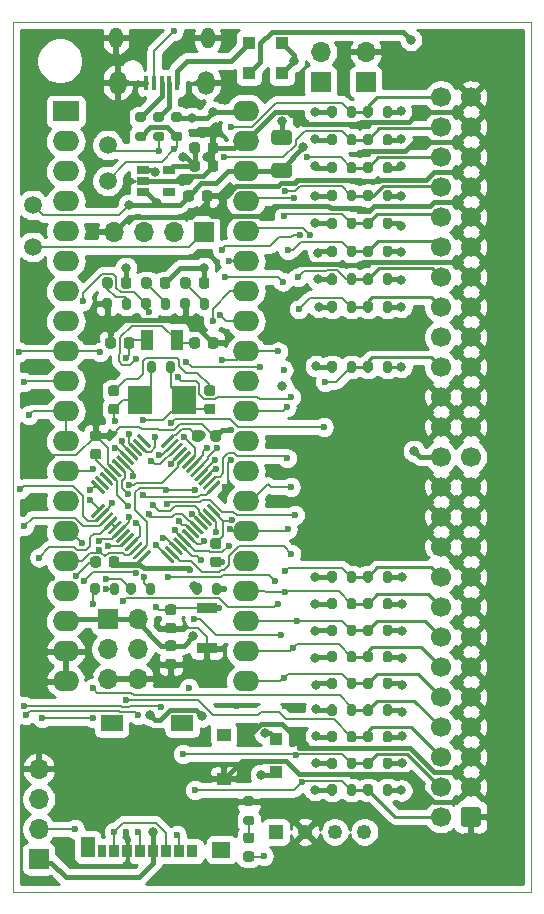
<source format=gbr>
%TF.GenerationSoftware,KiCad,Pcbnew,(5.1.9-16-g1737927814)-1*%
%TF.CreationDate,2021-05-19T17:32:56-05:00*%
%TF.ProjectId,bluepill_scsi,626c7565-7069-46c6-9c5f-736373692e6b,rev?*%
%TF.SameCoordinates,Original*%
%TF.FileFunction,Copper,L1,Top*%
%TF.FilePolarity,Positive*%
%FSLAX46Y46*%
G04 Gerber Fmt 4.6, Leading zero omitted, Abs format (unit mm)*
G04 Created by KiCad (PCBNEW (5.1.9-16-g1737927814)-1) date 2021-05-19 17:32:56*
%MOMM*%
%LPD*%
G01*
G04 APERTURE LIST*
%TA.AperFunction,Profile*%
%ADD10C,0.050000*%
%TD*%
%TA.AperFunction,SMDPad,CuDef*%
%ADD11C,1.500000*%
%TD*%
%TA.AperFunction,ComponentPad*%
%ADD12C,1.700000*%
%TD*%
%TA.AperFunction,SMDPad,CuDef*%
%ADD13R,1.100000X1.100000*%
%TD*%
%TA.AperFunction,ComponentPad*%
%ADD14O,1.700000X1.700000*%
%TD*%
%TA.AperFunction,ComponentPad*%
%ADD15R,1.700000X1.700000*%
%TD*%
%TA.AperFunction,SMDPad,CuDef*%
%ADD16R,1.900000X1.350000*%
%TD*%
%TA.AperFunction,SMDPad,CuDef*%
%ADD17R,1.200000X1.000000*%
%TD*%
%TA.AperFunction,SMDPad,CuDef*%
%ADD18R,1.550000X1.350000*%
%TD*%
%TA.AperFunction,SMDPad,CuDef*%
%ADD19R,1.170000X1.800000*%
%TD*%
%TA.AperFunction,SMDPad,CuDef*%
%ADD20R,0.850000X1.100000*%
%TD*%
%TA.AperFunction,SMDPad,CuDef*%
%ADD21R,0.750000X1.100000*%
%TD*%
%TA.AperFunction,SMDPad,CuDef*%
%ADD22R,1.700000X0.900000*%
%TD*%
%TA.AperFunction,SMDPad,CuDef*%
%ADD23R,2.000000X2.400000*%
%TD*%
%TA.AperFunction,SMDPad,CuDef*%
%ADD24R,1.000000X1.800000*%
%TD*%
%TA.AperFunction,SMDPad,CuDef*%
%ADD25R,1.060000X0.650000*%
%TD*%
%TA.AperFunction,ComponentPad*%
%ADD26O,1.150000X1.800000*%
%TD*%
%TA.AperFunction,ComponentPad*%
%ADD27O,1.450000X2.000000*%
%TD*%
%TA.AperFunction,SMDPad,CuDef*%
%ADD28R,0.450000X1.300000*%
%TD*%
%TA.AperFunction,ComponentPad*%
%ADD29O,2.250000X1.727200*%
%TD*%
%TA.AperFunction,ComponentPad*%
%ADD30R,2.250000X1.727200*%
%TD*%
%TA.AperFunction,ComponentPad*%
%ADD31R,1.250000X1.250000*%
%TD*%
%TA.AperFunction,ComponentPad*%
%ADD32C,1.250000*%
%TD*%
%TA.AperFunction,ViaPad*%
%ADD33C,0.600000*%
%TD*%
%TA.AperFunction,ViaPad*%
%ADD34C,0.800000*%
%TD*%
%TA.AperFunction,Conductor*%
%ADD35C,0.200000*%
%TD*%
%TA.AperFunction,Conductor*%
%ADD36C,0.400000*%
%TD*%
%TA.AperFunction,Conductor*%
%ADD37C,0.250000*%
%TD*%
%TA.AperFunction,Conductor*%
%ADD38C,0.254000*%
%TD*%
%TA.AperFunction,Conductor*%
%ADD39C,0.150000*%
%TD*%
G04 APERTURE END LIST*
D10*
X71755000Y-149225000D02*
X71120000Y-149225000D01*
X71120000Y-147955000D02*
X71120000Y-149225000D01*
X114935000Y-149225000D02*
X71755000Y-149225000D01*
X114935000Y-147955000D02*
X114935000Y-149225000D01*
X114935000Y-75565000D02*
X71120000Y-75565000D01*
X114935000Y-147955000D02*
X114935000Y-75565000D01*
X71120000Y-147955000D02*
X71120000Y-75565000D01*
D11*
%TO.P,TP5,1*%
%TO.N,VCC*%
X72771000Y-91059000D03*
%TD*%
%TO.P,TP4,1*%
%TO.N,+3V3*%
X72771000Y-94615000D03*
%TD*%
%TO.P,TP3,1*%
%TO.N,/Onboard Blue Pil/USB_Data_-*%
X79121000Y-85979000D03*
%TD*%
%TO.P,TP2,1*%
%TO.N,/Onboard Blue Pil/USB_Data_+*%
X79121000Y-89027000D03*
%TD*%
%TO.P,R8,2*%
%TO.N,Net-(D7-Pad1)*%
%TA.AperFunction,SMDPad,CuDef*%
G36*
G01*
X90784000Y-142792000D02*
X91334000Y-142792000D01*
G75*
G02*
X91534000Y-142992000I0J-200000D01*
G01*
X91534000Y-143392000D01*
G75*
G02*
X91334000Y-143592000I-200000J0D01*
G01*
X90784000Y-143592000D01*
G75*
G02*
X90584000Y-143392000I0J200000D01*
G01*
X90584000Y-142992000D01*
G75*
G02*
X90784000Y-142792000I200000J0D01*
G01*
G37*
%TD.AperFunction*%
%TO.P,R8,1*%
%TO.N,GND*%
%TA.AperFunction,SMDPad,CuDef*%
G36*
G01*
X90784000Y-141142000D02*
X91334000Y-141142000D01*
G75*
G02*
X91534000Y-141342000I0J-200000D01*
G01*
X91534000Y-141742000D01*
G75*
G02*
X91334000Y-141942000I-200000J0D01*
G01*
X90784000Y-141942000D01*
G75*
G02*
X90584000Y-141742000I0J200000D01*
G01*
X90584000Y-141342000D01*
G75*
G02*
X90784000Y-141142000I200000J0D01*
G01*
G37*
%TD.AperFunction*%
%TD*%
%TO.P,D7,2*%
%TO.N,+5V*%
%TA.AperFunction,SMDPad,CuDef*%
G36*
G01*
X90802750Y-145790500D02*
X91315250Y-145790500D01*
G75*
G02*
X91534000Y-146009250I0J-218750D01*
G01*
X91534000Y-146446750D01*
G75*
G02*
X91315250Y-146665500I-218750J0D01*
G01*
X90802750Y-146665500D01*
G75*
G02*
X90584000Y-146446750I0J218750D01*
G01*
X90584000Y-146009250D01*
G75*
G02*
X90802750Y-145790500I218750J0D01*
G01*
G37*
%TD.AperFunction*%
%TO.P,D7,1*%
%TO.N,Net-(D7-Pad1)*%
%TA.AperFunction,SMDPad,CuDef*%
G36*
G01*
X90802750Y-144215500D02*
X91315250Y-144215500D01*
G75*
G02*
X91534000Y-144434250I0J-218750D01*
G01*
X91534000Y-144871750D01*
G75*
G02*
X91315250Y-145090500I-218750J0D01*
G01*
X90802750Y-145090500D01*
G75*
G02*
X90584000Y-144871750I0J218750D01*
G01*
X90584000Y-144434250D01*
G75*
G02*
X90802750Y-144215500I218750J0D01*
G01*
G37*
%TD.AperFunction*%
%TD*%
%TO.P,C33,2*%
%TO.N,SCSI_DATP*%
%TA.AperFunction,SMDPad,CuDef*%
G36*
G01*
X101556000Y-122280000D02*
X101556000Y-122830000D01*
G75*
G02*
X101356000Y-123030000I-200000J0D01*
G01*
X100956000Y-123030000D01*
G75*
G02*
X100756000Y-122830000I0J200000D01*
G01*
X100756000Y-122280000D01*
G75*
G02*
X100956000Y-122080000I200000J0D01*
G01*
X101356000Y-122080000D01*
G75*
G02*
X101556000Y-122280000I0J-200000D01*
G01*
G37*
%TD.AperFunction*%
%TO.P,C33,1*%
%TO.N,Net-(C15-Pad1)*%
%TA.AperFunction,SMDPad,CuDef*%
G36*
G01*
X103206000Y-122280000D02*
X103206000Y-122830000D01*
G75*
G02*
X103006000Y-123030000I-200000J0D01*
G01*
X102606000Y-123030000D01*
G75*
G02*
X102406000Y-122830000I0J200000D01*
G01*
X102406000Y-122280000D01*
G75*
G02*
X102606000Y-122080000I200000J0D01*
G01*
X103006000Y-122080000D01*
G75*
G02*
X103206000Y-122280000I0J-200000D01*
G01*
G37*
%TD.AperFunction*%
%TD*%
D12*
%TO.P,J5,50*%
%TO.N,SCSI_IO*%
X107315000Y-81915000D03*
%TO.P,J5,48*%
%TO.N,SCSI_REQ*%
X107315000Y-84455000D03*
%TO.P,J5,46*%
%TO.N,SCSI_CD*%
X107315000Y-86995000D03*
%TO.P,J5,44*%
%TO.N,SCSI_SEL*%
X107315000Y-89535000D03*
%TO.P,J5,42*%
%TO.N,SCSI_MSG*%
X107315000Y-92075000D03*
%TO.P,J5,40*%
%TO.N,SCSI_RST*%
X107315000Y-94615000D03*
%TO.P,J5,38*%
%TO.N,SCSI_ACK*%
X107315000Y-97155000D03*
%TO.P,J5,36*%
%TO.N,SCSI_BSY*%
X107315000Y-99695000D03*
%TO.P,J5,34*%
%TO.N,N/C*%
X107315000Y-102235000D03*
%TO.P,J5,32*%
%TO.N,SCSI_ATN*%
X107315000Y-104775000D03*
%TO.P,J5,30*%
%TO.N,GND*%
X107315000Y-107315000D03*
%TO.P,J5,28*%
X107315000Y-109855000D03*
%TO.P,J5,26*%
%TO.N,/TERM_PWR*%
X107315000Y-112395000D03*
%TO.P,J5,24*%
%TO.N,GND*%
X107315000Y-114935000D03*
%TO.P,J5,22*%
X107315000Y-117475000D03*
%TO.P,J5,20*%
X107315000Y-120015000D03*
%TO.P,J5,18*%
%TO.N,SCSI_DATP*%
X107315000Y-122555000D03*
%TO.P,J5,16*%
%TO.N,SCSI_DAT7*%
X107315000Y-125095000D03*
%TO.P,J5,14*%
%TO.N,SCSI_DAT6*%
X107315000Y-127635000D03*
%TO.P,J5,12*%
%TO.N,SCSI_DAT5*%
X107315000Y-130175000D03*
%TO.P,J5,10*%
%TO.N,SCSI_DAT4*%
X107315000Y-132715000D03*
%TO.P,J5,8*%
%TO.N,SCSI_DAT3*%
X107315000Y-135255000D03*
%TO.P,J5,6*%
%TO.N,SCSI_DAT2*%
X107315000Y-137795000D03*
%TO.P,J5,4*%
%TO.N,SCSI_DAT1*%
X107315000Y-140335000D03*
%TO.P,J5,2*%
%TO.N,SCSI_DAT0*%
X107315000Y-142875000D03*
%TO.P,J5,49*%
%TO.N,GND*%
X109855000Y-81915000D03*
%TO.P,J5,47*%
X109855000Y-84455000D03*
%TO.P,J5,45*%
X109855000Y-86995000D03*
%TO.P,J5,43*%
X109855000Y-89535000D03*
%TO.P,J5,41*%
X109855000Y-92075000D03*
%TO.P,J5,39*%
X109855000Y-94615000D03*
%TO.P,J5,37*%
X109855000Y-97155000D03*
%TO.P,J5,35*%
X109855000Y-99695000D03*
%TO.P,J5,33*%
X109855000Y-102235000D03*
%TO.P,J5,31*%
X109855000Y-104775000D03*
%TO.P,J5,29*%
X109855000Y-107315000D03*
%TO.P,J5,27*%
X109855000Y-109855000D03*
%TO.P,J5,25*%
%TO.N,N/C*%
X109855000Y-112395000D03*
%TO.P,J5,23*%
%TO.N,GND*%
X109855000Y-114935000D03*
%TO.P,J5,21*%
X109855000Y-117475000D03*
%TO.P,J5,19*%
X109855000Y-120015000D03*
%TO.P,J5,17*%
X109855000Y-122555000D03*
%TO.P,J5,15*%
X109855000Y-125095000D03*
%TO.P,J5,13*%
X109855000Y-127635000D03*
%TO.P,J5,11*%
X109855000Y-130175000D03*
%TO.P,J5,9*%
X109855000Y-132715000D03*
%TO.P,J5,7*%
X109855000Y-135255000D03*
%TO.P,J5,5*%
X109855000Y-137795000D03*
%TO.P,J5,3*%
X109855000Y-140335000D03*
%TO.P,J5,1*%
%TA.AperFunction,ComponentPad*%
G36*
G01*
X110705000Y-142275000D02*
X110705000Y-143475000D01*
G75*
G02*
X110455000Y-143725000I-250000J0D01*
G01*
X109255000Y-143725000D01*
G75*
G02*
X109005000Y-143475000I0J250000D01*
G01*
X109005000Y-142275000D01*
G75*
G02*
X109255000Y-142025000I250000J0D01*
G01*
X110455000Y-142025000D01*
G75*
G02*
X110705000Y-142275000I0J-250000D01*
G01*
G37*
%TD.AperFunction*%
%TD*%
%TO.P,C49,2*%
%TO.N,SCSI_DAT7*%
%TA.AperFunction,SMDPad,CuDef*%
G36*
G01*
X101556000Y-124534250D02*
X101556000Y-125084250D01*
G75*
G02*
X101356000Y-125284250I-200000J0D01*
G01*
X100956000Y-125284250D01*
G75*
G02*
X100756000Y-125084250I0J200000D01*
G01*
X100756000Y-124534250D01*
G75*
G02*
X100956000Y-124334250I200000J0D01*
G01*
X101356000Y-124334250D01*
G75*
G02*
X101556000Y-124534250I0J-200000D01*
G01*
G37*
%TD.AperFunction*%
%TO.P,C49,1*%
%TO.N,Net-(C15-Pad1)*%
%TA.AperFunction,SMDPad,CuDef*%
G36*
G01*
X103206000Y-124534250D02*
X103206000Y-125084250D01*
G75*
G02*
X103006000Y-125284250I-200000J0D01*
G01*
X102606000Y-125284250D01*
G75*
G02*
X102406000Y-125084250I0J200000D01*
G01*
X102406000Y-124534250D01*
G75*
G02*
X102606000Y-124334250I200000J0D01*
G01*
X103006000Y-124334250D01*
G75*
G02*
X103206000Y-124534250I0J-200000D01*
G01*
G37*
%TD.AperFunction*%
%TD*%
%TO.P,C48,2*%
%TO.N,SCSI_DAT7*%
%TA.AperFunction,SMDPad,CuDef*%
G36*
G01*
X99358000Y-125084250D02*
X99358000Y-124534250D01*
G75*
G02*
X99558000Y-124334250I200000J0D01*
G01*
X99958000Y-124334250D01*
G75*
G02*
X100158000Y-124534250I0J-200000D01*
G01*
X100158000Y-125084250D01*
G75*
G02*
X99958000Y-125284250I-200000J0D01*
G01*
X99558000Y-125284250D01*
G75*
G02*
X99358000Y-125084250I0J200000D01*
G01*
G37*
%TD.AperFunction*%
%TO.P,C48,1*%
%TO.N,Net-(C16-Pad1)*%
%TA.AperFunction,SMDPad,CuDef*%
G36*
G01*
X97708000Y-125084250D02*
X97708000Y-124534250D01*
G75*
G02*
X97908000Y-124334250I200000J0D01*
G01*
X98308000Y-124334250D01*
G75*
G02*
X98508000Y-124534250I0J-200000D01*
G01*
X98508000Y-125084250D01*
G75*
G02*
X98308000Y-125284250I-200000J0D01*
G01*
X97908000Y-125284250D01*
G75*
G02*
X97708000Y-125084250I0J200000D01*
G01*
G37*
%TD.AperFunction*%
%TD*%
%TO.P,C47,2*%
%TO.N,SCSI_DAT6*%
%TA.AperFunction,SMDPad,CuDef*%
G36*
G01*
X101556000Y-126788500D02*
X101556000Y-127338500D01*
G75*
G02*
X101356000Y-127538500I-200000J0D01*
G01*
X100956000Y-127538500D01*
G75*
G02*
X100756000Y-127338500I0J200000D01*
G01*
X100756000Y-126788500D01*
G75*
G02*
X100956000Y-126588500I200000J0D01*
G01*
X101356000Y-126588500D01*
G75*
G02*
X101556000Y-126788500I0J-200000D01*
G01*
G37*
%TD.AperFunction*%
%TO.P,C47,1*%
%TO.N,Net-(C15-Pad1)*%
%TA.AperFunction,SMDPad,CuDef*%
G36*
G01*
X103206000Y-126788500D02*
X103206000Y-127338500D01*
G75*
G02*
X103006000Y-127538500I-200000J0D01*
G01*
X102606000Y-127538500D01*
G75*
G02*
X102406000Y-127338500I0J200000D01*
G01*
X102406000Y-126788500D01*
G75*
G02*
X102606000Y-126588500I200000J0D01*
G01*
X103006000Y-126588500D01*
G75*
G02*
X103206000Y-126788500I0J-200000D01*
G01*
G37*
%TD.AperFunction*%
%TD*%
%TO.P,C46,2*%
%TO.N,SCSI_DAT6*%
%TA.AperFunction,SMDPad,CuDef*%
G36*
G01*
X99358000Y-127338500D02*
X99358000Y-126788500D01*
G75*
G02*
X99558000Y-126588500I200000J0D01*
G01*
X99958000Y-126588500D01*
G75*
G02*
X100158000Y-126788500I0J-200000D01*
G01*
X100158000Y-127338500D01*
G75*
G02*
X99958000Y-127538500I-200000J0D01*
G01*
X99558000Y-127538500D01*
G75*
G02*
X99358000Y-127338500I0J200000D01*
G01*
G37*
%TD.AperFunction*%
%TO.P,C46,1*%
%TO.N,Net-(C16-Pad1)*%
%TA.AperFunction,SMDPad,CuDef*%
G36*
G01*
X97708000Y-127338500D02*
X97708000Y-126788500D01*
G75*
G02*
X97908000Y-126588500I200000J0D01*
G01*
X98308000Y-126588500D01*
G75*
G02*
X98508000Y-126788500I0J-200000D01*
G01*
X98508000Y-127338500D01*
G75*
G02*
X98308000Y-127538500I-200000J0D01*
G01*
X97908000Y-127538500D01*
G75*
G02*
X97708000Y-127338500I0J200000D01*
G01*
G37*
%TD.AperFunction*%
%TD*%
%TO.P,C45,2*%
%TO.N,SCSI_DAT5*%
%TA.AperFunction,SMDPad,CuDef*%
G36*
G01*
X101556000Y-129042750D02*
X101556000Y-129592750D01*
G75*
G02*
X101356000Y-129792750I-200000J0D01*
G01*
X100956000Y-129792750D01*
G75*
G02*
X100756000Y-129592750I0J200000D01*
G01*
X100756000Y-129042750D01*
G75*
G02*
X100956000Y-128842750I200000J0D01*
G01*
X101356000Y-128842750D01*
G75*
G02*
X101556000Y-129042750I0J-200000D01*
G01*
G37*
%TD.AperFunction*%
%TO.P,C45,1*%
%TO.N,Net-(C15-Pad1)*%
%TA.AperFunction,SMDPad,CuDef*%
G36*
G01*
X103206000Y-129042750D02*
X103206000Y-129592750D01*
G75*
G02*
X103006000Y-129792750I-200000J0D01*
G01*
X102606000Y-129792750D01*
G75*
G02*
X102406000Y-129592750I0J200000D01*
G01*
X102406000Y-129042750D01*
G75*
G02*
X102606000Y-128842750I200000J0D01*
G01*
X103006000Y-128842750D01*
G75*
G02*
X103206000Y-129042750I0J-200000D01*
G01*
G37*
%TD.AperFunction*%
%TD*%
%TO.P,C44,2*%
%TO.N,SCSI_DAT5*%
%TA.AperFunction,SMDPad,CuDef*%
G36*
G01*
X99358000Y-129592750D02*
X99358000Y-129042750D01*
G75*
G02*
X99558000Y-128842750I200000J0D01*
G01*
X99958000Y-128842750D01*
G75*
G02*
X100158000Y-129042750I0J-200000D01*
G01*
X100158000Y-129592750D01*
G75*
G02*
X99958000Y-129792750I-200000J0D01*
G01*
X99558000Y-129792750D01*
G75*
G02*
X99358000Y-129592750I0J200000D01*
G01*
G37*
%TD.AperFunction*%
%TO.P,C44,1*%
%TO.N,Net-(C16-Pad1)*%
%TA.AperFunction,SMDPad,CuDef*%
G36*
G01*
X97708000Y-129592750D02*
X97708000Y-129042750D01*
G75*
G02*
X97908000Y-128842750I200000J0D01*
G01*
X98308000Y-128842750D01*
G75*
G02*
X98508000Y-129042750I0J-200000D01*
G01*
X98508000Y-129592750D01*
G75*
G02*
X98308000Y-129792750I-200000J0D01*
G01*
X97908000Y-129792750D01*
G75*
G02*
X97708000Y-129592750I0J200000D01*
G01*
G37*
%TD.AperFunction*%
%TD*%
%TO.P,C43,2*%
%TO.N,SCSI_DAT4*%
%TA.AperFunction,SMDPad,CuDef*%
G36*
G01*
X101556000Y-131297000D02*
X101556000Y-131847000D01*
G75*
G02*
X101356000Y-132047000I-200000J0D01*
G01*
X100956000Y-132047000D01*
G75*
G02*
X100756000Y-131847000I0J200000D01*
G01*
X100756000Y-131297000D01*
G75*
G02*
X100956000Y-131097000I200000J0D01*
G01*
X101356000Y-131097000D01*
G75*
G02*
X101556000Y-131297000I0J-200000D01*
G01*
G37*
%TD.AperFunction*%
%TO.P,C43,1*%
%TO.N,Net-(C15-Pad1)*%
%TA.AperFunction,SMDPad,CuDef*%
G36*
G01*
X103206000Y-131297000D02*
X103206000Y-131847000D01*
G75*
G02*
X103006000Y-132047000I-200000J0D01*
G01*
X102606000Y-132047000D01*
G75*
G02*
X102406000Y-131847000I0J200000D01*
G01*
X102406000Y-131297000D01*
G75*
G02*
X102606000Y-131097000I200000J0D01*
G01*
X103006000Y-131097000D01*
G75*
G02*
X103206000Y-131297000I0J-200000D01*
G01*
G37*
%TD.AperFunction*%
%TD*%
%TO.P,C42,2*%
%TO.N,SCSI_DAT4*%
%TA.AperFunction,SMDPad,CuDef*%
G36*
G01*
X99358000Y-131847000D02*
X99358000Y-131297000D01*
G75*
G02*
X99558000Y-131097000I200000J0D01*
G01*
X99958000Y-131097000D01*
G75*
G02*
X100158000Y-131297000I0J-200000D01*
G01*
X100158000Y-131847000D01*
G75*
G02*
X99958000Y-132047000I-200000J0D01*
G01*
X99558000Y-132047000D01*
G75*
G02*
X99358000Y-131847000I0J200000D01*
G01*
G37*
%TD.AperFunction*%
%TO.P,C42,1*%
%TO.N,Net-(C16-Pad1)*%
%TA.AperFunction,SMDPad,CuDef*%
G36*
G01*
X97708000Y-131847000D02*
X97708000Y-131297000D01*
G75*
G02*
X97908000Y-131097000I200000J0D01*
G01*
X98308000Y-131097000D01*
G75*
G02*
X98508000Y-131297000I0J-200000D01*
G01*
X98508000Y-131847000D01*
G75*
G02*
X98308000Y-132047000I-200000J0D01*
G01*
X97908000Y-132047000D01*
G75*
G02*
X97708000Y-131847000I0J200000D01*
G01*
G37*
%TD.AperFunction*%
%TD*%
%TO.P,C41,2*%
%TO.N,SCSI_DAT3*%
%TA.AperFunction,SMDPad,CuDef*%
G36*
G01*
X101556000Y-133551250D02*
X101556000Y-134101250D01*
G75*
G02*
X101356000Y-134301250I-200000J0D01*
G01*
X100956000Y-134301250D01*
G75*
G02*
X100756000Y-134101250I0J200000D01*
G01*
X100756000Y-133551250D01*
G75*
G02*
X100956000Y-133351250I200000J0D01*
G01*
X101356000Y-133351250D01*
G75*
G02*
X101556000Y-133551250I0J-200000D01*
G01*
G37*
%TD.AperFunction*%
%TO.P,C41,1*%
%TO.N,Net-(C15-Pad1)*%
%TA.AperFunction,SMDPad,CuDef*%
G36*
G01*
X103206000Y-133551250D02*
X103206000Y-134101250D01*
G75*
G02*
X103006000Y-134301250I-200000J0D01*
G01*
X102606000Y-134301250D01*
G75*
G02*
X102406000Y-134101250I0J200000D01*
G01*
X102406000Y-133551250D01*
G75*
G02*
X102606000Y-133351250I200000J0D01*
G01*
X103006000Y-133351250D01*
G75*
G02*
X103206000Y-133551250I0J-200000D01*
G01*
G37*
%TD.AperFunction*%
%TD*%
%TO.P,C40,2*%
%TO.N,SCSI_DAT3*%
%TA.AperFunction,SMDPad,CuDef*%
G36*
G01*
X99358000Y-134101250D02*
X99358000Y-133551250D01*
G75*
G02*
X99558000Y-133351250I200000J0D01*
G01*
X99958000Y-133351250D01*
G75*
G02*
X100158000Y-133551250I0J-200000D01*
G01*
X100158000Y-134101250D01*
G75*
G02*
X99958000Y-134301250I-200000J0D01*
G01*
X99558000Y-134301250D01*
G75*
G02*
X99358000Y-134101250I0J200000D01*
G01*
G37*
%TD.AperFunction*%
%TO.P,C40,1*%
%TO.N,Net-(C16-Pad1)*%
%TA.AperFunction,SMDPad,CuDef*%
G36*
G01*
X97708000Y-134101250D02*
X97708000Y-133551250D01*
G75*
G02*
X97908000Y-133351250I200000J0D01*
G01*
X98308000Y-133351250D01*
G75*
G02*
X98508000Y-133551250I0J-200000D01*
G01*
X98508000Y-134101250D01*
G75*
G02*
X98308000Y-134301250I-200000J0D01*
G01*
X97908000Y-134301250D01*
G75*
G02*
X97708000Y-134101250I0J200000D01*
G01*
G37*
%TD.AperFunction*%
%TD*%
%TO.P,C39,2*%
%TO.N,SCSI_DAT2*%
%TA.AperFunction,SMDPad,CuDef*%
G36*
G01*
X101556000Y-135805500D02*
X101556000Y-136355500D01*
G75*
G02*
X101356000Y-136555500I-200000J0D01*
G01*
X100956000Y-136555500D01*
G75*
G02*
X100756000Y-136355500I0J200000D01*
G01*
X100756000Y-135805500D01*
G75*
G02*
X100956000Y-135605500I200000J0D01*
G01*
X101356000Y-135605500D01*
G75*
G02*
X101556000Y-135805500I0J-200000D01*
G01*
G37*
%TD.AperFunction*%
%TO.P,C39,1*%
%TO.N,Net-(C15-Pad1)*%
%TA.AperFunction,SMDPad,CuDef*%
G36*
G01*
X103206000Y-135805500D02*
X103206000Y-136355500D01*
G75*
G02*
X103006000Y-136555500I-200000J0D01*
G01*
X102606000Y-136555500D01*
G75*
G02*
X102406000Y-136355500I0J200000D01*
G01*
X102406000Y-135805500D01*
G75*
G02*
X102606000Y-135605500I200000J0D01*
G01*
X103006000Y-135605500D01*
G75*
G02*
X103206000Y-135805500I0J-200000D01*
G01*
G37*
%TD.AperFunction*%
%TD*%
%TO.P,C38,2*%
%TO.N,SCSI_DAT2*%
%TA.AperFunction,SMDPad,CuDef*%
G36*
G01*
X99358000Y-136355500D02*
X99358000Y-135805500D01*
G75*
G02*
X99558000Y-135605500I200000J0D01*
G01*
X99958000Y-135605500D01*
G75*
G02*
X100158000Y-135805500I0J-200000D01*
G01*
X100158000Y-136355500D01*
G75*
G02*
X99958000Y-136555500I-200000J0D01*
G01*
X99558000Y-136555500D01*
G75*
G02*
X99358000Y-136355500I0J200000D01*
G01*
G37*
%TD.AperFunction*%
%TO.P,C38,1*%
%TO.N,Net-(C16-Pad1)*%
%TA.AperFunction,SMDPad,CuDef*%
G36*
G01*
X97708000Y-136355500D02*
X97708000Y-135805500D01*
G75*
G02*
X97908000Y-135605500I200000J0D01*
G01*
X98308000Y-135605500D01*
G75*
G02*
X98508000Y-135805500I0J-200000D01*
G01*
X98508000Y-136355500D01*
G75*
G02*
X98308000Y-136555500I-200000J0D01*
G01*
X97908000Y-136555500D01*
G75*
G02*
X97708000Y-136355500I0J200000D01*
G01*
G37*
%TD.AperFunction*%
%TD*%
%TO.P,C37,2*%
%TO.N,SCSI_DAT1*%
%TA.AperFunction,SMDPad,CuDef*%
G36*
G01*
X101556000Y-138059750D02*
X101556000Y-138609750D01*
G75*
G02*
X101356000Y-138809750I-200000J0D01*
G01*
X100956000Y-138809750D01*
G75*
G02*
X100756000Y-138609750I0J200000D01*
G01*
X100756000Y-138059750D01*
G75*
G02*
X100956000Y-137859750I200000J0D01*
G01*
X101356000Y-137859750D01*
G75*
G02*
X101556000Y-138059750I0J-200000D01*
G01*
G37*
%TD.AperFunction*%
%TO.P,C37,1*%
%TO.N,Net-(C15-Pad1)*%
%TA.AperFunction,SMDPad,CuDef*%
G36*
G01*
X103206000Y-138059750D02*
X103206000Y-138609750D01*
G75*
G02*
X103006000Y-138809750I-200000J0D01*
G01*
X102606000Y-138809750D01*
G75*
G02*
X102406000Y-138609750I0J200000D01*
G01*
X102406000Y-138059750D01*
G75*
G02*
X102606000Y-137859750I200000J0D01*
G01*
X103006000Y-137859750D01*
G75*
G02*
X103206000Y-138059750I0J-200000D01*
G01*
G37*
%TD.AperFunction*%
%TD*%
%TO.P,C36,2*%
%TO.N,SCSI_DAT1*%
%TA.AperFunction,SMDPad,CuDef*%
G36*
G01*
X99358000Y-138609750D02*
X99358000Y-138059750D01*
G75*
G02*
X99558000Y-137859750I200000J0D01*
G01*
X99958000Y-137859750D01*
G75*
G02*
X100158000Y-138059750I0J-200000D01*
G01*
X100158000Y-138609750D01*
G75*
G02*
X99958000Y-138809750I-200000J0D01*
G01*
X99558000Y-138809750D01*
G75*
G02*
X99358000Y-138609750I0J200000D01*
G01*
G37*
%TD.AperFunction*%
%TO.P,C36,1*%
%TO.N,Net-(C16-Pad1)*%
%TA.AperFunction,SMDPad,CuDef*%
G36*
G01*
X97708000Y-138609750D02*
X97708000Y-138059750D01*
G75*
G02*
X97908000Y-137859750I200000J0D01*
G01*
X98308000Y-137859750D01*
G75*
G02*
X98508000Y-138059750I0J-200000D01*
G01*
X98508000Y-138609750D01*
G75*
G02*
X98308000Y-138809750I-200000J0D01*
G01*
X97908000Y-138809750D01*
G75*
G02*
X97708000Y-138609750I0J200000D01*
G01*
G37*
%TD.AperFunction*%
%TD*%
%TO.P,C35,2*%
%TO.N,SCSI_DAT0*%
%TA.AperFunction,SMDPad,CuDef*%
G36*
G01*
X101556000Y-140314000D02*
X101556000Y-140864000D01*
G75*
G02*
X101356000Y-141064000I-200000J0D01*
G01*
X100956000Y-141064000D01*
G75*
G02*
X100756000Y-140864000I0J200000D01*
G01*
X100756000Y-140314000D01*
G75*
G02*
X100956000Y-140114000I200000J0D01*
G01*
X101356000Y-140114000D01*
G75*
G02*
X101556000Y-140314000I0J-200000D01*
G01*
G37*
%TD.AperFunction*%
%TO.P,C35,1*%
%TO.N,Net-(C15-Pad1)*%
%TA.AperFunction,SMDPad,CuDef*%
G36*
G01*
X103206000Y-140314000D02*
X103206000Y-140864000D01*
G75*
G02*
X103006000Y-141064000I-200000J0D01*
G01*
X102606000Y-141064000D01*
G75*
G02*
X102406000Y-140864000I0J200000D01*
G01*
X102406000Y-140314000D01*
G75*
G02*
X102606000Y-140114000I200000J0D01*
G01*
X103006000Y-140114000D01*
G75*
G02*
X103206000Y-140314000I0J-200000D01*
G01*
G37*
%TD.AperFunction*%
%TD*%
%TO.P,C34,2*%
%TO.N,SCSI_DAT0*%
%TA.AperFunction,SMDPad,CuDef*%
G36*
G01*
X99358000Y-140864000D02*
X99358000Y-140314000D01*
G75*
G02*
X99558000Y-140114000I200000J0D01*
G01*
X99958000Y-140114000D01*
G75*
G02*
X100158000Y-140314000I0J-200000D01*
G01*
X100158000Y-140864000D01*
G75*
G02*
X99958000Y-141064000I-200000J0D01*
G01*
X99558000Y-141064000D01*
G75*
G02*
X99358000Y-140864000I0J200000D01*
G01*
G37*
%TD.AperFunction*%
%TO.P,C34,1*%
%TO.N,Net-(C16-Pad1)*%
%TA.AperFunction,SMDPad,CuDef*%
G36*
G01*
X97708000Y-140864000D02*
X97708000Y-140314000D01*
G75*
G02*
X97908000Y-140114000I200000J0D01*
G01*
X98308000Y-140114000D01*
G75*
G02*
X98508000Y-140314000I0J-200000D01*
G01*
X98508000Y-140864000D01*
G75*
G02*
X98308000Y-141064000I-200000J0D01*
G01*
X97908000Y-141064000D01*
G75*
G02*
X97708000Y-140864000I0J200000D01*
G01*
G37*
%TD.AperFunction*%
%TD*%
%TO.P,C32,2*%
%TO.N,SCSI_DATP*%
%TA.AperFunction,SMDPad,CuDef*%
G36*
G01*
X99358000Y-122830000D02*
X99358000Y-122280000D01*
G75*
G02*
X99558000Y-122080000I200000J0D01*
G01*
X99958000Y-122080000D01*
G75*
G02*
X100158000Y-122280000I0J-200000D01*
G01*
X100158000Y-122830000D01*
G75*
G02*
X99958000Y-123030000I-200000J0D01*
G01*
X99558000Y-123030000D01*
G75*
G02*
X99358000Y-122830000I0J200000D01*
G01*
G37*
%TD.AperFunction*%
%TO.P,C32,1*%
%TO.N,Net-(C16-Pad1)*%
%TA.AperFunction,SMDPad,CuDef*%
G36*
G01*
X97708000Y-122830000D02*
X97708000Y-122280000D01*
G75*
G02*
X97908000Y-122080000I200000J0D01*
G01*
X98308000Y-122080000D01*
G75*
G02*
X98508000Y-122280000I0J-200000D01*
G01*
X98508000Y-122830000D01*
G75*
G02*
X98308000Y-123030000I-200000J0D01*
G01*
X97908000Y-123030000D01*
G75*
G02*
X97708000Y-122830000I0J200000D01*
G01*
G37*
%TD.AperFunction*%
%TD*%
%TO.P,C31,2*%
%TO.N,SCSI_ATN*%
%TA.AperFunction,SMDPad,CuDef*%
G36*
G01*
X101556000Y-104500000D02*
X101556000Y-105050000D01*
G75*
G02*
X101356000Y-105250000I-200000J0D01*
G01*
X100956000Y-105250000D01*
G75*
G02*
X100756000Y-105050000I0J200000D01*
G01*
X100756000Y-104500000D01*
G75*
G02*
X100956000Y-104300000I200000J0D01*
G01*
X101356000Y-104300000D01*
G75*
G02*
X101556000Y-104500000I0J-200000D01*
G01*
G37*
%TD.AperFunction*%
%TO.P,C31,1*%
%TO.N,Net-(C15-Pad1)*%
%TA.AperFunction,SMDPad,CuDef*%
G36*
G01*
X103206000Y-104500000D02*
X103206000Y-105050000D01*
G75*
G02*
X103006000Y-105250000I-200000J0D01*
G01*
X102606000Y-105250000D01*
G75*
G02*
X102406000Y-105050000I0J200000D01*
G01*
X102406000Y-104500000D01*
G75*
G02*
X102606000Y-104300000I200000J0D01*
G01*
X103006000Y-104300000D01*
G75*
G02*
X103206000Y-104500000I0J-200000D01*
G01*
G37*
%TD.AperFunction*%
%TD*%
%TO.P,C30,2*%
%TO.N,SCSI_ATN*%
%TA.AperFunction,SMDPad,CuDef*%
G36*
G01*
X99358000Y-105050000D02*
X99358000Y-104500000D01*
G75*
G02*
X99558000Y-104300000I200000J0D01*
G01*
X99958000Y-104300000D01*
G75*
G02*
X100158000Y-104500000I0J-200000D01*
G01*
X100158000Y-105050000D01*
G75*
G02*
X99958000Y-105250000I-200000J0D01*
G01*
X99558000Y-105250000D01*
G75*
G02*
X99358000Y-105050000I0J200000D01*
G01*
G37*
%TD.AperFunction*%
%TO.P,C30,1*%
%TO.N,Net-(C16-Pad1)*%
%TA.AperFunction,SMDPad,CuDef*%
G36*
G01*
X97708000Y-105050000D02*
X97708000Y-104500000D01*
G75*
G02*
X97908000Y-104300000I200000J0D01*
G01*
X98308000Y-104300000D01*
G75*
G02*
X98508000Y-104500000I0J-200000D01*
G01*
X98508000Y-105050000D01*
G75*
G02*
X98308000Y-105250000I-200000J0D01*
G01*
X97908000Y-105250000D01*
G75*
G02*
X97708000Y-105050000I0J200000D01*
G01*
G37*
%TD.AperFunction*%
%TD*%
%TO.P,C29,2*%
%TO.N,SCSI_ACK*%
%TA.AperFunction,SMDPad,CuDef*%
G36*
G01*
X101556000Y-97061426D02*
X101556000Y-97611426D01*
G75*
G02*
X101356000Y-97811426I-200000J0D01*
G01*
X100956000Y-97811426D01*
G75*
G02*
X100756000Y-97611426I0J200000D01*
G01*
X100756000Y-97061426D01*
G75*
G02*
X100956000Y-96861426I200000J0D01*
G01*
X101356000Y-96861426D01*
G75*
G02*
X101556000Y-97061426I0J-200000D01*
G01*
G37*
%TD.AperFunction*%
%TO.P,C29,1*%
%TO.N,Net-(C15-Pad1)*%
%TA.AperFunction,SMDPad,CuDef*%
G36*
G01*
X103206000Y-97061426D02*
X103206000Y-97611426D01*
G75*
G02*
X103006000Y-97811426I-200000J0D01*
G01*
X102606000Y-97811426D01*
G75*
G02*
X102406000Y-97611426I0J200000D01*
G01*
X102406000Y-97061426D01*
G75*
G02*
X102606000Y-96861426I200000J0D01*
G01*
X103006000Y-96861426D01*
G75*
G02*
X103206000Y-97061426I0J-200000D01*
G01*
G37*
%TD.AperFunction*%
%TD*%
%TO.P,C28,2*%
%TO.N,SCSI_ACK*%
%TA.AperFunction,SMDPad,CuDef*%
G36*
G01*
X99358000Y-97611426D02*
X99358000Y-97061426D01*
G75*
G02*
X99558000Y-96861426I200000J0D01*
G01*
X99958000Y-96861426D01*
G75*
G02*
X100158000Y-97061426I0J-200000D01*
G01*
X100158000Y-97611426D01*
G75*
G02*
X99958000Y-97811426I-200000J0D01*
G01*
X99558000Y-97811426D01*
G75*
G02*
X99358000Y-97611426I0J200000D01*
G01*
G37*
%TD.AperFunction*%
%TO.P,C28,1*%
%TO.N,Net-(C16-Pad1)*%
%TA.AperFunction,SMDPad,CuDef*%
G36*
G01*
X97708000Y-97611426D02*
X97708000Y-97061426D01*
G75*
G02*
X97908000Y-96861426I200000J0D01*
G01*
X98308000Y-96861426D01*
G75*
G02*
X98508000Y-97061426I0J-200000D01*
G01*
X98508000Y-97611426D01*
G75*
G02*
X98308000Y-97811426I-200000J0D01*
G01*
X97908000Y-97811426D01*
G75*
G02*
X97708000Y-97611426I0J200000D01*
G01*
G37*
%TD.AperFunction*%
%TD*%
%TO.P,C27,2*%
%TO.N,SCSI_RST*%
%TA.AperFunction,SMDPad,CuDef*%
G36*
G01*
X101556000Y-94702855D02*
X101556000Y-95252855D01*
G75*
G02*
X101356000Y-95452855I-200000J0D01*
G01*
X100956000Y-95452855D01*
G75*
G02*
X100756000Y-95252855I0J200000D01*
G01*
X100756000Y-94702855D01*
G75*
G02*
X100956000Y-94502855I200000J0D01*
G01*
X101356000Y-94502855D01*
G75*
G02*
X101556000Y-94702855I0J-200000D01*
G01*
G37*
%TD.AperFunction*%
%TO.P,C27,1*%
%TO.N,Net-(C15-Pad1)*%
%TA.AperFunction,SMDPad,CuDef*%
G36*
G01*
X103206000Y-94702855D02*
X103206000Y-95252855D01*
G75*
G02*
X103006000Y-95452855I-200000J0D01*
G01*
X102606000Y-95452855D01*
G75*
G02*
X102406000Y-95252855I0J200000D01*
G01*
X102406000Y-94702855D01*
G75*
G02*
X102606000Y-94502855I200000J0D01*
G01*
X103006000Y-94502855D01*
G75*
G02*
X103206000Y-94702855I0J-200000D01*
G01*
G37*
%TD.AperFunction*%
%TD*%
%TO.P,C26,2*%
%TO.N,SCSI_RST*%
%TA.AperFunction,SMDPad,CuDef*%
G36*
G01*
X99358000Y-95252855D02*
X99358000Y-94702855D01*
G75*
G02*
X99558000Y-94502855I200000J0D01*
G01*
X99958000Y-94502855D01*
G75*
G02*
X100158000Y-94702855I0J-200000D01*
G01*
X100158000Y-95252855D01*
G75*
G02*
X99958000Y-95452855I-200000J0D01*
G01*
X99558000Y-95452855D01*
G75*
G02*
X99358000Y-95252855I0J200000D01*
G01*
G37*
%TD.AperFunction*%
%TO.P,C26,1*%
%TO.N,Net-(C16-Pad1)*%
%TA.AperFunction,SMDPad,CuDef*%
G36*
G01*
X97708000Y-95252855D02*
X97708000Y-94702855D01*
G75*
G02*
X97908000Y-94502855I200000J0D01*
G01*
X98308000Y-94502855D01*
G75*
G02*
X98508000Y-94702855I0J-200000D01*
G01*
X98508000Y-95252855D01*
G75*
G02*
X98308000Y-95452855I-200000J0D01*
G01*
X97908000Y-95452855D01*
G75*
G02*
X97708000Y-95252855I0J200000D01*
G01*
G37*
%TD.AperFunction*%
%TD*%
%TO.P,C25,2*%
%TO.N,SCSI_SEL*%
%TA.AperFunction,SMDPad,CuDef*%
G36*
G01*
X101556000Y-89985713D02*
X101556000Y-90535713D01*
G75*
G02*
X101356000Y-90735713I-200000J0D01*
G01*
X100956000Y-90735713D01*
G75*
G02*
X100756000Y-90535713I0J200000D01*
G01*
X100756000Y-89985713D01*
G75*
G02*
X100956000Y-89785713I200000J0D01*
G01*
X101356000Y-89785713D01*
G75*
G02*
X101556000Y-89985713I0J-200000D01*
G01*
G37*
%TD.AperFunction*%
%TO.P,C25,1*%
%TO.N,Net-(C15-Pad1)*%
%TA.AperFunction,SMDPad,CuDef*%
G36*
G01*
X103206000Y-89985713D02*
X103206000Y-90535713D01*
G75*
G02*
X103006000Y-90735713I-200000J0D01*
G01*
X102606000Y-90735713D01*
G75*
G02*
X102406000Y-90535713I0J200000D01*
G01*
X102406000Y-89985713D01*
G75*
G02*
X102606000Y-89785713I200000J0D01*
G01*
X103006000Y-89785713D01*
G75*
G02*
X103206000Y-89985713I0J-200000D01*
G01*
G37*
%TD.AperFunction*%
%TD*%
%TO.P,C24,2*%
%TO.N,SCSI_SEL*%
%TA.AperFunction,SMDPad,CuDef*%
G36*
G01*
X99358000Y-90535713D02*
X99358000Y-89985713D01*
G75*
G02*
X99558000Y-89785713I200000J0D01*
G01*
X99958000Y-89785713D01*
G75*
G02*
X100158000Y-89985713I0J-200000D01*
G01*
X100158000Y-90535713D01*
G75*
G02*
X99958000Y-90735713I-200000J0D01*
G01*
X99558000Y-90735713D01*
G75*
G02*
X99358000Y-90535713I0J200000D01*
G01*
G37*
%TD.AperFunction*%
%TO.P,C24,1*%
%TO.N,Net-(C16-Pad1)*%
%TA.AperFunction,SMDPad,CuDef*%
G36*
G01*
X97708000Y-90535713D02*
X97708000Y-89985713D01*
G75*
G02*
X97908000Y-89785713I200000J0D01*
G01*
X98308000Y-89785713D01*
G75*
G02*
X98508000Y-89985713I0J-200000D01*
G01*
X98508000Y-90535713D01*
G75*
G02*
X98308000Y-90735713I-200000J0D01*
G01*
X97908000Y-90735713D01*
G75*
G02*
X97708000Y-90535713I0J200000D01*
G01*
G37*
%TD.AperFunction*%
%TD*%
%TO.P,C23,2*%
%TO.N,SCSI_BSY*%
%TA.AperFunction,SMDPad,CuDef*%
G36*
G01*
X101556000Y-99420000D02*
X101556000Y-99970000D01*
G75*
G02*
X101356000Y-100170000I-200000J0D01*
G01*
X100956000Y-100170000D01*
G75*
G02*
X100756000Y-99970000I0J200000D01*
G01*
X100756000Y-99420000D01*
G75*
G02*
X100956000Y-99220000I200000J0D01*
G01*
X101356000Y-99220000D01*
G75*
G02*
X101556000Y-99420000I0J-200000D01*
G01*
G37*
%TD.AperFunction*%
%TO.P,C23,1*%
%TO.N,Net-(C15-Pad1)*%
%TA.AperFunction,SMDPad,CuDef*%
G36*
G01*
X103206000Y-99420000D02*
X103206000Y-99970000D01*
G75*
G02*
X103006000Y-100170000I-200000J0D01*
G01*
X102606000Y-100170000D01*
G75*
G02*
X102406000Y-99970000I0J200000D01*
G01*
X102406000Y-99420000D01*
G75*
G02*
X102606000Y-99220000I200000J0D01*
G01*
X103006000Y-99220000D01*
G75*
G02*
X103206000Y-99420000I0J-200000D01*
G01*
G37*
%TD.AperFunction*%
%TD*%
%TO.P,C22,2*%
%TO.N,SCSI_BSY*%
%TA.AperFunction,SMDPad,CuDef*%
G36*
G01*
X99358000Y-99970000D02*
X99358000Y-99420000D01*
G75*
G02*
X99558000Y-99220000I200000J0D01*
G01*
X99958000Y-99220000D01*
G75*
G02*
X100158000Y-99420000I0J-200000D01*
G01*
X100158000Y-99970000D01*
G75*
G02*
X99958000Y-100170000I-200000J0D01*
G01*
X99558000Y-100170000D01*
G75*
G02*
X99358000Y-99970000I0J200000D01*
G01*
G37*
%TD.AperFunction*%
%TO.P,C22,1*%
%TO.N,Net-(C16-Pad1)*%
%TA.AperFunction,SMDPad,CuDef*%
G36*
G01*
X97708000Y-99970000D02*
X97708000Y-99420000D01*
G75*
G02*
X97908000Y-99220000I200000J0D01*
G01*
X98308000Y-99220000D01*
G75*
G02*
X98508000Y-99420000I0J-200000D01*
G01*
X98508000Y-99970000D01*
G75*
G02*
X98308000Y-100170000I-200000J0D01*
G01*
X97908000Y-100170000D01*
G75*
G02*
X97708000Y-99970000I0J200000D01*
G01*
G37*
%TD.AperFunction*%
%TD*%
%TO.P,C21,2*%
%TO.N,SCSI_MSG*%
%TA.AperFunction,SMDPad,CuDef*%
G36*
G01*
X101556000Y-92344284D02*
X101556000Y-92894284D01*
G75*
G02*
X101356000Y-93094284I-200000J0D01*
G01*
X100956000Y-93094284D01*
G75*
G02*
X100756000Y-92894284I0J200000D01*
G01*
X100756000Y-92344284D01*
G75*
G02*
X100956000Y-92144284I200000J0D01*
G01*
X101356000Y-92144284D01*
G75*
G02*
X101556000Y-92344284I0J-200000D01*
G01*
G37*
%TD.AperFunction*%
%TO.P,C21,1*%
%TO.N,Net-(C15-Pad1)*%
%TA.AperFunction,SMDPad,CuDef*%
G36*
G01*
X103206000Y-92344284D02*
X103206000Y-92894284D01*
G75*
G02*
X103006000Y-93094284I-200000J0D01*
G01*
X102606000Y-93094284D01*
G75*
G02*
X102406000Y-92894284I0J200000D01*
G01*
X102406000Y-92344284D01*
G75*
G02*
X102606000Y-92144284I200000J0D01*
G01*
X103006000Y-92144284D01*
G75*
G02*
X103206000Y-92344284I0J-200000D01*
G01*
G37*
%TD.AperFunction*%
%TD*%
%TO.P,C20,2*%
%TO.N,SCSI_MSG*%
%TA.AperFunction,SMDPad,CuDef*%
G36*
G01*
X99358000Y-92894284D02*
X99358000Y-92344284D01*
G75*
G02*
X99558000Y-92144284I200000J0D01*
G01*
X99958000Y-92144284D01*
G75*
G02*
X100158000Y-92344284I0J-200000D01*
G01*
X100158000Y-92894284D01*
G75*
G02*
X99958000Y-93094284I-200000J0D01*
G01*
X99558000Y-93094284D01*
G75*
G02*
X99358000Y-92894284I0J200000D01*
G01*
G37*
%TD.AperFunction*%
%TO.P,C20,1*%
%TO.N,Net-(C16-Pad1)*%
%TA.AperFunction,SMDPad,CuDef*%
G36*
G01*
X97708000Y-92894284D02*
X97708000Y-92344284D01*
G75*
G02*
X97908000Y-92144284I200000J0D01*
G01*
X98308000Y-92144284D01*
G75*
G02*
X98508000Y-92344284I0J-200000D01*
G01*
X98508000Y-92894284D01*
G75*
G02*
X98308000Y-93094284I-200000J0D01*
G01*
X97908000Y-93094284D01*
G75*
G02*
X97708000Y-92894284I0J200000D01*
G01*
G37*
%TD.AperFunction*%
%TD*%
%TO.P,C19,2*%
%TO.N,SCSI_CD*%
%TA.AperFunction,SMDPad,CuDef*%
G36*
G01*
X101556000Y-87627142D02*
X101556000Y-88177142D01*
G75*
G02*
X101356000Y-88377142I-200000J0D01*
G01*
X100956000Y-88377142D01*
G75*
G02*
X100756000Y-88177142I0J200000D01*
G01*
X100756000Y-87627142D01*
G75*
G02*
X100956000Y-87427142I200000J0D01*
G01*
X101356000Y-87427142D01*
G75*
G02*
X101556000Y-87627142I0J-200000D01*
G01*
G37*
%TD.AperFunction*%
%TO.P,C19,1*%
%TO.N,Net-(C15-Pad1)*%
%TA.AperFunction,SMDPad,CuDef*%
G36*
G01*
X103206000Y-87627142D02*
X103206000Y-88177142D01*
G75*
G02*
X103006000Y-88377142I-200000J0D01*
G01*
X102606000Y-88377142D01*
G75*
G02*
X102406000Y-88177142I0J200000D01*
G01*
X102406000Y-87627142D01*
G75*
G02*
X102606000Y-87427142I200000J0D01*
G01*
X103006000Y-87427142D01*
G75*
G02*
X103206000Y-87627142I0J-200000D01*
G01*
G37*
%TD.AperFunction*%
%TD*%
%TO.P,C18,2*%
%TO.N,SCSI_CD*%
%TA.AperFunction,SMDPad,CuDef*%
G36*
G01*
X99358000Y-88177142D02*
X99358000Y-87627142D01*
G75*
G02*
X99558000Y-87427142I200000J0D01*
G01*
X99958000Y-87427142D01*
G75*
G02*
X100158000Y-87627142I0J-200000D01*
G01*
X100158000Y-88177142D01*
G75*
G02*
X99958000Y-88377142I-200000J0D01*
G01*
X99558000Y-88377142D01*
G75*
G02*
X99358000Y-88177142I0J200000D01*
G01*
G37*
%TD.AperFunction*%
%TO.P,C18,1*%
%TO.N,Net-(C16-Pad1)*%
%TA.AperFunction,SMDPad,CuDef*%
G36*
G01*
X97708000Y-88177142D02*
X97708000Y-87627142D01*
G75*
G02*
X97908000Y-87427142I200000J0D01*
G01*
X98308000Y-87427142D01*
G75*
G02*
X98508000Y-87627142I0J-200000D01*
G01*
X98508000Y-88177142D01*
G75*
G02*
X98308000Y-88377142I-200000J0D01*
G01*
X97908000Y-88377142D01*
G75*
G02*
X97708000Y-88177142I0J200000D01*
G01*
G37*
%TD.AperFunction*%
%TD*%
%TO.P,C17,2*%
%TO.N,SCSI_REQ*%
%TA.AperFunction,SMDPad,CuDef*%
G36*
G01*
X101556000Y-85268571D02*
X101556000Y-85818571D01*
G75*
G02*
X101356000Y-86018571I-200000J0D01*
G01*
X100956000Y-86018571D01*
G75*
G02*
X100756000Y-85818571I0J200000D01*
G01*
X100756000Y-85268571D01*
G75*
G02*
X100956000Y-85068571I200000J0D01*
G01*
X101356000Y-85068571D01*
G75*
G02*
X101556000Y-85268571I0J-200000D01*
G01*
G37*
%TD.AperFunction*%
%TO.P,C17,1*%
%TO.N,Net-(C15-Pad1)*%
%TA.AperFunction,SMDPad,CuDef*%
G36*
G01*
X103206000Y-85268571D02*
X103206000Y-85818571D01*
G75*
G02*
X103006000Y-86018571I-200000J0D01*
G01*
X102606000Y-86018571D01*
G75*
G02*
X102406000Y-85818571I0J200000D01*
G01*
X102406000Y-85268571D01*
G75*
G02*
X102606000Y-85068571I200000J0D01*
G01*
X103006000Y-85068571D01*
G75*
G02*
X103206000Y-85268571I0J-200000D01*
G01*
G37*
%TD.AperFunction*%
%TD*%
%TO.P,C16,2*%
%TO.N,SCSI_REQ*%
%TA.AperFunction,SMDPad,CuDef*%
G36*
G01*
X99358000Y-85818571D02*
X99358000Y-85268571D01*
G75*
G02*
X99558000Y-85068571I200000J0D01*
G01*
X99958000Y-85068571D01*
G75*
G02*
X100158000Y-85268571I0J-200000D01*
G01*
X100158000Y-85818571D01*
G75*
G02*
X99958000Y-86018571I-200000J0D01*
G01*
X99558000Y-86018571D01*
G75*
G02*
X99358000Y-85818571I0J200000D01*
G01*
G37*
%TD.AperFunction*%
%TO.P,C16,1*%
%TO.N,Net-(C16-Pad1)*%
%TA.AperFunction,SMDPad,CuDef*%
G36*
G01*
X97708000Y-85818571D02*
X97708000Y-85268571D01*
G75*
G02*
X97908000Y-85068571I200000J0D01*
G01*
X98308000Y-85068571D01*
G75*
G02*
X98508000Y-85268571I0J-200000D01*
G01*
X98508000Y-85818571D01*
G75*
G02*
X98308000Y-86018571I-200000J0D01*
G01*
X97908000Y-86018571D01*
G75*
G02*
X97708000Y-85818571I0J200000D01*
G01*
G37*
%TD.AperFunction*%
%TD*%
%TO.P,C15,2*%
%TO.N,SCSI_IO*%
%TA.AperFunction,SMDPad,CuDef*%
G36*
G01*
X101556000Y-82910000D02*
X101556000Y-83460000D01*
G75*
G02*
X101356000Y-83660000I-200000J0D01*
G01*
X100956000Y-83660000D01*
G75*
G02*
X100756000Y-83460000I0J200000D01*
G01*
X100756000Y-82910000D01*
G75*
G02*
X100956000Y-82710000I200000J0D01*
G01*
X101356000Y-82710000D01*
G75*
G02*
X101556000Y-82910000I0J-200000D01*
G01*
G37*
%TD.AperFunction*%
%TO.P,C15,1*%
%TO.N,Net-(C15-Pad1)*%
%TA.AperFunction,SMDPad,CuDef*%
G36*
G01*
X103206000Y-82910000D02*
X103206000Y-83460000D01*
G75*
G02*
X103006000Y-83660000I-200000J0D01*
G01*
X102606000Y-83660000D01*
G75*
G02*
X102406000Y-83460000I0J200000D01*
G01*
X102406000Y-82910000D01*
G75*
G02*
X102606000Y-82710000I200000J0D01*
G01*
X103006000Y-82710000D01*
G75*
G02*
X103206000Y-82910000I0J-200000D01*
G01*
G37*
%TD.AperFunction*%
%TD*%
%TO.P,C8,2*%
%TO.N,SCSI_IO*%
%TA.AperFunction,SMDPad,CuDef*%
G36*
G01*
X99358000Y-83460000D02*
X99358000Y-82910000D01*
G75*
G02*
X99558000Y-82710000I200000J0D01*
G01*
X99958000Y-82710000D01*
G75*
G02*
X100158000Y-82910000I0J-200000D01*
G01*
X100158000Y-83460000D01*
G75*
G02*
X99958000Y-83660000I-200000J0D01*
G01*
X99558000Y-83660000D01*
G75*
G02*
X99358000Y-83460000I0J200000D01*
G01*
G37*
%TD.AperFunction*%
%TO.P,C8,1*%
%TO.N,Net-(C16-Pad1)*%
%TA.AperFunction,SMDPad,CuDef*%
G36*
G01*
X97708000Y-83460000D02*
X97708000Y-82910000D01*
G75*
G02*
X97908000Y-82710000I200000J0D01*
G01*
X98308000Y-82710000D01*
G75*
G02*
X98508000Y-82910000I0J-200000D01*
G01*
X98508000Y-83460000D01*
G75*
G02*
X98308000Y-83660000I-200000J0D01*
G01*
X97908000Y-83660000D01*
G75*
G02*
X97708000Y-83460000I0J200000D01*
G01*
G37*
%TD.AperFunction*%
%TD*%
%TO.P,C6,2*%
%TO.N,GND*%
%TA.AperFunction,SMDPad,CuDef*%
G36*
G01*
X87574000Y-88007000D02*
X87574000Y-87507000D01*
G75*
G02*
X87799000Y-87282000I225000J0D01*
G01*
X88249000Y-87282000D01*
G75*
G02*
X88474000Y-87507000I0J-225000D01*
G01*
X88474000Y-88007000D01*
G75*
G02*
X88249000Y-88232000I-225000J0D01*
G01*
X87799000Y-88232000D01*
G75*
G02*
X87574000Y-88007000I0J225000D01*
G01*
G37*
%TD.AperFunction*%
%TO.P,C6,1*%
%TO.N,+3V3*%
%TA.AperFunction,SMDPad,CuDef*%
G36*
G01*
X86024000Y-88007000D02*
X86024000Y-87507000D01*
G75*
G02*
X86249000Y-87282000I225000J0D01*
G01*
X86699000Y-87282000D01*
G75*
G02*
X86924000Y-87507000I0J-225000D01*
G01*
X86924000Y-88007000D01*
G75*
G02*
X86699000Y-88232000I-225000J0D01*
G01*
X86249000Y-88232000D01*
G75*
G02*
X86024000Y-88007000I0J225000D01*
G01*
G37*
%TD.AperFunction*%
%TD*%
%TO.P,F1,2*%
%TO.N,VCC*%
%TA.AperFunction,SMDPad,CuDef*%
G36*
G01*
X93228000Y-87516000D02*
X94478000Y-87516000D01*
G75*
G02*
X94728000Y-87766000I0J-250000D01*
G01*
X94728000Y-88516000D01*
G75*
G02*
X94478000Y-88766000I-250000J0D01*
G01*
X93228000Y-88766000D01*
G75*
G02*
X92978000Y-88516000I0J250000D01*
G01*
X92978000Y-87766000D01*
G75*
G02*
X93228000Y-87516000I250000J0D01*
G01*
G37*
%TD.AperFunction*%
%TO.P,F1,1*%
%TO.N,+5V*%
%TA.AperFunction,SMDPad,CuDef*%
G36*
G01*
X93228000Y-84716000D02*
X94478000Y-84716000D01*
G75*
G02*
X94728000Y-84966000I0J-250000D01*
G01*
X94728000Y-85716000D01*
G75*
G02*
X94478000Y-85966000I-250000J0D01*
G01*
X93228000Y-85966000D01*
G75*
G02*
X92978000Y-85716000I0J250000D01*
G01*
X92978000Y-84966000D01*
G75*
G02*
X93228000Y-84716000I250000J0D01*
G01*
G37*
%TD.AperFunction*%
%TD*%
D13*
%TO.P,D6,2*%
%TO.N,VBUS*%
X91059000Y-77343000D03*
%TO.P,D6,1*%
%TO.N,+5V*%
X93859000Y-77343000D03*
%TD*%
%TO.P,D4,2*%
%TO.N,/TERM_PWR*%
X91059000Y-79883000D03*
%TO.P,D4,1*%
%TO.N,+5V*%
X93859000Y-79883000D03*
%TD*%
%TO.P,D3,2*%
%TO.N,/BERG_5V*%
X93345000Y-139065000D03*
%TO.P,D3,1*%
%TO.N,+5V*%
X93345000Y-136265000D03*
%TD*%
%TO.P,C7,2*%
%TO.N,GND*%
%TA.AperFunction,SMDPad,CuDef*%
G36*
G01*
X87574000Y-86483000D02*
X87574000Y-85983000D01*
G75*
G02*
X87799000Y-85758000I225000J0D01*
G01*
X88249000Y-85758000D01*
G75*
G02*
X88474000Y-85983000I0J-225000D01*
G01*
X88474000Y-86483000D01*
G75*
G02*
X88249000Y-86708000I-225000J0D01*
G01*
X87799000Y-86708000D01*
G75*
G02*
X87574000Y-86483000I0J225000D01*
G01*
G37*
%TD.AperFunction*%
%TO.P,C7,1*%
%TO.N,+3V3*%
%TA.AperFunction,SMDPad,CuDef*%
G36*
G01*
X86024000Y-86483000D02*
X86024000Y-85983000D01*
G75*
G02*
X86249000Y-85758000I225000J0D01*
G01*
X86699000Y-85758000D01*
G75*
G02*
X86924000Y-85983000I0J-225000D01*
G01*
X86924000Y-86483000D01*
G75*
G02*
X86699000Y-86708000I-225000J0D01*
G01*
X86249000Y-86708000D01*
G75*
G02*
X86024000Y-86483000I0J225000D01*
G01*
G37*
%TD.AperFunction*%
%TD*%
%TO.P,C5,2*%
%TO.N,GND*%
%TA.AperFunction,SMDPad,CuDef*%
G36*
G01*
X87066000Y-90547000D02*
X87066000Y-90047000D01*
G75*
G02*
X87291000Y-89822000I225000J0D01*
G01*
X87741000Y-89822000D01*
G75*
G02*
X87966000Y-90047000I0J-225000D01*
G01*
X87966000Y-90547000D01*
G75*
G02*
X87741000Y-90772000I-225000J0D01*
G01*
X87291000Y-90772000D01*
G75*
G02*
X87066000Y-90547000I0J225000D01*
G01*
G37*
%TD.AperFunction*%
%TO.P,C5,1*%
%TO.N,VCC*%
%TA.AperFunction,SMDPad,CuDef*%
G36*
G01*
X85516000Y-90547000D02*
X85516000Y-90047000D01*
G75*
G02*
X85741000Y-89822000I225000J0D01*
G01*
X86191000Y-89822000D01*
G75*
G02*
X86416000Y-90047000I0J-225000D01*
G01*
X86416000Y-90547000D01*
G75*
G02*
X86191000Y-90772000I-225000J0D01*
G01*
X85741000Y-90772000D01*
G75*
G02*
X85516000Y-90547000I0J225000D01*
G01*
G37*
%TD.AperFunction*%
%TD*%
D14*
%TO.P,J8,4*%
%TO.N,GND*%
X73279000Y-138811000D03*
%TO.P,J8,3*%
%TO.N,USART2_TxD*%
X73279000Y-141351000D03*
%TO.P,J8,2*%
%TO.N,USART2_RxD*%
X73279000Y-143891000D03*
D15*
%TO.P,J8,1*%
%TO.N,+3V3*%
X73279000Y-146431000D03*
%TD*%
D16*
%TO.P,J6,11*%
%TO.N,N/C*%
X79455000Y-134960000D03*
X85425000Y-134960000D03*
D17*
%TO.P,J6,9*%
%TO.N,GND*%
X88925000Y-139635000D03*
%TO.P,J6,10*%
%TO.N,N/C*%
X88925000Y-135935000D03*
D18*
%TO.P,J6,11*%
X88750000Y-145660000D03*
D19*
X77430000Y-145435000D03*
D20*
%TO.P,J6,7*%
%TO.N,SD_MISO*%
X79690000Y-145785000D03*
%TO.P,J6,6*%
%TO.N,GND*%
X80790000Y-145785000D03*
%TO.P,J6,5*%
%TO.N,SD_CLK*%
X81890000Y-145785000D03*
%TO.P,J6,4*%
%TO.N,+3V3*%
X82990000Y-145785000D03*
%TO.P,J6,3*%
%TO.N,SD_MISO*%
X84090000Y-145785000D03*
%TO.P,J6,2*%
%TO.N,SD_CS*%
X85190000Y-145785000D03*
D21*
%TO.P,J6,8*%
%TO.N,N/C*%
X78640000Y-145785000D03*
D20*
%TO.P,J6,1*%
X86290000Y-145785000D03*
%TD*%
D22*
%TO.P,SW1,2*%
%TO.N,/Onboard Blue Pil/Reset*%
X87503000Y-125173000D03*
%TO.P,SW1,1*%
%TO.N,GND*%
X87503000Y-128573000D03*
%TD*%
D23*
%TO.P,Y2,2*%
%TO.N,/Onboard Blue Pil/OSCOUT*%
X85543000Y-107569000D03*
%TO.P,Y2,1*%
%TO.N,/Onboard Blue Pil/OSCIN*%
X81843000Y-107569000D03*
%TD*%
D24*
%TO.P,Y3,2*%
%TO.N,/Onboard Blue Pil/PC15*%
X82443000Y-102489000D03*
%TO.P,Y3,1*%
%TO.N,/Onboard Blue Pil/PC14*%
X84943000Y-102489000D03*
%TD*%
%TO.P,U2,48*%
%TO.N,+3V3*%
%TA.AperFunction,SMDPad,CuDef*%
G36*
G01*
X83609264Y-111425516D02*
X84546180Y-110488600D01*
G75*
G02*
X84652246Y-110488600I53033J-53033D01*
G01*
X84758312Y-110594666D01*
G75*
G02*
X84758312Y-110700732I-53033J-53033D01*
G01*
X83821396Y-111637648D01*
G75*
G02*
X83715330Y-111637648I-53033J53033D01*
G01*
X83609264Y-111531582D01*
G75*
G02*
X83609264Y-111425516I53033J53033D01*
G01*
G37*
%TD.AperFunction*%
%TO.P,U2,47*%
%TO.N,GND*%
%TA.AperFunction,SMDPad,CuDef*%
G36*
G01*
X83962818Y-111779070D02*
X84899734Y-110842154D01*
G75*
G02*
X85005800Y-110842154I53033J-53033D01*
G01*
X85111866Y-110948220D01*
G75*
G02*
X85111866Y-111054286I-53033J-53033D01*
G01*
X84174950Y-111991202D01*
G75*
G02*
X84068884Y-111991202I-53033J53033D01*
G01*
X83962818Y-111885136D01*
G75*
G02*
X83962818Y-111779070I53033J53033D01*
G01*
G37*
%TD.AperFunction*%
%TO.P,U2,46*%
%TO.N,SCSI_DAT1*%
%TA.AperFunction,SMDPad,CuDef*%
G36*
G01*
X84316371Y-112132623D02*
X85253287Y-111195707D01*
G75*
G02*
X85359353Y-111195707I53033J-53033D01*
G01*
X85465419Y-111301773D01*
G75*
G02*
X85465419Y-111407839I-53033J-53033D01*
G01*
X84528503Y-112344755D01*
G75*
G02*
X84422437Y-112344755I-53033J53033D01*
G01*
X84316371Y-112238689D01*
G75*
G02*
X84316371Y-112132623I53033J53033D01*
G01*
G37*
%TD.AperFunction*%
%TO.P,U2,45*%
%TO.N,SCSI_DAT0*%
%TA.AperFunction,SMDPad,CuDef*%
G36*
G01*
X84669925Y-112486177D02*
X85606841Y-111549261D01*
G75*
G02*
X85712907Y-111549261I53033J-53033D01*
G01*
X85818973Y-111655327D01*
G75*
G02*
X85818973Y-111761393I-53033J-53033D01*
G01*
X84882057Y-112698309D01*
G75*
G02*
X84775991Y-112698309I-53033J53033D01*
G01*
X84669925Y-112592243D01*
G75*
G02*
X84669925Y-112486177I53033J53033D01*
G01*
G37*
%TD.AperFunction*%
%TO.P,U2,44*%
%TO.N,/Onboard Blue Pil/BOOT_0*%
%TA.AperFunction,SMDPad,CuDef*%
G36*
G01*
X85023478Y-112839730D02*
X85960394Y-111902814D01*
G75*
G02*
X86066460Y-111902814I53033J-53033D01*
G01*
X86172526Y-112008880D01*
G75*
G02*
X86172526Y-112114946I-53033J-53033D01*
G01*
X85235610Y-113051862D01*
G75*
G02*
X85129544Y-113051862I-53033J53033D01*
G01*
X85023478Y-112945796D01*
G75*
G02*
X85023478Y-112839730I53033J53033D01*
G01*
G37*
%TD.AperFunction*%
%TO.P,U2,43*%
%TO.N,SCSI_IO*%
%TA.AperFunction,SMDPad,CuDef*%
G36*
G01*
X85377031Y-113193283D02*
X86313947Y-112256367D01*
G75*
G02*
X86420013Y-112256367I53033J-53033D01*
G01*
X86526079Y-112362433D01*
G75*
G02*
X86526079Y-112468499I-53033J-53033D01*
G01*
X85589163Y-113405415D01*
G75*
G02*
X85483097Y-113405415I-53033J53033D01*
G01*
X85377031Y-113299349D01*
G75*
G02*
X85377031Y-113193283I53033J53033D01*
G01*
G37*
%TD.AperFunction*%
%TO.P,U2,42*%
%TO.N,SCSI_REQ*%
%TA.AperFunction,SMDPad,CuDef*%
G36*
G01*
X85730585Y-113546837D02*
X86667501Y-112609921D01*
G75*
G02*
X86773567Y-112609921I53033J-53033D01*
G01*
X86879633Y-112715987D01*
G75*
G02*
X86879633Y-112822053I-53033J-53033D01*
G01*
X85942717Y-113758969D01*
G75*
G02*
X85836651Y-113758969I-53033J53033D01*
G01*
X85730585Y-113652903D01*
G75*
G02*
X85730585Y-113546837I53033J53033D01*
G01*
G37*
%TD.AperFunction*%
%TO.P,U2,41*%
%TO.N,SCSI_CD*%
%TA.AperFunction,SMDPad,CuDef*%
G36*
G01*
X86084138Y-113900390D02*
X87021054Y-112963474D01*
G75*
G02*
X87127120Y-112963474I53033J-53033D01*
G01*
X87233186Y-113069540D01*
G75*
G02*
X87233186Y-113175606I-53033J-53033D01*
G01*
X86296270Y-114112522D01*
G75*
G02*
X86190204Y-114112522I-53033J53033D01*
G01*
X86084138Y-114006456D01*
G75*
G02*
X86084138Y-113900390I53033J53033D01*
G01*
G37*
%TD.AperFunction*%
%TO.P,U2,40*%
%TO.N,SCSI_SEL*%
%TA.AperFunction,SMDPad,CuDef*%
G36*
G01*
X86437691Y-114253943D02*
X87374607Y-113317027D01*
G75*
G02*
X87480673Y-113317027I53033J-53033D01*
G01*
X87586739Y-113423093D01*
G75*
G02*
X87586739Y-113529159I-53033J-53033D01*
G01*
X86649823Y-114466075D01*
G75*
G02*
X86543757Y-114466075I-53033J53033D01*
G01*
X86437691Y-114360009D01*
G75*
G02*
X86437691Y-114253943I53033J53033D01*
G01*
G37*
%TD.AperFunction*%
%TO.P,U2,39*%
%TO.N,SCSI_MSG*%
%TA.AperFunction,SMDPad,CuDef*%
G36*
G01*
X86791245Y-114607497D02*
X87728161Y-113670581D01*
G75*
G02*
X87834227Y-113670581I53033J-53033D01*
G01*
X87940293Y-113776647D01*
G75*
G02*
X87940293Y-113882713I-53033J-53033D01*
G01*
X87003377Y-114819629D01*
G75*
G02*
X86897311Y-114819629I-53033J53033D01*
G01*
X86791245Y-114713563D01*
G75*
G02*
X86791245Y-114607497I53033J53033D01*
G01*
G37*
%TD.AperFunction*%
%TO.P,U2,38*%
%TO.N,SCSI_RST*%
%TA.AperFunction,SMDPad,CuDef*%
G36*
G01*
X87144798Y-114961050D02*
X88081714Y-114024134D01*
G75*
G02*
X88187780Y-114024134I53033J-53033D01*
G01*
X88293846Y-114130200D01*
G75*
G02*
X88293846Y-114236266I-53033J-53033D01*
G01*
X87356930Y-115173182D01*
G75*
G02*
X87250864Y-115173182I-53033J53033D01*
G01*
X87144798Y-115067116D01*
G75*
G02*
X87144798Y-114961050I53033J53033D01*
G01*
G37*
%TD.AperFunction*%
%TO.P,U2,37*%
%TO.N,/Onboard Blue Pil/SWCLK*%
%TA.AperFunction,SMDPad,CuDef*%
G36*
G01*
X87498352Y-115314604D02*
X88435268Y-114377688D01*
G75*
G02*
X88541334Y-114377688I53033J-53033D01*
G01*
X88647400Y-114483754D01*
G75*
G02*
X88647400Y-114589820I-53033J-53033D01*
G01*
X87710484Y-115526736D01*
G75*
G02*
X87604418Y-115526736I-53033J53033D01*
G01*
X87498352Y-115420670D01*
G75*
G02*
X87498352Y-115314604I53033J53033D01*
G01*
G37*
%TD.AperFunction*%
%TO.P,U2,36*%
%TO.N,+3V3*%
%TA.AperFunction,SMDPad,CuDef*%
G36*
G01*
X87498352Y-116481330D02*
X87604418Y-116375264D01*
G75*
G02*
X87710484Y-116375264I53033J-53033D01*
G01*
X88647400Y-117312180D01*
G75*
G02*
X88647400Y-117418246I-53033J-53033D01*
G01*
X88541334Y-117524312D01*
G75*
G02*
X88435268Y-117524312I-53033J53033D01*
G01*
X87498352Y-116587396D01*
G75*
G02*
X87498352Y-116481330I53033J53033D01*
G01*
G37*
%TD.AperFunction*%
%TO.P,U2,35*%
%TO.N,GND*%
%TA.AperFunction,SMDPad,CuDef*%
G36*
G01*
X87144798Y-116834884D02*
X87250864Y-116728818D01*
G75*
G02*
X87356930Y-116728818I53033J-53033D01*
G01*
X88293846Y-117665734D01*
G75*
G02*
X88293846Y-117771800I-53033J-53033D01*
G01*
X88187780Y-117877866D01*
G75*
G02*
X88081714Y-117877866I-53033J53033D01*
G01*
X87144798Y-116940950D01*
G75*
G02*
X87144798Y-116834884I53033J53033D01*
G01*
G37*
%TD.AperFunction*%
%TO.P,U2,34*%
%TO.N,/Onboard Blue Pil/SWDIO*%
%TA.AperFunction,SMDPad,CuDef*%
G36*
G01*
X86791245Y-117188437D02*
X86897311Y-117082371D01*
G75*
G02*
X87003377Y-117082371I53033J-53033D01*
G01*
X87940293Y-118019287D01*
G75*
G02*
X87940293Y-118125353I-53033J-53033D01*
G01*
X87834227Y-118231419D01*
G75*
G02*
X87728161Y-118231419I-53033J53033D01*
G01*
X86791245Y-117294503D01*
G75*
G02*
X86791245Y-117188437I53033J53033D01*
G01*
G37*
%TD.AperFunction*%
%TO.P,U2,33*%
%TO.N,/Onboard Blue Pil/USB_Data_+*%
%TA.AperFunction,SMDPad,CuDef*%
G36*
G01*
X86437691Y-117541991D02*
X86543757Y-117435925D01*
G75*
G02*
X86649823Y-117435925I53033J-53033D01*
G01*
X87586739Y-118372841D01*
G75*
G02*
X87586739Y-118478907I-53033J-53033D01*
G01*
X87480673Y-118584973D01*
G75*
G02*
X87374607Y-118584973I-53033J53033D01*
G01*
X86437691Y-117648057D01*
G75*
G02*
X86437691Y-117541991I53033J53033D01*
G01*
G37*
%TD.AperFunction*%
%TO.P,U2,32*%
%TO.N,/Onboard Blue Pil/USB_Data_-*%
%TA.AperFunction,SMDPad,CuDef*%
G36*
G01*
X86084138Y-117895544D02*
X86190204Y-117789478D01*
G75*
G02*
X86296270Y-117789478I53033J-53033D01*
G01*
X87233186Y-118726394D01*
G75*
G02*
X87233186Y-118832460I-53033J-53033D01*
G01*
X87127120Y-118938526D01*
G75*
G02*
X87021054Y-118938526I-53033J53033D01*
G01*
X86084138Y-118001610D01*
G75*
G02*
X86084138Y-117895544I53033J53033D01*
G01*
G37*
%TD.AperFunction*%
%TO.P,U2,31*%
%TO.N,SCSI_ACK*%
%TA.AperFunction,SMDPad,CuDef*%
G36*
G01*
X85730585Y-118249097D02*
X85836651Y-118143031D01*
G75*
G02*
X85942717Y-118143031I53033J-53033D01*
G01*
X86879633Y-119079947D01*
G75*
G02*
X86879633Y-119186013I-53033J-53033D01*
G01*
X86773567Y-119292079D01*
G75*
G02*
X86667501Y-119292079I-53033J53033D01*
G01*
X85730585Y-118355163D01*
G75*
G02*
X85730585Y-118249097I53033J53033D01*
G01*
G37*
%TD.AperFunction*%
%TO.P,U2,30*%
%TO.N,SCSI_BSY*%
%TA.AperFunction,SMDPad,CuDef*%
G36*
G01*
X85377031Y-118602651D02*
X85483097Y-118496585D01*
G75*
G02*
X85589163Y-118496585I53033J-53033D01*
G01*
X86526079Y-119433501D01*
G75*
G02*
X86526079Y-119539567I-53033J-53033D01*
G01*
X86420013Y-119645633D01*
G75*
G02*
X86313947Y-119645633I-53033J53033D01*
G01*
X85377031Y-118708717D01*
G75*
G02*
X85377031Y-118602651I53033J53033D01*
G01*
G37*
%TD.AperFunction*%
%TO.P,U2,29*%
%TO.N,SCSI_ATN*%
%TA.AperFunction,SMDPad,CuDef*%
G36*
G01*
X85023478Y-118956204D02*
X85129544Y-118850138D01*
G75*
G02*
X85235610Y-118850138I53033J-53033D01*
G01*
X86172526Y-119787054D01*
G75*
G02*
X86172526Y-119893120I-53033J-53033D01*
G01*
X86066460Y-119999186D01*
G75*
G02*
X85960394Y-119999186I-53033J53033D01*
G01*
X85023478Y-119062270D01*
G75*
G02*
X85023478Y-118956204I53033J53033D01*
G01*
G37*
%TD.AperFunction*%
%TO.P,U2,28*%
%TO.N,SCSI_DAT7*%
%TA.AperFunction,SMDPad,CuDef*%
G36*
G01*
X84669925Y-119309757D02*
X84775991Y-119203691D01*
G75*
G02*
X84882057Y-119203691I53033J-53033D01*
G01*
X85818973Y-120140607D01*
G75*
G02*
X85818973Y-120246673I-53033J-53033D01*
G01*
X85712907Y-120352739D01*
G75*
G02*
X85606841Y-120352739I-53033J53033D01*
G01*
X84669925Y-119415823D01*
G75*
G02*
X84669925Y-119309757I53033J53033D01*
G01*
G37*
%TD.AperFunction*%
%TO.P,U2,27*%
%TO.N,SCSI_DAT6*%
%TA.AperFunction,SMDPad,CuDef*%
G36*
G01*
X84316371Y-119663311D02*
X84422437Y-119557245D01*
G75*
G02*
X84528503Y-119557245I53033J-53033D01*
G01*
X85465419Y-120494161D01*
G75*
G02*
X85465419Y-120600227I-53033J-53033D01*
G01*
X85359353Y-120706293D01*
G75*
G02*
X85253287Y-120706293I-53033J53033D01*
G01*
X84316371Y-119769377D01*
G75*
G02*
X84316371Y-119663311I53033J53033D01*
G01*
G37*
%TD.AperFunction*%
%TO.P,U2,26*%
%TO.N,SCSI_DAT5*%
%TA.AperFunction,SMDPad,CuDef*%
G36*
G01*
X83962818Y-120016864D02*
X84068884Y-119910798D01*
G75*
G02*
X84174950Y-119910798I53033J-53033D01*
G01*
X85111866Y-120847714D01*
G75*
G02*
X85111866Y-120953780I-53033J-53033D01*
G01*
X85005800Y-121059846D01*
G75*
G02*
X84899734Y-121059846I-53033J53033D01*
G01*
X83962818Y-120122930D01*
G75*
G02*
X83962818Y-120016864I53033J53033D01*
G01*
G37*
%TD.AperFunction*%
%TO.P,U2,25*%
%TO.N,SCSI_DAT4*%
%TA.AperFunction,SMDPad,CuDef*%
G36*
G01*
X83609264Y-120370418D02*
X83715330Y-120264352D01*
G75*
G02*
X83821396Y-120264352I53033J-53033D01*
G01*
X84758312Y-121201268D01*
G75*
G02*
X84758312Y-121307334I-53033J-53033D01*
G01*
X84652246Y-121413400D01*
G75*
G02*
X84546180Y-121413400I-53033J53033D01*
G01*
X83609264Y-120476484D01*
G75*
G02*
X83609264Y-120370418I53033J53033D01*
G01*
G37*
%TD.AperFunction*%
%TO.P,U2,24*%
%TO.N,+3V3*%
%TA.AperFunction,SMDPad,CuDef*%
G36*
G01*
X81611688Y-121201268D02*
X82548604Y-120264352D01*
G75*
G02*
X82654670Y-120264352I53033J-53033D01*
G01*
X82760736Y-120370418D01*
G75*
G02*
X82760736Y-120476484I-53033J-53033D01*
G01*
X81823820Y-121413400D01*
G75*
G02*
X81717754Y-121413400I-53033J53033D01*
G01*
X81611688Y-121307334D01*
G75*
G02*
X81611688Y-121201268I53033J53033D01*
G01*
G37*
%TD.AperFunction*%
%TO.P,U2,23*%
%TO.N,GND*%
%TA.AperFunction,SMDPad,CuDef*%
G36*
G01*
X81258134Y-120847714D02*
X82195050Y-119910798D01*
G75*
G02*
X82301116Y-119910798I53033J-53033D01*
G01*
X82407182Y-120016864D01*
G75*
G02*
X82407182Y-120122930I-53033J-53033D01*
G01*
X81470266Y-121059846D01*
G75*
G02*
X81364200Y-121059846I-53033J53033D01*
G01*
X81258134Y-120953780D01*
G75*
G02*
X81258134Y-120847714I53033J53033D01*
G01*
G37*
%TD.AperFunction*%
%TO.P,U2,22*%
%TO.N,SCSI_DAT3*%
%TA.AperFunction,SMDPad,CuDef*%
G36*
G01*
X80904581Y-120494161D02*
X81841497Y-119557245D01*
G75*
G02*
X81947563Y-119557245I53033J-53033D01*
G01*
X82053629Y-119663311D01*
G75*
G02*
X82053629Y-119769377I-53033J-53033D01*
G01*
X81116713Y-120706293D01*
G75*
G02*
X81010647Y-120706293I-53033J53033D01*
G01*
X80904581Y-120600227D01*
G75*
G02*
X80904581Y-120494161I53033J53033D01*
G01*
G37*
%TD.AperFunction*%
%TO.P,U2,21*%
%TO.N,SCSI_DAT2*%
%TA.AperFunction,SMDPad,CuDef*%
G36*
G01*
X80551027Y-120140607D02*
X81487943Y-119203691D01*
G75*
G02*
X81594009Y-119203691I53033J-53033D01*
G01*
X81700075Y-119309757D01*
G75*
G02*
X81700075Y-119415823I-53033J-53033D01*
G01*
X80763159Y-120352739D01*
G75*
G02*
X80657093Y-120352739I-53033J53033D01*
G01*
X80551027Y-120246673D01*
G75*
G02*
X80551027Y-120140607I53033J53033D01*
G01*
G37*
%TD.AperFunction*%
%TO.P,U2,20*%
%TO.N,/Onboard Blue Pil/BOOT_1*%
%TA.AperFunction,SMDPad,CuDef*%
G36*
G01*
X80197474Y-119787054D02*
X81134390Y-118850138D01*
G75*
G02*
X81240456Y-118850138I53033J-53033D01*
G01*
X81346522Y-118956204D01*
G75*
G02*
X81346522Y-119062270I-53033J-53033D01*
G01*
X80409606Y-119999186D01*
G75*
G02*
X80303540Y-119999186I-53033J53033D01*
G01*
X80197474Y-119893120D01*
G75*
G02*
X80197474Y-119787054I53033J53033D01*
G01*
G37*
%TD.AperFunction*%
%TO.P,U2,19*%
%TO.N,N/C*%
%TA.AperFunction,SMDPad,CuDef*%
G36*
G01*
X79843921Y-119433501D02*
X80780837Y-118496585D01*
G75*
G02*
X80886903Y-118496585I53033J-53033D01*
G01*
X80992969Y-118602651D01*
G75*
G02*
X80992969Y-118708717I-53033J-53033D01*
G01*
X80056053Y-119645633D01*
G75*
G02*
X79949987Y-119645633I-53033J53033D01*
G01*
X79843921Y-119539567D01*
G75*
G02*
X79843921Y-119433501I53033J53033D01*
G01*
G37*
%TD.AperFunction*%
%TO.P,U2,18*%
%TO.N,SCSI_DATP*%
%TA.AperFunction,SMDPad,CuDef*%
G36*
G01*
X79490367Y-119079947D02*
X80427283Y-118143031D01*
G75*
G02*
X80533349Y-118143031I53033J-53033D01*
G01*
X80639415Y-118249097D01*
G75*
G02*
X80639415Y-118355163I-53033J-53033D01*
G01*
X79702499Y-119292079D01*
G75*
G02*
X79596433Y-119292079I-53033J53033D01*
G01*
X79490367Y-119186013D01*
G75*
G02*
X79490367Y-119079947I53033J53033D01*
G01*
G37*
%TD.AperFunction*%
%TO.P,U2,17*%
%TO.N,SD_MISO*%
%TA.AperFunction,SMDPad,CuDef*%
G36*
G01*
X79136814Y-118726394D02*
X80073730Y-117789478D01*
G75*
G02*
X80179796Y-117789478I53033J-53033D01*
G01*
X80285862Y-117895544D01*
G75*
G02*
X80285862Y-118001610I-53033J-53033D01*
G01*
X79348946Y-118938526D01*
G75*
G02*
X79242880Y-118938526I-53033J53033D01*
G01*
X79136814Y-118832460D01*
G75*
G02*
X79136814Y-118726394I53033J53033D01*
G01*
G37*
%TD.AperFunction*%
%TO.P,U2,16*%
%TA.AperFunction,SMDPad,CuDef*%
G36*
G01*
X78783261Y-118372841D02*
X79720177Y-117435925D01*
G75*
G02*
X79826243Y-117435925I53033J-53033D01*
G01*
X79932309Y-117541991D01*
G75*
G02*
X79932309Y-117648057I-53033J-53033D01*
G01*
X78995393Y-118584973D01*
G75*
G02*
X78889327Y-118584973I-53033J53033D01*
G01*
X78783261Y-118478907D01*
G75*
G02*
X78783261Y-118372841I53033J53033D01*
G01*
G37*
%TD.AperFunction*%
%TO.P,U2,15*%
%TO.N,SD_CLK*%
%TA.AperFunction,SMDPad,CuDef*%
G36*
G01*
X78429707Y-118019287D02*
X79366623Y-117082371D01*
G75*
G02*
X79472689Y-117082371I53033J-53033D01*
G01*
X79578755Y-117188437D01*
G75*
G02*
X79578755Y-117294503I-53033J-53033D01*
G01*
X78641839Y-118231419D01*
G75*
G02*
X78535773Y-118231419I-53033J53033D01*
G01*
X78429707Y-118125353D01*
G75*
G02*
X78429707Y-118019287I53033J53033D01*
G01*
G37*
%TD.AperFunction*%
%TO.P,U2,14*%
%TO.N,SD_CS*%
%TA.AperFunction,SMDPad,CuDef*%
G36*
G01*
X78076154Y-117665734D02*
X79013070Y-116728818D01*
G75*
G02*
X79119136Y-116728818I53033J-53033D01*
G01*
X79225202Y-116834884D01*
G75*
G02*
X79225202Y-116940950I-53033J-53033D01*
G01*
X78288286Y-117877866D01*
G75*
G02*
X78182220Y-117877866I-53033J53033D01*
G01*
X78076154Y-117771800D01*
G75*
G02*
X78076154Y-117665734I53033J53033D01*
G01*
G37*
%TD.AperFunction*%
%TO.P,U2,13*%
%TO.N,USART2_TxD*%
%TA.AperFunction,SMDPad,CuDef*%
G36*
G01*
X77722600Y-117312180D02*
X78659516Y-116375264D01*
G75*
G02*
X78765582Y-116375264I53033J-53033D01*
G01*
X78871648Y-116481330D01*
G75*
G02*
X78871648Y-116587396I-53033J-53033D01*
G01*
X77934732Y-117524312D01*
G75*
G02*
X77828666Y-117524312I-53033J53033D01*
G01*
X77722600Y-117418246D01*
G75*
G02*
X77722600Y-117312180I53033J53033D01*
G01*
G37*
%TD.AperFunction*%
%TO.P,U2,12*%
%TO.N,USART2_RxD*%
%TA.AperFunction,SMDPad,CuDef*%
G36*
G01*
X77722600Y-114483754D02*
X77828666Y-114377688D01*
G75*
G02*
X77934732Y-114377688I53033J-53033D01*
G01*
X78871648Y-115314604D01*
G75*
G02*
X78871648Y-115420670I-53033J-53033D01*
G01*
X78765582Y-115526736D01*
G75*
G02*
X78659516Y-115526736I-53033J53033D01*
G01*
X77722600Y-114589820D01*
G75*
G02*
X77722600Y-114483754I53033J53033D01*
G01*
G37*
%TD.AperFunction*%
%TO.P,U2,11*%
%TO.N,N/C*%
%TA.AperFunction,SMDPad,CuDef*%
G36*
G01*
X78076154Y-114130200D02*
X78182220Y-114024134D01*
G75*
G02*
X78288286Y-114024134I53033J-53033D01*
G01*
X79225202Y-114961050D01*
G75*
G02*
X79225202Y-115067116I-53033J-53033D01*
G01*
X79119136Y-115173182D01*
G75*
G02*
X79013070Y-115173182I-53033J53033D01*
G01*
X78076154Y-114236266D01*
G75*
G02*
X78076154Y-114130200I53033J53033D01*
G01*
G37*
%TD.AperFunction*%
%TO.P,U2,10*%
%TA.AperFunction,SMDPad,CuDef*%
G36*
G01*
X78429707Y-113776647D02*
X78535773Y-113670581D01*
G75*
G02*
X78641839Y-113670581I53033J-53033D01*
G01*
X79578755Y-114607497D01*
G75*
G02*
X79578755Y-114713563I-53033J-53033D01*
G01*
X79472689Y-114819629D01*
G75*
G02*
X79366623Y-114819629I-53033J53033D01*
G01*
X78429707Y-113882713D01*
G75*
G02*
X78429707Y-113776647I53033J53033D01*
G01*
G37*
%TD.AperFunction*%
%TO.P,U2,9*%
%TO.N,+3V3*%
%TA.AperFunction,SMDPad,CuDef*%
G36*
G01*
X78783261Y-113423093D02*
X78889327Y-113317027D01*
G75*
G02*
X78995393Y-113317027I53033J-53033D01*
G01*
X79932309Y-114253943D01*
G75*
G02*
X79932309Y-114360009I-53033J-53033D01*
G01*
X79826243Y-114466075D01*
G75*
G02*
X79720177Y-114466075I-53033J53033D01*
G01*
X78783261Y-113529159D01*
G75*
G02*
X78783261Y-113423093I53033J53033D01*
G01*
G37*
%TD.AperFunction*%
%TO.P,U2,8*%
%TO.N,GND*%
%TA.AperFunction,SMDPad,CuDef*%
G36*
G01*
X79136814Y-113069540D02*
X79242880Y-112963474D01*
G75*
G02*
X79348946Y-112963474I53033J-53033D01*
G01*
X80285862Y-113900390D01*
G75*
G02*
X80285862Y-114006456I-53033J-53033D01*
G01*
X80179796Y-114112522D01*
G75*
G02*
X80073730Y-114112522I-53033J53033D01*
G01*
X79136814Y-113175606D01*
G75*
G02*
X79136814Y-113069540I53033J53033D01*
G01*
G37*
%TD.AperFunction*%
%TO.P,U2,7*%
%TO.N,/Onboard Blue Pil/Reset*%
%TA.AperFunction,SMDPad,CuDef*%
G36*
G01*
X79490367Y-112715987D02*
X79596433Y-112609921D01*
G75*
G02*
X79702499Y-112609921I53033J-53033D01*
G01*
X80639415Y-113546837D01*
G75*
G02*
X80639415Y-113652903I-53033J-53033D01*
G01*
X80533349Y-113758969D01*
G75*
G02*
X80427283Y-113758969I-53033J53033D01*
G01*
X79490367Y-112822053D01*
G75*
G02*
X79490367Y-112715987I53033J53033D01*
G01*
G37*
%TD.AperFunction*%
%TO.P,U2,6*%
%TO.N,/Onboard Blue Pil/OSCOUT*%
%TA.AperFunction,SMDPad,CuDef*%
G36*
G01*
X79843921Y-112362433D02*
X79949987Y-112256367D01*
G75*
G02*
X80056053Y-112256367I53033J-53033D01*
G01*
X80992969Y-113193283D01*
G75*
G02*
X80992969Y-113299349I-53033J-53033D01*
G01*
X80886903Y-113405415D01*
G75*
G02*
X80780837Y-113405415I-53033J53033D01*
G01*
X79843921Y-112468499D01*
G75*
G02*
X79843921Y-112362433I53033J53033D01*
G01*
G37*
%TD.AperFunction*%
%TO.P,U2,5*%
%TO.N,/Onboard Blue Pil/OSCIN*%
%TA.AperFunction,SMDPad,CuDef*%
G36*
G01*
X80197474Y-112008880D02*
X80303540Y-111902814D01*
G75*
G02*
X80409606Y-111902814I53033J-53033D01*
G01*
X81346522Y-112839730D01*
G75*
G02*
X81346522Y-112945796I-53033J-53033D01*
G01*
X81240456Y-113051862D01*
G75*
G02*
X81134390Y-113051862I-53033J53033D01*
G01*
X80197474Y-112114946D01*
G75*
G02*
X80197474Y-112008880I53033J53033D01*
G01*
G37*
%TD.AperFunction*%
%TO.P,U2,4*%
%TO.N,/Onboard Blue Pil/PC15*%
%TA.AperFunction,SMDPad,CuDef*%
G36*
G01*
X80551027Y-111655327D02*
X80657093Y-111549261D01*
G75*
G02*
X80763159Y-111549261I53033J-53033D01*
G01*
X81700075Y-112486177D01*
G75*
G02*
X81700075Y-112592243I-53033J-53033D01*
G01*
X81594009Y-112698309D01*
G75*
G02*
X81487943Y-112698309I-53033J53033D01*
G01*
X80551027Y-111761393D01*
G75*
G02*
X80551027Y-111655327I53033J53033D01*
G01*
G37*
%TD.AperFunction*%
%TO.P,U2,3*%
%TO.N,/Onboard Blue Pil/PC14*%
%TA.AperFunction,SMDPad,CuDef*%
G36*
G01*
X80904581Y-111301773D02*
X81010647Y-111195707D01*
G75*
G02*
X81116713Y-111195707I53033J-53033D01*
G01*
X82053629Y-112132623D01*
G75*
G02*
X82053629Y-112238689I-53033J-53033D01*
G01*
X81947563Y-112344755D01*
G75*
G02*
X81841497Y-112344755I-53033J53033D01*
G01*
X80904581Y-111407839D01*
G75*
G02*
X80904581Y-111301773I53033J53033D01*
G01*
G37*
%TD.AperFunction*%
%TO.P,U2,2*%
%TO.N,DBG_LED*%
%TA.AperFunction,SMDPad,CuDef*%
G36*
G01*
X81258134Y-110948220D02*
X81364200Y-110842154D01*
G75*
G02*
X81470266Y-110842154I53033J-53033D01*
G01*
X82407182Y-111779070D01*
G75*
G02*
X82407182Y-111885136I-53033J-53033D01*
G01*
X82301116Y-111991202D01*
G75*
G02*
X82195050Y-111991202I-53033J53033D01*
G01*
X81258134Y-111054286D01*
G75*
G02*
X81258134Y-110948220I53033J53033D01*
G01*
G37*
%TD.AperFunction*%
%TO.P,U2,1*%
%TO.N,N/C*%
%TA.AperFunction,SMDPad,CuDef*%
G36*
G01*
X81611688Y-110594666D02*
X81717754Y-110488600D01*
G75*
G02*
X81823820Y-110488600I53033J-53033D01*
G01*
X82760736Y-111425516D01*
G75*
G02*
X82760736Y-111531582I-53033J-53033D01*
G01*
X82654670Y-111637648D01*
G75*
G02*
X82548604Y-111637648I-53033J53033D01*
G01*
X81611688Y-110700732D01*
G75*
G02*
X81611688Y-110594666I53033J53033D01*
G01*
G37*
%TD.AperFunction*%
%TD*%
D25*
%TO.P,U1,5*%
%TO.N,+3V3*%
X84285000Y-88077000D03*
%TO.P,U1,4*%
%TO.N,N/C*%
X84285000Y-89977000D03*
%TO.P,U1,3*%
%TO.N,VCC*%
X82085000Y-89977000D03*
%TO.P,U1,2*%
%TO.N,GND*%
X82085000Y-89027000D03*
%TO.P,U1,1*%
%TO.N,VCC*%
X82085000Y-88077000D03*
%TD*%
%TO.P,R4,2*%
%TO.N,Net-(J7-Pad4)*%
%TA.AperFunction,SMDPad,CuDef*%
G36*
G01*
X82340000Y-123846000D02*
X82340000Y-123296000D01*
G75*
G02*
X82540000Y-123096000I200000J0D01*
G01*
X82940000Y-123096000D01*
G75*
G02*
X83140000Y-123296000I0J-200000D01*
G01*
X83140000Y-123846000D01*
G75*
G02*
X82940000Y-124046000I-200000J0D01*
G01*
X82540000Y-124046000D01*
G75*
G02*
X82340000Y-123846000I0J200000D01*
G01*
G37*
%TD.AperFunction*%
%TO.P,R4,1*%
%TO.N,/Onboard Blue Pil/BOOT_1*%
%TA.AperFunction,SMDPad,CuDef*%
G36*
G01*
X80690000Y-123846000D02*
X80690000Y-123296000D01*
G75*
G02*
X80890000Y-123096000I200000J0D01*
G01*
X81290000Y-123096000D01*
G75*
G02*
X81490000Y-123296000I0J-200000D01*
G01*
X81490000Y-123846000D01*
G75*
G02*
X81290000Y-124046000I-200000J0D01*
G01*
X80890000Y-124046000D01*
G75*
G02*
X80690000Y-123846000I0J200000D01*
G01*
G37*
%TD.AperFunction*%
%TD*%
%TO.P,R3,2*%
%TO.N,/Onboard Blue Pil/BOOT_0*%
%TA.AperFunction,SMDPad,CuDef*%
G36*
G01*
X79292000Y-123846000D02*
X79292000Y-123296000D01*
G75*
G02*
X79492000Y-123096000I200000J0D01*
G01*
X79892000Y-123096000D01*
G75*
G02*
X80092000Y-123296000I0J-200000D01*
G01*
X80092000Y-123846000D01*
G75*
G02*
X79892000Y-124046000I-200000J0D01*
G01*
X79492000Y-124046000D01*
G75*
G02*
X79292000Y-123846000I0J200000D01*
G01*
G37*
%TD.AperFunction*%
%TO.P,R3,1*%
%TO.N,Net-(J7-Pad3)*%
%TA.AperFunction,SMDPad,CuDef*%
G36*
G01*
X77642000Y-123846000D02*
X77642000Y-123296000D01*
G75*
G02*
X77842000Y-123096000I200000J0D01*
G01*
X78242000Y-123096000D01*
G75*
G02*
X78442000Y-123296000I0J-200000D01*
G01*
X78442000Y-123846000D01*
G75*
G02*
X78242000Y-124046000I-200000J0D01*
G01*
X77842000Y-124046000D01*
G75*
G02*
X77642000Y-123846000I0J200000D01*
G01*
G37*
%TD.AperFunction*%
%TD*%
%TO.P,R10,2*%
%TO.N,/Onboard Blue Pil/USB_Data_+*%
%TA.AperFunction,SMDPad,CuDef*%
G36*
G01*
X84688000Y-84880000D02*
X85238000Y-84880000D01*
G75*
G02*
X85438000Y-85080000I0J-200000D01*
G01*
X85438000Y-85480000D01*
G75*
G02*
X85238000Y-85680000I-200000J0D01*
G01*
X84688000Y-85680000D01*
G75*
G02*
X84488000Y-85480000I0J200000D01*
G01*
X84488000Y-85080000D01*
G75*
G02*
X84688000Y-84880000I200000J0D01*
G01*
G37*
%TD.AperFunction*%
%TO.P,R10,1*%
%TO.N,+3V3*%
%TA.AperFunction,SMDPad,CuDef*%
G36*
G01*
X84688000Y-83230000D02*
X85238000Y-83230000D01*
G75*
G02*
X85438000Y-83430000I0J-200000D01*
G01*
X85438000Y-83830000D01*
G75*
G02*
X85238000Y-84030000I-200000J0D01*
G01*
X84688000Y-84030000D01*
G75*
G02*
X84488000Y-83830000I0J200000D01*
G01*
X84488000Y-83430000D01*
G75*
G02*
X84688000Y-83230000I200000J0D01*
G01*
G37*
%TD.AperFunction*%
%TD*%
%TO.P,R6,2*%
%TO.N,/Onboard Blue Pil/OSCOUT*%
%TA.AperFunction,SMDPad,CuDef*%
G36*
G01*
X84055000Y-105050000D02*
X84055000Y-104500000D01*
G75*
G02*
X84255000Y-104300000I200000J0D01*
G01*
X84655000Y-104300000D01*
G75*
G02*
X84855000Y-104500000I0J-200000D01*
G01*
X84855000Y-105050000D01*
G75*
G02*
X84655000Y-105250000I-200000J0D01*
G01*
X84255000Y-105250000D01*
G75*
G02*
X84055000Y-105050000I0J200000D01*
G01*
G37*
%TD.AperFunction*%
%TO.P,R6,1*%
%TO.N,/Onboard Blue Pil/OSCIN*%
%TA.AperFunction,SMDPad,CuDef*%
G36*
G01*
X82405000Y-105050000D02*
X82405000Y-104500000D01*
G75*
G02*
X82605000Y-104300000I200000J0D01*
G01*
X83005000Y-104300000D01*
G75*
G02*
X83205000Y-104500000I0J-200000D01*
G01*
X83205000Y-105050000D01*
G75*
G02*
X83005000Y-105250000I-200000J0D01*
G01*
X82605000Y-105250000D01*
G75*
G02*
X82405000Y-105050000I0J200000D01*
G01*
G37*
%TD.AperFunction*%
%TD*%
%TO.P,R5,2*%
%TO.N,Net-(D2-Pad1)*%
%TA.AperFunction,SMDPad,CuDef*%
G36*
G01*
X83610000Y-99716000D02*
X83610000Y-99166000D01*
G75*
G02*
X83810000Y-98966000I200000J0D01*
G01*
X84210000Y-98966000D01*
G75*
G02*
X84410000Y-99166000I0J-200000D01*
G01*
X84410000Y-99716000D01*
G75*
G02*
X84210000Y-99916000I-200000J0D01*
G01*
X83810000Y-99916000D01*
G75*
G02*
X83610000Y-99716000I0J200000D01*
G01*
G37*
%TD.AperFunction*%
%TO.P,R5,1*%
%TO.N,DBG_LED*%
%TA.AperFunction,SMDPad,CuDef*%
G36*
G01*
X81960000Y-99716000D02*
X81960000Y-99166000D01*
G75*
G02*
X82160000Y-98966000I200000J0D01*
G01*
X82560000Y-98966000D01*
G75*
G02*
X82760000Y-99166000I0J-200000D01*
G01*
X82760000Y-99716000D01*
G75*
G02*
X82560000Y-99916000I-200000J0D01*
G01*
X82160000Y-99916000D01*
G75*
G02*
X81960000Y-99716000I0J200000D01*
G01*
G37*
%TD.AperFunction*%
%TD*%
%TO.P,R11,2*%
%TO.N,/Onboard Blue Pil/USB_Data_-*%
%TA.AperFunction,SMDPad,CuDef*%
G36*
G01*
X83164000Y-84880000D02*
X83714000Y-84880000D01*
G75*
G02*
X83914000Y-85080000I0J-200000D01*
G01*
X83914000Y-85480000D01*
G75*
G02*
X83714000Y-85680000I-200000J0D01*
G01*
X83164000Y-85680000D01*
G75*
G02*
X82964000Y-85480000I0J200000D01*
G01*
X82964000Y-85080000D01*
G75*
G02*
X83164000Y-84880000I200000J0D01*
G01*
G37*
%TD.AperFunction*%
%TO.P,R11,1*%
%TO.N,Net-(J3-Pad2)*%
%TA.AperFunction,SMDPad,CuDef*%
G36*
G01*
X83164000Y-83230000D02*
X83714000Y-83230000D01*
G75*
G02*
X83914000Y-83430000I0J-200000D01*
G01*
X83914000Y-83830000D01*
G75*
G02*
X83714000Y-84030000I-200000J0D01*
G01*
X83164000Y-84030000D01*
G75*
G02*
X82964000Y-83830000I0J200000D01*
G01*
X82964000Y-83430000D01*
G75*
G02*
X83164000Y-83230000I200000J0D01*
G01*
G37*
%TD.AperFunction*%
%TD*%
%TO.P,R9,2*%
%TO.N,Net-(J3-Pad3)*%
%TA.AperFunction,SMDPad,CuDef*%
G36*
G01*
X82190000Y-84030000D02*
X81640000Y-84030000D01*
G75*
G02*
X81440000Y-83830000I0J200000D01*
G01*
X81440000Y-83430000D01*
G75*
G02*
X81640000Y-83230000I200000J0D01*
G01*
X82190000Y-83230000D01*
G75*
G02*
X82390000Y-83430000I0J-200000D01*
G01*
X82390000Y-83830000D01*
G75*
G02*
X82190000Y-84030000I-200000J0D01*
G01*
G37*
%TD.AperFunction*%
%TO.P,R9,1*%
%TO.N,/Onboard Blue Pil/USB_Data_+*%
%TA.AperFunction,SMDPad,CuDef*%
G36*
G01*
X82190000Y-85680000D02*
X81640000Y-85680000D01*
G75*
G02*
X81440000Y-85480000I0J200000D01*
G01*
X81440000Y-85080000D01*
G75*
G02*
X81640000Y-84880000I200000J0D01*
G01*
X82190000Y-84880000D01*
G75*
G02*
X82390000Y-85080000I0J-200000D01*
G01*
X82390000Y-85480000D01*
G75*
G02*
X82190000Y-85680000I-200000J0D01*
G01*
G37*
%TD.AperFunction*%
%TD*%
%TO.P,R7,2*%
%TO.N,Net-(D5-Pad1)*%
%TA.AperFunction,SMDPad,CuDef*%
G36*
G01*
X80308000Y-99716000D02*
X80308000Y-99166000D01*
G75*
G02*
X80508000Y-98966000I200000J0D01*
G01*
X80908000Y-98966000D01*
G75*
G02*
X81108000Y-99166000I0J-200000D01*
G01*
X81108000Y-99716000D01*
G75*
G02*
X80908000Y-99916000I-200000J0D01*
G01*
X80508000Y-99916000D01*
G75*
G02*
X80308000Y-99716000I0J200000D01*
G01*
G37*
%TD.AperFunction*%
%TO.P,R7,1*%
%TO.N,GND*%
%TA.AperFunction,SMDPad,CuDef*%
G36*
G01*
X78658000Y-99716000D02*
X78658000Y-99166000D01*
G75*
G02*
X78858000Y-98966000I200000J0D01*
G01*
X79258000Y-98966000D01*
G75*
G02*
X79458000Y-99166000I0J-200000D01*
G01*
X79458000Y-99716000D01*
G75*
G02*
X79258000Y-99916000I-200000J0D01*
G01*
X78858000Y-99916000D01*
G75*
G02*
X78658000Y-99716000I0J200000D01*
G01*
G37*
%TD.AperFunction*%
%TD*%
%TO.P,R1,2*%
%TO.N,Net-(D1-Pad1)*%
%TA.AperFunction,SMDPad,CuDef*%
G36*
G01*
X86912000Y-99716000D02*
X86912000Y-99166000D01*
G75*
G02*
X87112000Y-98966000I200000J0D01*
G01*
X87512000Y-98966000D01*
G75*
G02*
X87712000Y-99166000I0J-200000D01*
G01*
X87712000Y-99716000D01*
G75*
G02*
X87512000Y-99916000I-200000J0D01*
G01*
X87112000Y-99916000D01*
G75*
G02*
X86912000Y-99716000I0J200000D01*
G01*
G37*
%TD.AperFunction*%
%TO.P,R1,1*%
%TO.N,GND*%
%TA.AperFunction,SMDPad,CuDef*%
G36*
G01*
X85262000Y-99716000D02*
X85262000Y-99166000D01*
G75*
G02*
X85462000Y-98966000I200000J0D01*
G01*
X85862000Y-98966000D01*
G75*
G02*
X86062000Y-99166000I0J-200000D01*
G01*
X86062000Y-99716000D01*
G75*
G02*
X85862000Y-99916000I-200000J0D01*
G01*
X85462000Y-99916000D01*
G75*
G02*
X85262000Y-99716000I0J200000D01*
G01*
G37*
%TD.AperFunction*%
%TD*%
%TO.P,R2,2*%
%TO.N,/Onboard Blue Pil/Reset*%
%TA.AperFunction,SMDPad,CuDef*%
G36*
G01*
X87928000Y-123846000D02*
X87928000Y-123296000D01*
G75*
G02*
X88128000Y-123096000I200000J0D01*
G01*
X88528000Y-123096000D01*
G75*
G02*
X88728000Y-123296000I0J-200000D01*
G01*
X88728000Y-123846000D01*
G75*
G02*
X88528000Y-124046000I-200000J0D01*
G01*
X88128000Y-124046000D01*
G75*
G02*
X87928000Y-123846000I0J200000D01*
G01*
G37*
%TD.AperFunction*%
%TO.P,R2,1*%
%TO.N,+3V3*%
%TA.AperFunction,SMDPad,CuDef*%
G36*
G01*
X86278000Y-123846000D02*
X86278000Y-123296000D01*
G75*
G02*
X86478000Y-123096000I200000J0D01*
G01*
X86878000Y-123096000D01*
G75*
G02*
X87078000Y-123296000I0J-200000D01*
G01*
X87078000Y-123846000D01*
G75*
G02*
X86878000Y-124046000I-200000J0D01*
G01*
X86478000Y-124046000D01*
G75*
G02*
X86278000Y-123846000I0J200000D01*
G01*
G37*
%TD.AperFunction*%
%TD*%
D14*
%TO.P,J7,6*%
%TO.N,GND*%
X81661000Y-131191000D03*
%TO.P,J7,5*%
X79121000Y-131191000D03*
%TO.P,J7,4*%
%TO.N,Net-(J7-Pad4)*%
X81661000Y-128651000D03*
%TO.P,J7,3*%
%TO.N,Net-(J7-Pad3)*%
X79121000Y-128651000D03*
%TO.P,J7,2*%
%TO.N,+3V3*%
X81661000Y-126111000D03*
D15*
%TO.P,J7,1*%
X79121000Y-126111000D03*
%TD*%
D14*
%TO.P,J2,4*%
%TO.N,GND*%
X79629000Y-93345000D03*
%TO.P,J2,3*%
%TO.N,/Onboard Blue Pil/SWCLK*%
X82169000Y-93345000D03*
%TO.P,J2,2*%
%TO.N,/Onboard Blue Pil/SWDIO*%
X84709000Y-93345000D03*
D15*
%TO.P,J2,1*%
%TO.N,+3V3*%
X87249000Y-93345000D03*
%TD*%
D26*
%TO.P,J3,6*%
%TO.N,GND*%
X79818000Y-76917000D03*
X87568000Y-76917000D03*
D27*
X79968000Y-80717000D03*
X87418000Y-80717000D03*
D28*
%TO.P,J3,5*%
X82393000Y-80767000D03*
%TO.P,J3,4*%
%TO.N,Net-(J3-Pad4)*%
X83043000Y-80767000D03*
%TO.P,J3,3*%
%TO.N,Net-(J3-Pad3)*%
X83693000Y-80767000D03*
%TO.P,J3,2*%
%TO.N,Net-(J3-Pad2)*%
X84343000Y-80767000D03*
%TO.P,J3,1*%
%TO.N,VBUS*%
X84993000Y-80767000D03*
%TD*%
%TO.P,D2,2*%
%TO.N,+3V3*%
%TA.AperFunction,SMDPad,CuDef*%
G36*
G01*
X83535000Y-97919250D02*
X83535000Y-97406750D01*
G75*
G02*
X83753750Y-97188000I218750J0D01*
G01*
X84191250Y-97188000D01*
G75*
G02*
X84410000Y-97406750I0J-218750D01*
G01*
X84410000Y-97919250D01*
G75*
G02*
X84191250Y-98138000I-218750J0D01*
G01*
X83753750Y-98138000D01*
G75*
G02*
X83535000Y-97919250I0J218750D01*
G01*
G37*
%TD.AperFunction*%
%TO.P,D2,1*%
%TO.N,Net-(D2-Pad1)*%
%TA.AperFunction,SMDPad,CuDef*%
G36*
G01*
X81960000Y-97919250D02*
X81960000Y-97406750D01*
G75*
G02*
X82178750Y-97188000I218750J0D01*
G01*
X82616250Y-97188000D01*
G75*
G02*
X82835000Y-97406750I0J-218750D01*
G01*
X82835000Y-97919250D01*
G75*
G02*
X82616250Y-98138000I-218750J0D01*
G01*
X82178750Y-98138000D01*
G75*
G02*
X81960000Y-97919250I0J218750D01*
G01*
G37*
%TD.AperFunction*%
%TD*%
%TO.P,D5,2*%
%TO.N,VCC*%
%TA.AperFunction,SMDPad,CuDef*%
G36*
G01*
X80233000Y-97919250D02*
X80233000Y-97406750D01*
G75*
G02*
X80451750Y-97188000I218750J0D01*
G01*
X80889250Y-97188000D01*
G75*
G02*
X81108000Y-97406750I0J-218750D01*
G01*
X81108000Y-97919250D01*
G75*
G02*
X80889250Y-98138000I-218750J0D01*
G01*
X80451750Y-98138000D01*
G75*
G02*
X80233000Y-97919250I0J218750D01*
G01*
G37*
%TD.AperFunction*%
%TO.P,D5,1*%
%TO.N,Net-(D5-Pad1)*%
%TA.AperFunction,SMDPad,CuDef*%
G36*
G01*
X78658000Y-97919250D02*
X78658000Y-97406750D01*
G75*
G02*
X78876750Y-97188000I218750J0D01*
G01*
X79314250Y-97188000D01*
G75*
G02*
X79533000Y-97406750I0J-218750D01*
G01*
X79533000Y-97919250D01*
G75*
G02*
X79314250Y-98138000I-218750J0D01*
G01*
X78876750Y-98138000D01*
G75*
G02*
X78658000Y-97919250I0J218750D01*
G01*
G37*
%TD.AperFunction*%
%TD*%
%TO.P,D1,2*%
%TO.N,+3V3*%
%TA.AperFunction,SMDPad,CuDef*%
G36*
G01*
X86837000Y-97919250D02*
X86837000Y-97406750D01*
G75*
G02*
X87055750Y-97188000I218750J0D01*
G01*
X87493250Y-97188000D01*
G75*
G02*
X87712000Y-97406750I0J-218750D01*
G01*
X87712000Y-97919250D01*
G75*
G02*
X87493250Y-98138000I-218750J0D01*
G01*
X87055750Y-98138000D01*
G75*
G02*
X86837000Y-97919250I0J218750D01*
G01*
G37*
%TD.AperFunction*%
%TO.P,D1,1*%
%TO.N,Net-(D1-Pad1)*%
%TA.AperFunction,SMDPad,CuDef*%
G36*
G01*
X85262000Y-97919250D02*
X85262000Y-97406750D01*
G75*
G02*
X85480750Y-97188000I218750J0D01*
G01*
X85918250Y-97188000D01*
G75*
G02*
X86137000Y-97406750I0J-218750D01*
G01*
X86137000Y-97919250D01*
G75*
G02*
X85918250Y-98138000I-218750J0D01*
G01*
X85480750Y-98138000D01*
G75*
G02*
X85262000Y-97919250I0J218750D01*
G01*
G37*
%TD.AperFunction*%
%TD*%
%TO.P,C1,2*%
%TO.N,GND*%
%TA.AperFunction,SMDPad,CuDef*%
G36*
G01*
X84205000Y-129484000D02*
X84705000Y-129484000D01*
G75*
G02*
X84930000Y-129709000I0J-225000D01*
G01*
X84930000Y-130159000D01*
G75*
G02*
X84705000Y-130384000I-225000J0D01*
G01*
X84205000Y-130384000D01*
G75*
G02*
X83980000Y-130159000I0J225000D01*
G01*
X83980000Y-129709000D01*
G75*
G02*
X84205000Y-129484000I225000J0D01*
G01*
G37*
%TD.AperFunction*%
%TO.P,C1,1*%
%TO.N,+3V3*%
%TA.AperFunction,SMDPad,CuDef*%
G36*
G01*
X84205000Y-127934000D02*
X84705000Y-127934000D01*
G75*
G02*
X84930000Y-128159000I0J-225000D01*
G01*
X84930000Y-128609000D01*
G75*
G02*
X84705000Y-128834000I-225000J0D01*
G01*
X84205000Y-128834000D01*
G75*
G02*
X83980000Y-128609000I0J225000D01*
G01*
X83980000Y-128159000D01*
G75*
G02*
X84205000Y-127934000I225000J0D01*
G01*
G37*
%TD.AperFunction*%
%TD*%
%TO.P,C4,2*%
%TO.N,GND*%
%TA.AperFunction,SMDPad,CuDef*%
G36*
G01*
X87815000Y-110867000D02*
X87815000Y-110367000D01*
G75*
G02*
X88040000Y-110142000I225000J0D01*
G01*
X88490000Y-110142000D01*
G75*
G02*
X88715000Y-110367000I0J-225000D01*
G01*
X88715000Y-110867000D01*
G75*
G02*
X88490000Y-111092000I-225000J0D01*
G01*
X88040000Y-111092000D01*
G75*
G02*
X87815000Y-110867000I0J225000D01*
G01*
G37*
%TD.AperFunction*%
%TO.P,C4,1*%
%TO.N,+3V3*%
%TA.AperFunction,SMDPad,CuDef*%
G36*
G01*
X86265000Y-110867000D02*
X86265000Y-110367000D01*
G75*
G02*
X86490000Y-110142000I225000J0D01*
G01*
X86940000Y-110142000D01*
G75*
G02*
X87165000Y-110367000I0J-225000D01*
G01*
X87165000Y-110867000D01*
G75*
G02*
X86940000Y-111092000I-225000J0D01*
G01*
X86490000Y-111092000D01*
G75*
G02*
X86265000Y-110867000I0J225000D01*
G01*
G37*
%TD.AperFunction*%
%TD*%
%TO.P,C3,2*%
%TO.N,GND*%
%TA.AperFunction,SMDPad,CuDef*%
G36*
G01*
X78542000Y-121035000D02*
X78542000Y-121535000D01*
G75*
G02*
X78317000Y-121760000I-225000J0D01*
G01*
X77867000Y-121760000D01*
G75*
G02*
X77642000Y-121535000I0J225000D01*
G01*
X77642000Y-121035000D01*
G75*
G02*
X77867000Y-120810000I225000J0D01*
G01*
X78317000Y-120810000D01*
G75*
G02*
X78542000Y-121035000I0J-225000D01*
G01*
G37*
%TD.AperFunction*%
%TO.P,C3,1*%
%TO.N,+3V3*%
%TA.AperFunction,SMDPad,CuDef*%
G36*
G01*
X80092000Y-121035000D02*
X80092000Y-121535000D01*
G75*
G02*
X79867000Y-121760000I-225000J0D01*
G01*
X79417000Y-121760000D01*
G75*
G02*
X79192000Y-121535000I0J225000D01*
G01*
X79192000Y-121035000D01*
G75*
G02*
X79417000Y-120810000I225000J0D01*
G01*
X79867000Y-120810000D01*
G75*
G02*
X80092000Y-121035000I0J-225000D01*
G01*
G37*
%TD.AperFunction*%
%TD*%
%TO.P,C11,2*%
%TO.N,GND*%
%TA.AperFunction,SMDPad,CuDef*%
G36*
G01*
X88015000Y-120835000D02*
X88515000Y-120835000D01*
G75*
G02*
X88740000Y-121060000I0J-225000D01*
G01*
X88740000Y-121510000D01*
G75*
G02*
X88515000Y-121735000I-225000J0D01*
G01*
X88015000Y-121735000D01*
G75*
G02*
X87790000Y-121510000I0J225000D01*
G01*
X87790000Y-121060000D01*
G75*
G02*
X88015000Y-120835000I225000J0D01*
G01*
G37*
%TD.AperFunction*%
%TO.P,C11,1*%
%TO.N,+3V3*%
%TA.AperFunction,SMDPad,CuDef*%
G36*
G01*
X88015000Y-119285000D02*
X88515000Y-119285000D01*
G75*
G02*
X88740000Y-119510000I0J-225000D01*
G01*
X88740000Y-119960000D01*
G75*
G02*
X88515000Y-120185000I-225000J0D01*
G01*
X88015000Y-120185000D01*
G75*
G02*
X87790000Y-119960000I0J225000D01*
G01*
X87790000Y-119510000D01*
G75*
G02*
X88015000Y-119285000I225000J0D01*
G01*
G37*
%TD.AperFunction*%
%TD*%
%TO.P,C10,2*%
%TO.N,GND*%
%TA.AperFunction,SMDPad,CuDef*%
G36*
G01*
X78355000Y-111054000D02*
X77855000Y-111054000D01*
G75*
G02*
X77630000Y-110829000I0J225000D01*
G01*
X77630000Y-110379000D01*
G75*
G02*
X77855000Y-110154000I225000J0D01*
G01*
X78355000Y-110154000D01*
G75*
G02*
X78580000Y-110379000I0J-225000D01*
G01*
X78580000Y-110829000D01*
G75*
G02*
X78355000Y-111054000I-225000J0D01*
G01*
G37*
%TD.AperFunction*%
%TO.P,C10,1*%
%TO.N,+3V3*%
%TA.AperFunction,SMDPad,CuDef*%
G36*
G01*
X78355000Y-112604000D02*
X77855000Y-112604000D01*
G75*
G02*
X77630000Y-112379000I0J225000D01*
G01*
X77630000Y-111929000D01*
G75*
G02*
X77855000Y-111704000I225000J0D01*
G01*
X78355000Y-111704000D01*
G75*
G02*
X78580000Y-111929000I0J-225000D01*
G01*
X78580000Y-112379000D01*
G75*
G02*
X78355000Y-112604000I-225000J0D01*
G01*
G37*
%TD.AperFunction*%
%TD*%
%TO.P,C14,2*%
%TO.N,Net-(C13-Pad2)*%
%TA.AperFunction,SMDPad,CuDef*%
G36*
G01*
X88007000Y-107231000D02*
X87507000Y-107231000D01*
G75*
G02*
X87282000Y-107006000I0J225000D01*
G01*
X87282000Y-106556000D01*
G75*
G02*
X87507000Y-106331000I225000J0D01*
G01*
X88007000Y-106331000D01*
G75*
G02*
X88232000Y-106556000I0J-225000D01*
G01*
X88232000Y-107006000D01*
G75*
G02*
X88007000Y-107231000I-225000J0D01*
G01*
G37*
%TD.AperFunction*%
%TO.P,C14,1*%
%TO.N,/Onboard Blue Pil/OSCOUT*%
%TA.AperFunction,SMDPad,CuDef*%
G36*
G01*
X88007000Y-108781000D02*
X87507000Y-108781000D01*
G75*
G02*
X87282000Y-108556000I0J225000D01*
G01*
X87282000Y-108106000D01*
G75*
G02*
X87507000Y-107881000I225000J0D01*
G01*
X88007000Y-107881000D01*
G75*
G02*
X88232000Y-108106000I0J-225000D01*
G01*
X88232000Y-108556000D01*
G75*
G02*
X88007000Y-108781000I-225000J0D01*
G01*
G37*
%TD.AperFunction*%
%TD*%
%TO.P,C13,2*%
%TO.N,Net-(C13-Pad2)*%
%TA.AperFunction,SMDPad,CuDef*%
G36*
G01*
X79879000Y-107244000D02*
X79379000Y-107244000D01*
G75*
G02*
X79154000Y-107019000I0J225000D01*
G01*
X79154000Y-106569000D01*
G75*
G02*
X79379000Y-106344000I225000J0D01*
G01*
X79879000Y-106344000D01*
G75*
G02*
X80104000Y-106569000I0J-225000D01*
G01*
X80104000Y-107019000D01*
G75*
G02*
X79879000Y-107244000I-225000J0D01*
G01*
G37*
%TD.AperFunction*%
%TO.P,C13,1*%
%TO.N,/Onboard Blue Pil/OSCIN*%
%TA.AperFunction,SMDPad,CuDef*%
G36*
G01*
X79879000Y-108794000D02*
X79379000Y-108794000D01*
G75*
G02*
X79154000Y-108569000I0J225000D01*
G01*
X79154000Y-108119000D01*
G75*
G02*
X79379000Y-107894000I225000J0D01*
G01*
X79879000Y-107894000D01*
G75*
G02*
X80104000Y-108119000I0J-225000D01*
G01*
X80104000Y-108569000D01*
G75*
G02*
X79879000Y-108794000I-225000J0D01*
G01*
G37*
%TD.AperFunction*%
%TD*%
%TO.P,C2,2*%
%TO.N,GND*%
%TA.AperFunction,SMDPad,CuDef*%
G36*
G01*
X84205000Y-126436000D02*
X84705000Y-126436000D01*
G75*
G02*
X84930000Y-126661000I0J-225000D01*
G01*
X84930000Y-127111000D01*
G75*
G02*
X84705000Y-127336000I-225000J0D01*
G01*
X84205000Y-127336000D01*
G75*
G02*
X83980000Y-127111000I0J225000D01*
G01*
X83980000Y-126661000D01*
G75*
G02*
X84205000Y-126436000I225000J0D01*
G01*
G37*
%TD.AperFunction*%
%TO.P,C2,1*%
%TO.N,/Onboard Blue Pil/Reset*%
%TA.AperFunction,SMDPad,CuDef*%
G36*
G01*
X84205000Y-124886000D02*
X84705000Y-124886000D01*
G75*
G02*
X84930000Y-125111000I0J-225000D01*
G01*
X84930000Y-125561000D01*
G75*
G02*
X84705000Y-125786000I-225000J0D01*
G01*
X84205000Y-125786000D01*
G75*
G02*
X83980000Y-125561000I0J225000D01*
G01*
X83980000Y-125111000D01*
G75*
G02*
X84205000Y-124886000I225000J0D01*
G01*
G37*
%TD.AperFunction*%
%TD*%
%TO.P,C12,2*%
%TO.N,GND*%
%TA.AperFunction,SMDPad,CuDef*%
G36*
G01*
X79812000Y-102493000D02*
X79812000Y-102993000D01*
G75*
G02*
X79587000Y-103218000I-225000J0D01*
G01*
X79137000Y-103218000D01*
G75*
G02*
X78912000Y-102993000I0J225000D01*
G01*
X78912000Y-102493000D01*
G75*
G02*
X79137000Y-102268000I225000J0D01*
G01*
X79587000Y-102268000D01*
G75*
G02*
X79812000Y-102493000I0J-225000D01*
G01*
G37*
%TD.AperFunction*%
%TO.P,C12,1*%
%TO.N,/Onboard Blue Pil/PC15*%
%TA.AperFunction,SMDPad,CuDef*%
G36*
G01*
X81362000Y-102493000D02*
X81362000Y-102993000D01*
G75*
G02*
X81137000Y-103218000I-225000J0D01*
G01*
X80687000Y-103218000D01*
G75*
G02*
X80462000Y-102993000I0J225000D01*
G01*
X80462000Y-102493000D01*
G75*
G02*
X80687000Y-102268000I225000J0D01*
G01*
X81137000Y-102268000D01*
G75*
G02*
X81362000Y-102493000I0J-225000D01*
G01*
G37*
%TD.AperFunction*%
%TD*%
%TO.P,C9,2*%
%TO.N,GND*%
%TA.AperFunction,SMDPad,CuDef*%
G36*
G01*
X87574000Y-102993000D02*
X87574000Y-102493000D01*
G75*
G02*
X87799000Y-102268000I225000J0D01*
G01*
X88249000Y-102268000D01*
G75*
G02*
X88474000Y-102493000I0J-225000D01*
G01*
X88474000Y-102993000D01*
G75*
G02*
X88249000Y-103218000I-225000J0D01*
G01*
X87799000Y-103218000D01*
G75*
G02*
X87574000Y-102993000I0J225000D01*
G01*
G37*
%TD.AperFunction*%
%TO.P,C9,1*%
%TO.N,/Onboard Blue Pil/PC14*%
%TA.AperFunction,SMDPad,CuDef*%
G36*
G01*
X86024000Y-102993000D02*
X86024000Y-102493000D01*
G75*
G02*
X86249000Y-102268000I225000J0D01*
G01*
X86699000Y-102268000D01*
G75*
G02*
X86924000Y-102493000I0J-225000D01*
G01*
X86924000Y-102993000D01*
G75*
G02*
X86699000Y-103218000I-225000J0D01*
G01*
X86249000Y-103218000D01*
G75*
G02*
X86024000Y-102993000I0J225000D01*
G01*
G37*
%TD.AperFunction*%
%TD*%
D29*
%TO.P,U3,40*%
%TO.N,+3V3*%
X90805000Y-83083400D03*
%TO.P,U3,39*%
%TO.N,GND*%
X90805000Y-85674200D03*
%TO.P,U3,38*%
%TO.N,VCC*%
X90805000Y-88214200D03*
%TO.P,U3,37*%
%TO.N,SCSI_DAT1*%
X90805000Y-90754200D03*
%TO.P,U3,36*%
%TO.N,SCSI_DAT0*%
X90805000Y-93294200D03*
%TO.P,U3,35*%
%TO.N,SCSI_IO*%
X90805000Y-95834200D03*
%TO.P,U3,34*%
%TO.N,SCSI_REQ*%
X90805000Y-98374200D03*
%TO.P,U3,33*%
%TO.N,SCSI_CD*%
X90805000Y-100914200D03*
%TO.P,U3,32*%
%TO.N,SCSI_SEL*%
X90805000Y-103454200D03*
%TO.P,U3,31*%
%TO.N,SCSI_MSG*%
X90805000Y-105994200D03*
%TO.P,U3,30*%
%TO.N,SCSI_RST*%
X90805000Y-108534200D03*
%TO.P,U3,29*%
%TO.N,N/C*%
X90805000Y-111074200D03*
%TO.P,U3,28*%
X90805000Y-113614200D03*
%TO.P,U3,27*%
%TO.N,SCSI_ACK*%
X90805000Y-116154200D03*
%TO.P,U3,26*%
%TO.N,SCSI_BSY*%
X90805000Y-118694200D03*
%TO.P,U3,25*%
%TO.N,SCSI_ATN*%
X90805000Y-121234200D03*
%TO.P,U3,24*%
%TO.N,SCSI_DAT7*%
X90805000Y-123774200D03*
%TO.P,U3,23*%
%TO.N,SCSI_DAT6*%
X90805000Y-126314200D03*
%TO.P,U3,22*%
%TO.N,SCSI_DAT5*%
X90805000Y-128854200D03*
%TO.P,U3,21*%
%TO.N,SCSI_DAT4*%
X90805000Y-131394200D03*
%TO.P,U3,20*%
%TO.N,GND*%
X75565000Y-131394200D03*
%TO.P,U3,19*%
X75565000Y-128854200D03*
%TO.P,U3,18*%
%TO.N,+3V3*%
X75565000Y-126314200D03*
%TO.P,U3,17*%
%TO.N,N/C*%
X75565000Y-123774200D03*
%TO.P,U3,16*%
%TO.N,SCSI_DAT3*%
X75565000Y-121234200D03*
%TO.P,U3,15*%
%TO.N,SCSI_DAT2*%
X75565000Y-118694200D03*
%TO.P,U3,14*%
%TO.N,N/C*%
X75565000Y-116154200D03*
%TO.P,U3,13*%
%TO.N,SCSI_DATP*%
X75565000Y-113614200D03*
%TO.P,U3,12*%
%TO.N,SD_MISO*%
X75565000Y-111074200D03*
%TO.P,U3,11*%
X75565000Y-108534200D03*
%TO.P,U3,10*%
%TO.N,SD_CLK*%
X75565000Y-105994200D03*
%TO.P,U3,9*%
%TO.N,SD_CS*%
X75565000Y-103454200D03*
%TO.P,U3,8*%
%TO.N,N/C*%
X75565000Y-100914200D03*
%TO.P,U3,7*%
X75565000Y-98374200D03*
%TO.P,U3,6*%
X75565000Y-95834200D03*
%TO.P,U3,5*%
X75565000Y-93294200D03*
%TO.P,U3,4*%
X75565000Y-90754200D03*
%TO.P,U3,3*%
X75565000Y-88214200D03*
%TO.P,U3,2*%
%TO.N,DBG_LED*%
X75565000Y-85674200D03*
D30*
%TO.P,U3,1*%
%TO.N,N/C*%
X75565000Y-83134200D03*
%TD*%
D15*
%TO.P,JP1,1*%
%TO.N,Net-(C15-Pad1)*%
X100965000Y-80645000D03*
D14*
%TO.P,JP1,2*%
%TO.N,GND*%
X100965000Y-78105000D03*
%TD*%
%TO.P,JP2,2*%
%TO.N,VCC*%
X97155000Y-78105000D03*
D15*
%TO.P,JP2,1*%
%TO.N,Net-(C16-Pad1)*%
X97155000Y-80645000D03*
%TD*%
D31*
%TO.P,J4,1*%
%TO.N,/BERG_5V*%
X93345000Y-144145000D03*
D32*
%TO.P,J4,2*%
%TO.N,GND*%
X95845000Y-144145000D03*
%TO.P,J4,3*%
%TO.N,N/C*%
X98345000Y-144145000D03*
%TO.P,J4,4*%
X100845000Y-144145000D03*
%TD*%
D33*
%TO.N,GND*%
X83439000Y-126111000D03*
X79883000Y-82423000D03*
X78613000Y-101219000D03*
X92837000Y-111125000D03*
X89535000Y-110109000D03*
X83453842Y-112269542D03*
X72517000Y-112141000D03*
X72517000Y-130683000D03*
X72771000Y-123063000D03*
X84086956Y-115189000D03*
X88265000Y-118745000D03*
X86500771Y-115175229D03*
X89059856Y-114907441D03*
X89551275Y-112678947D03*
X88773000Y-121285000D03*
X76422732Y-122509100D03*
X74387010Y-122622472D03*
X80645000Y-144145000D03*
X80645000Y-146939000D03*
X75057000Y-145161000D03*
D34*
X72263000Y-135509000D03*
X87503000Y-91567000D03*
X87503000Y-86995000D03*
D33*
X90805000Y-136271000D03*
X90043000Y-133477000D03*
X94107000Y-133477000D03*
X100203000Y-89027000D03*
X100457000Y-91567000D03*
X100457000Y-86741000D03*
X100457000Y-84201000D03*
X100457000Y-96139000D03*
X73279000Y-104775000D03*
X73533000Y-107315000D03*
X72917009Y-116312991D03*
D34*
X89027000Y-82169000D03*
X88265000Y-84455000D03*
D33*
X78867000Y-95885000D03*
X72771000Y-98171000D03*
X72771000Y-92837000D03*
D34*
%TO.N,SCSI_RST*%
X93914990Y-106416918D03*
%TO.N,+3V3*%
X87249000Y-96393000D03*
X82931000Y-144145000D03*
D33*
X89601629Y-117706376D03*
D34*
X87034955Y-110544186D03*
X86233000Y-83693000D03*
X85471000Y-86995000D03*
X82723130Y-134233000D03*
X87135018Y-134352982D03*
D33*
X80824629Y-116553322D03*
X80044990Y-121518058D03*
X86126092Y-121986451D03*
D34*
X86446134Y-123285730D03*
X86378536Y-127586010D03*
X88011000Y-83185000D03*
%TO.N,VCC*%
X80899000Y-91059000D03*
X80645000Y-96393000D03*
X83154998Y-88265000D03*
X83312000Y-90932000D03*
X95689303Y-86173402D03*
%TO.N,/TERM_PWR*%
X105029000Y-111887000D03*
X104775000Y-77089000D03*
%TO.N,+5V*%
X94869000Y-78867000D03*
X92396599Y-135810787D03*
X93853000Y-83985010D03*
D33*
X92329000Y-146177000D03*
%TO.N,DBG_LED*%
X76996990Y-99187000D03*
X82653358Y-100088978D03*
X83145082Y-110669519D03*
%TO.N,SD_MISO*%
X72445031Y-108839000D03*
X79629000Y-144145000D03*
X73313155Y-120910302D03*
X77851000Y-134533011D03*
X73533000Y-134533011D03*
%TO.N,SD_CLK*%
X72045020Y-106045000D03*
X81661000Y-144145000D03*
X81661000Y-134239000D03*
X72045046Y-118237000D03*
X72212838Y-134250608D03*
%TO.N,SD_CS*%
X71645000Y-103505000D03*
X84963000Y-144399000D03*
X78451010Y-103505000D03*
X72009000Y-133477000D03*
X83586985Y-133569010D03*
X79503984Y-116313768D03*
X71719290Y-115138166D03*
%TO.N,SCSI_IO*%
X89373010Y-95821089D03*
X85755020Y-104350728D03*
X85562539Y-110669704D03*
X92014967Y-104786836D03*
X89535000Y-84455000D03*
%TO.N,SCSI_REQ*%
X87996036Y-100860539D03*
X87522784Y-111604217D03*
X88934990Y-87038272D03*
%TO.N,SCSI_CD*%
X88773000Y-94869000D03*
X88626989Y-100368689D03*
X88339668Y-111615667D03*
X95377000Y-93599000D03*
X95982663Y-87024261D03*
%TO.N,SCSI_SEL*%
X88793175Y-104220989D03*
X88229178Y-112634288D03*
X93548200Y-103454200D03*
X94160440Y-89866012D03*
%TO.N,SCSI_MSG*%
X89027000Y-97155000D03*
X88280979Y-113452141D03*
X93945010Y-97561967D03*
X94006975Y-92013010D03*
%TO.N,SCSI_RST*%
X94299010Y-112501207D03*
X94254956Y-108197564D03*
X94014990Y-105033499D03*
X94361000Y-94869000D03*
%TO.N,SCSI_ACK*%
X85037175Y-105639345D03*
X85131052Y-117821010D03*
X94615000Y-114935000D03*
X94654967Y-107315000D03*
X95215010Y-97171019D03*
%TO.N,SCSI_BSY*%
X94365800Y-118491000D03*
X89476311Y-118496506D03*
X87280994Y-119487534D03*
X95289786Y-99890254D03*
%TO.N,SCSI_ATN*%
X84812130Y-118561945D03*
X89370488Y-119913169D03*
X84488972Y-109480484D03*
X97409000Y-109855000D03*
X97523052Y-106045000D03*
%TO.N,SCSI_DATP*%
X77851000Y-113411000D03*
X94107000Y-122047000D03*
X80899000Y-117475000D03*
X78359000Y-119507000D03*
X93506990Y-124841000D03*
X80391000Y-124587000D03*
%TO.N,SCSI_DAT7*%
X87037526Y-121160070D03*
X94107000Y-123825000D03*
X93756190Y-127477810D03*
X86464919Y-126086290D03*
%TO.N,SCSI_DAT6*%
X83789838Y-119265407D03*
X94965810Y-117317810D03*
X84170835Y-116389011D03*
X95107021Y-126259909D03*
%TO.N,SCSI_DAT5*%
X94654975Y-120576780D03*
X94845032Y-128548782D03*
%TO.N,SCSI_DAT4*%
X84201000Y-122555000D03*
X83216957Y-119823810D03*
X94045010Y-131073308D03*
X93252990Y-122898556D03*
%TO.N,SCSI_DAT3*%
X77851000Y-131953000D03*
X78359000Y-120307013D03*
%TO.N,SCSI_DAT2*%
X76958632Y-119713732D03*
X77114266Y-122911343D03*
X80645000Y-132969000D03*
X81499010Y-122213791D03*
X81523948Y-117974458D03*
%TO.N,SCSI_DAT1*%
X82795347Y-112723842D03*
X85471000Y-137541000D03*
X94869000Y-90466022D03*
X95074879Y-137651802D03*
%TO.N,SCSI_DAT0*%
X85979000Y-131953000D03*
X84448446Y-112992388D03*
X86487000Y-140589000D03*
X96259185Y-93565358D03*
X95598910Y-139909770D03*
%TO.N,Net-(J7-Pad4)*%
X82206941Y-122586420D03*
%TO.N,Net-(J7-Pad3)*%
X77870108Y-124883870D03*
%TO.N,/Onboard Blue Pil/Reset*%
X83185000Y-125095000D03*
X80816536Y-115549604D03*
X88521801Y-125184345D03*
X88983728Y-123614272D03*
%TO.N,/Onboard Blue Pil/PC14*%
X81538757Y-104094413D03*
X80899000Y-110455010D03*
%TO.N,/Onboard Blue Pil/PC15*%
X80645000Y-104013000D03*
X80334900Y-111065408D03*
%TO.N,/Onboard Blue Pil/OSCIN*%
X79721010Y-109347000D03*
X79767175Y-111629063D03*
%TO.N,/Onboard Blue Pil/OSCOUT*%
X81255285Y-114032395D03*
X82088927Y-109289949D03*
%TO.N,/Onboard Blue Pil/SWCLK*%
X82086923Y-115595545D03*
%TO.N,/Onboard Blue Pil/SWDIO*%
X82970823Y-116480795D03*
%TO.N,/Onboard Blue Pil/BOOT_0*%
X80900740Y-114749554D03*
X78983575Y-123541528D03*
%TO.N,/Onboard Blue Pil/BOOT_1*%
X79105514Y-119917391D03*
X78945679Y-122730881D03*
%TO.N,/Onboard Blue Pil/USB_Data_+*%
X86232652Y-117211757D03*
X84770990Y-86358596D03*
%TO.N,/Onboard Blue Pil/USB_Data_-*%
X83439000Y-86487000D03*
X82616689Y-117198157D03*
%TO.N,USART2_TxD*%
X77590020Y-116013278D03*
%TO.N,USART2_RxD*%
X76327000Y-143891000D03*
X77597000Y-115189000D03*
%TO.N,Net-(J3-Pad4)*%
X84709000Y-76327000D03*
D34*
%TO.N,/BERG_5V*%
X92075000Y-139319000D03*
%TO.N,Net-(C16-Pad1)*%
X96647000Y-140589000D03*
X96647000Y-129413000D03*
X96647000Y-124841000D03*
X96647000Y-122555000D03*
X96647000Y-83185000D03*
X96647000Y-85471000D03*
X96647000Y-87757000D03*
X96647000Y-90297000D03*
X96647000Y-92583000D03*
X96755009Y-133731000D03*
X96755009Y-131699000D03*
X96755009Y-136017000D03*
X96755009Y-138303000D03*
X96732209Y-104713144D03*
X96989809Y-99695000D03*
X96915033Y-97355530D03*
X96959195Y-95107423D03*
X96662856Y-127139132D03*
%TO.N,Net-(C15-Pad1)*%
X104013000Y-138303000D03*
X104013000Y-136017000D03*
X104013000Y-133985000D03*
X104013000Y-131699000D03*
X104013000Y-129413000D03*
X104013000Y-127127000D03*
X104013000Y-124841000D03*
X104013000Y-122555000D03*
X103974990Y-92837000D03*
X103974990Y-90297000D03*
X103974990Y-85471000D03*
X103974990Y-99695000D03*
X103974990Y-87757000D03*
X103974990Y-97409000D03*
X103974990Y-104775000D03*
X103935287Y-83146990D03*
X103973144Y-95084990D03*
X103982101Y-140619899D03*
%TD*%
D35*
%TO.N,GND*%
X79168390Y-111667390D02*
X78105000Y-110604000D01*
X79168390Y-112995050D02*
X79168390Y-111667390D01*
X79711338Y-113537998D02*
X79168390Y-112995050D01*
D36*
X82343000Y-80717000D02*
X82393000Y-80767000D01*
X79968000Y-80717000D02*
X82343000Y-80717000D01*
X78613000Y-101219000D02*
X79043012Y-100788988D01*
X79043012Y-100788988D02*
X85647012Y-100788988D01*
X85662000Y-100774000D02*
X85662000Y-99441000D01*
X85647012Y-100788988D02*
X85662000Y-100774000D01*
X85662000Y-100381000D02*
X88024000Y-102743000D01*
X85662000Y-99441000D02*
X85662000Y-100381000D01*
X88773000Y-110109000D02*
X88265000Y-110617000D01*
X89535000Y-110109000D02*
X88773000Y-110109000D01*
D35*
X83472565Y-110109000D02*
X84709002Y-110109000D01*
X83433083Y-110069518D02*
X83472565Y-110109000D01*
X83684478Y-112269542D02*
X83453842Y-112269542D01*
X84537342Y-111416678D02*
X83684478Y-112269542D01*
X81980494Y-110069518D02*
X83433083Y-110069518D01*
X81765976Y-109855000D02*
X81980494Y-110069518D01*
X80190529Y-109855000D02*
X81765976Y-109855000D01*
X79441529Y-110604000D02*
X80190529Y-109855000D01*
X78105000Y-110604000D02*
X79441529Y-110604000D01*
X88143771Y-110617000D02*
X88265000Y-110617000D01*
X87127772Y-109601001D02*
X88143771Y-110617000D01*
X85217002Y-109601001D02*
X87127772Y-109601001D01*
X84709002Y-110109000D02*
X85217002Y-109601001D01*
X76471190Y-112237810D02*
X74198190Y-112237810D01*
X78105000Y-110604000D02*
X76471190Y-112237810D01*
X74101380Y-112141000D02*
X72517000Y-112141000D01*
X74198190Y-112237810D02*
X74101380Y-112141000D01*
X88265000Y-117849020D02*
X88265000Y-118745000D01*
X87719322Y-117303342D02*
X88265000Y-117849020D01*
X84100727Y-115175229D02*
X84086956Y-115189000D01*
X86500771Y-115175229D02*
X84100727Y-115175229D01*
X89059856Y-114907441D02*
X89281000Y-114686297D01*
X89281000Y-112949222D02*
X89551275Y-112678947D01*
X89281000Y-114686297D02*
X89281000Y-112949222D01*
X88265000Y-121285000D02*
X88773000Y-121285000D01*
D36*
X87516000Y-90297000D02*
X87516000Y-90030000D01*
X80879001Y-92094999D02*
X79629000Y-93345000D01*
X86193001Y-92094999D02*
X80879001Y-92094999D01*
X87516000Y-90772000D02*
X86193001Y-92094999D01*
X87516000Y-90297000D02*
X87516000Y-90772000D01*
X90805000Y-85674200D02*
X90347800Y-85674200D01*
X89789000Y-86233000D02*
X88024000Y-86233000D01*
X90347800Y-85674200D02*
X89789000Y-86233000D01*
X88024000Y-87757000D02*
X87148990Y-88632010D01*
X87148990Y-88632010D02*
X85304992Y-88632010D01*
X85304992Y-88632010D02*
X84872000Y-89065002D01*
X84872000Y-89065002D02*
X82123002Y-89065002D01*
X82123002Y-89065002D02*
X82085000Y-89027000D01*
D35*
X78092000Y-121285000D02*
X77646832Y-121285000D01*
X77646832Y-121285000D02*
X76422732Y-122509100D01*
X73211528Y-122622472D02*
X74387010Y-122622472D01*
X72771000Y-123063000D02*
X73211528Y-122622472D01*
X81424631Y-115402439D02*
X81831526Y-114995544D01*
X81831526Y-114995544D02*
X84007544Y-114995544D01*
X82468519Y-117900924D02*
X81424631Y-116857036D01*
X81832658Y-120485322D02*
X82468519Y-119849461D01*
X82468519Y-119849461D02*
X82468519Y-117900924D01*
X81424631Y-116857036D02*
X81424631Y-115402439D01*
X84007544Y-114995544D02*
X84201000Y-115189000D01*
X87503000Y-128573000D02*
X87503000Y-127635000D01*
X86754000Y-126886000D02*
X84455000Y-126886000D01*
X87503000Y-127635000D02*
X86754000Y-126886000D01*
D36*
X87516000Y-91554000D02*
X87503000Y-91567000D01*
X87516000Y-90297000D02*
X87516000Y-91554000D01*
X108604999Y-88284999D02*
X109855000Y-89535000D01*
X106064306Y-88935692D02*
X106714999Y-88284999D01*
X102171066Y-88935692D02*
X106064306Y-88935692D01*
X102079758Y-89027000D02*
X102171066Y-88935692D01*
X100203000Y-89027000D02*
X102079758Y-89027000D01*
X106714999Y-88284999D02*
X108604999Y-88284999D01*
X87953810Y-92017810D02*
X92386190Y-92017810D01*
X87503000Y-91567000D02*
X87953810Y-92017810D01*
X92386190Y-92017810D02*
X93237968Y-91166032D01*
X94983990Y-89166010D02*
X95164308Y-88985692D01*
X89213786Y-90297000D02*
X90020196Y-89490590D01*
X93824438Y-89166010D02*
X94983990Y-89166010D01*
X90020196Y-89490590D02*
X93499858Y-89490590D01*
X93499858Y-89490590D02*
X93824438Y-89166010D01*
X95164308Y-88985692D02*
X100161692Y-88985692D01*
X100161692Y-88985692D02*
X100203000Y-89027000D01*
X87516000Y-90297000D02*
X89213786Y-90297000D01*
X93237968Y-91166032D02*
X97809968Y-91166032D01*
X97988199Y-91344263D02*
X100234263Y-91344263D01*
X97809968Y-91166032D02*
X97988199Y-91344263D01*
X100234263Y-91344263D02*
X100457000Y-91567000D01*
X100457000Y-91567000D02*
X101219000Y-91567000D01*
X108604999Y-90824999D02*
X109855000Y-92075000D01*
X106714999Y-90824999D02*
X108604999Y-90824999D01*
X106404275Y-91135723D02*
X106714999Y-90824999D01*
X101650277Y-91135723D02*
X106404275Y-91135723D01*
X101219000Y-91567000D02*
X101650277Y-91135723D01*
X108604999Y-85744999D02*
X105009001Y-85744999D01*
X109855000Y-86995000D02*
X108604999Y-85744999D01*
X100691012Y-86506988D02*
X100457000Y-86741000D01*
X104247012Y-86506988D02*
X100691012Y-86506988D01*
X105009001Y-85744999D02*
X104247012Y-86506988D01*
X108604999Y-83204999D02*
X105517001Y-83204999D01*
X109855000Y-84455000D02*
X108604999Y-83204999D01*
X105517001Y-83204999D02*
X104661990Y-84060010D01*
X104661990Y-84060010D02*
X100597990Y-84060010D01*
X100597990Y-84060010D02*
X100457000Y-84201000D01*
X108604999Y-95904999D02*
X106064999Y-95904999D01*
X109855000Y-97155000D02*
X108604999Y-95904999D01*
X106064999Y-95904999D02*
X106045000Y-95885000D01*
X100711000Y-95885000D02*
X100457000Y-96139000D01*
X106045000Y-95885000D02*
X100711000Y-95885000D01*
X98722223Y-96061405D02*
X95299408Y-96061408D01*
X98799818Y-96139000D02*
X98722223Y-96061405D01*
X100457000Y-96139000D02*
X98799818Y-96139000D01*
X95309762Y-139209760D02*
X94215001Y-138114999D01*
X104339758Y-139209760D02*
X95309762Y-139209760D01*
X106714999Y-141585001D02*
X104339758Y-139209760D01*
X108604999Y-141585001D02*
X106714999Y-141585001D01*
X109855000Y-140335000D02*
X108604999Y-141585001D01*
X90445001Y-138114999D02*
X88925000Y-139635000D01*
X94215001Y-138114999D02*
X90445001Y-138114999D01*
X92075000Y-135001000D02*
X90805000Y-136271000D01*
X95353729Y-136453727D02*
X93901002Y-135001000D01*
X95353729Y-137009729D02*
X95353729Y-136453727D01*
X109855000Y-137795000D02*
X108604999Y-139045001D01*
X108604999Y-139045001D02*
X106714999Y-139045001D01*
X106714999Y-139045001D02*
X104679727Y-137009729D01*
X93901002Y-135001000D02*
X92075000Y-135001000D01*
X104679727Y-137009729D02*
X95353729Y-137009729D01*
X90828315Y-85674200D02*
X90805000Y-85674200D01*
X94869000Y-83439000D02*
X94615000Y-83439000D01*
X94361000Y-83185000D02*
X93317515Y-83185000D01*
X100457000Y-84201000D02*
X95631000Y-84201000D01*
X94615000Y-83439000D02*
X94361000Y-83185000D01*
X95631000Y-84201000D02*
X94869000Y-83439000D01*
X93317515Y-83185000D02*
X90828315Y-85674200D01*
%TO.N,+3V3*%
X79121000Y-126111000D02*
X81661000Y-126111000D01*
X75768200Y-126111000D02*
X75565000Y-126314200D01*
X79121000Y-126111000D02*
X75768200Y-126111000D01*
X78105000Y-112154000D02*
X77921190Y-112337810D01*
D35*
X78105000Y-112638766D02*
X78105000Y-112154000D01*
X79357785Y-113891551D02*
X78105000Y-112638766D01*
X79738823Y-121381823D02*
X79642000Y-121285000D01*
X81643265Y-121381823D02*
X79738823Y-121381823D01*
X82186212Y-120838876D02*
X81643265Y-121381823D01*
X88615823Y-119384177D02*
X88265000Y-119735000D01*
X88072876Y-116949788D02*
X88615823Y-117492735D01*
D36*
X87274500Y-96418500D02*
X87249000Y-96393000D01*
X87274500Y-97663000D02*
X87274500Y-96418500D01*
X85242500Y-96393000D02*
X87249000Y-96393000D01*
X83972500Y-97663000D02*
X85242500Y-96393000D01*
X81661000Y-126111000D02*
X81661000Y-126385002D01*
X81661000Y-126385002D02*
X83659998Y-128384000D01*
X83659998Y-128384000D02*
X84455000Y-128384000D01*
X82990000Y-144204000D02*
X82931000Y-144145000D01*
X82990000Y-145785000D02*
X82990000Y-144204000D01*
X73075001Y-146735001D02*
X74345001Y-146735001D01*
X73025000Y-146685000D02*
X73075001Y-146735001D01*
X74345001Y-146735001D02*
X75565000Y-147955000D01*
X81770000Y-147955000D02*
X82990000Y-146735000D01*
X82990000Y-146735000D02*
X82990000Y-145785000D01*
X75565000Y-147955000D02*
X81770000Y-147955000D01*
D35*
X88906332Y-117783244D02*
X88072876Y-116949788D01*
X89524761Y-117783244D02*
X89601629Y-117706376D01*
X88265000Y-119735000D02*
X88876309Y-119123691D01*
X88876309Y-119123691D02*
X88876309Y-117813267D01*
X88876309Y-117813267D02*
X88906332Y-117783244D01*
X88906332Y-117783244D02*
X89524761Y-117783244D01*
D36*
X86787814Y-110544186D02*
X87034955Y-110544186D01*
X86715000Y-110617000D02*
X86787814Y-110544186D01*
D35*
X84183788Y-111063124D02*
X84737901Y-110509011D01*
X86099011Y-110001011D02*
X86715000Y-110617000D01*
X84737901Y-110509011D02*
X84874689Y-110509011D01*
X84874689Y-110509011D02*
X85382691Y-110001011D01*
X85382691Y-110001011D02*
X86099011Y-110001011D01*
D36*
X86474000Y-86233000D02*
X86474000Y-87757000D01*
X86474000Y-87757000D02*
X86665100Y-87757000D01*
%TO.N,VCC*%
X90805000Y-88214200D02*
X91450342Y-88214200D01*
%TO.N,+3V3*%
X84993000Y-83600000D02*
X84963000Y-83630000D01*
X85026000Y-83693000D02*
X84963000Y-83630000D01*
X86233000Y-83693000D02*
X85026000Y-83693000D01*
X85712000Y-86995000D02*
X86474000Y-87757000D01*
X85471000Y-86995000D02*
X85712000Y-86995000D01*
X90703400Y-83185000D02*
X90805000Y-83083400D01*
X84605000Y-87757000D02*
X86474000Y-87757000D01*
X84285000Y-88077000D02*
X84605000Y-87757000D01*
X83558998Y-134632999D02*
X84352996Y-133839001D01*
X86621037Y-133839001D02*
X87135018Y-134352982D01*
X83123129Y-134632999D02*
X83558998Y-134632999D01*
X84352996Y-133839001D02*
X86621037Y-133839001D01*
X82723130Y-134233000D02*
X83123129Y-134632999D01*
D35*
X79900732Y-114434498D02*
X79900732Y-115629425D01*
X79900732Y-115629425D02*
X80824629Y-116553322D01*
D36*
X79811932Y-121285000D02*
X80044990Y-121518058D01*
D35*
X79357785Y-113891551D02*
X79900732Y-114434498D01*
D36*
X79642000Y-121285000D02*
X79811932Y-121285000D01*
X80049259Y-121513789D02*
X81835012Y-121513789D01*
X82156600Y-121835377D02*
X85975018Y-121835377D01*
X80044990Y-121518058D02*
X80049259Y-121513789D01*
X81835012Y-121513789D02*
X82156600Y-121835377D01*
X86678000Y-123517596D02*
X86446134Y-123285730D01*
X86678000Y-123571000D02*
X86678000Y-123517596D01*
X85975018Y-121835377D02*
X86126092Y-121986451D01*
X84455000Y-128384000D02*
X85580546Y-128384000D01*
X85580546Y-128384000D02*
X86378536Y-127586010D01*
X86233000Y-83693000D02*
X87503000Y-83693000D01*
X88011000Y-83185000D02*
X90703400Y-83185000D01*
X87503000Y-83693000D02*
X88011000Y-83185000D01*
D35*
X88112600Y-83083400D02*
X88011000Y-83185000D01*
X85979000Y-94615000D02*
X87249000Y-93345000D01*
X72771000Y-94615000D02*
X85979000Y-94615000D01*
D36*
%TO.N,VBUS*%
X84993000Y-80767000D02*
X84993000Y-79682998D01*
%TO.N,VCC*%
X85966000Y-90297000D02*
X85204000Y-91059000D01*
X80645000Y-97637500D02*
X80670500Y-97663000D01*
X80645000Y-96393000D02*
X80645000Y-97637500D01*
X82085000Y-89977000D02*
X82357000Y-89977000D01*
X85204000Y-91059000D02*
X83439000Y-91059000D01*
X82085000Y-88077000D02*
X82710002Y-88077000D01*
X83439000Y-91059000D02*
X80899000Y-91059000D01*
X93779800Y-88214200D02*
X93853000Y-88141000D01*
X90805000Y-88214200D02*
X93779800Y-88214200D01*
X88262179Y-89232021D02*
X89280000Y-88214200D01*
X87030979Y-89232021D02*
X88262179Y-89232021D01*
X85966000Y-90297000D02*
X87030979Y-89232021D01*
X89280000Y-88214200D02*
X90805000Y-88214200D01*
X82966998Y-88077000D02*
X83154998Y-88265000D01*
X82085000Y-88077000D02*
X82966998Y-88077000D01*
X83312000Y-90932000D02*
X83439000Y-91059000D01*
X82357000Y-89977000D02*
X83312000Y-90932000D01*
X93853000Y-88009705D02*
X95689303Y-86173402D01*
X93853000Y-88141000D02*
X93853000Y-88009705D01*
D35*
X80040190Y-91917810D02*
X80899000Y-91059000D01*
X73629810Y-91917810D02*
X80040190Y-91917810D01*
X72771000Y-91059000D02*
X73629810Y-91917810D01*
D36*
%TO.N,/TERM_PWR*%
X105537000Y-112395000D02*
X105029000Y-111887000D01*
X107315000Y-112395000D02*
X105537000Y-112395000D01*
X92009001Y-78932999D02*
X91059000Y-79883000D01*
X92009001Y-77372997D02*
X92009001Y-78932999D01*
X92988999Y-76392999D02*
X92009001Y-77372997D01*
X104078999Y-76392999D02*
X92988999Y-76392999D01*
X104775000Y-77089000D02*
X104078999Y-76392999D01*
%TO.N,+5V*%
X93853000Y-77467000D02*
X93729000Y-77343000D01*
X94869000Y-78873000D02*
X93859000Y-79883000D01*
X94869000Y-78867000D02*
X94869000Y-78873000D01*
X94869000Y-78353000D02*
X93859000Y-77343000D01*
X94869000Y-78867000D02*
X94869000Y-78353000D01*
X92890787Y-135810787D02*
X92396599Y-135810787D01*
X93345000Y-136265000D02*
X92890787Y-135810787D01*
X93853000Y-85341000D02*
X93853000Y-83985010D01*
D35*
X92278000Y-146228000D02*
X92329000Y-146177000D01*
X91059000Y-146228000D02*
X92278000Y-146228000D01*
%TO.N,DBG_LED*%
X79529130Y-96887990D02*
X78661870Y-96887990D01*
X76996990Y-98552870D02*
X76996990Y-99187000D01*
X80207710Y-98438010D02*
X79833010Y-98063310D01*
X81357010Y-98438010D02*
X80207710Y-98438010D01*
X79833010Y-98063310D02*
X79833010Y-97191870D01*
X82360000Y-99441000D02*
X81357010Y-98438010D01*
X79833010Y-97191870D02*
X79529130Y-96887990D01*
X78661870Y-96887990D02*
X76996990Y-98552870D01*
X82360000Y-99441000D02*
X82360000Y-99795620D01*
X82360000Y-99795620D02*
X82653358Y-100088978D01*
X81832658Y-111416678D02*
X82375605Y-111959625D01*
X82375605Y-111959625D02*
X82756973Y-111959625D01*
X82756973Y-111959625D02*
X83145082Y-111571516D01*
X83145082Y-111571516D02*
X83145082Y-110669519D01*
%TO.N,SD_MISO*%
X75565000Y-108534200D02*
X75565000Y-111074200D01*
X75565000Y-108534200D02*
X72749831Y-108534200D01*
X72749831Y-108534200D02*
X72445031Y-108839000D01*
X79690000Y-144206000D02*
X79629000Y-144145000D01*
X79690000Y-145785000D02*
X79690000Y-144206000D01*
X80391000Y-143383000D02*
X79629000Y-144145000D01*
X84090000Y-144267996D02*
X83205004Y-143383000D01*
X84090000Y-145785000D02*
X84090000Y-144267996D01*
X83205004Y-143383000D02*
X80391000Y-143383000D01*
X79711338Y-118364002D02*
X79357785Y-118010449D01*
X77851000Y-134533011D02*
X73533000Y-134533011D01*
X74185214Y-120038243D02*
X73313155Y-120910302D01*
X78487850Y-118880384D02*
X77936441Y-118880384D01*
X77246634Y-120313734D02*
X76551527Y-120313734D01*
X77624441Y-119192384D02*
X77624441Y-119935927D01*
X77624441Y-119935927D02*
X77246634Y-120313734D01*
X77936441Y-118880384D02*
X77624441Y-119192384D01*
X76551527Y-120313734D02*
X76276036Y-120038243D01*
X79357785Y-118010449D02*
X78487850Y-118880384D01*
X76276036Y-120038243D02*
X74185214Y-120038243D01*
%TO.N,SD_CLK*%
X75565000Y-105994200D02*
X72095820Y-105994200D01*
X72095820Y-105994200D02*
X72045020Y-106045000D01*
X81890000Y-144374000D02*
X81661000Y-144145000D01*
X81890000Y-145785000D02*
X81890000Y-144374000D01*
X79004231Y-117656895D02*
X78414826Y-118246300D01*
X77024093Y-118246300D02*
X76308383Y-117530590D01*
X78414826Y-118246300D02*
X77024093Y-118246300D01*
X76308383Y-117530590D02*
X72751456Y-117530590D01*
X72751456Y-117530590D02*
X72045046Y-118237000D01*
X81391013Y-133969013D02*
X80191309Y-133969013D01*
X72530445Y-133933001D02*
X72212838Y-134250608D01*
X80155297Y-133933001D02*
X72530445Y-133933001D01*
X80191309Y-133969013D02*
X80155297Y-133933001D01*
X81661000Y-134239000D02*
X81391013Y-133969013D01*
%TO.N,SD_CS*%
X75565000Y-103454200D02*
X71805800Y-103454200D01*
X71755000Y-103505000D02*
X71645000Y-103505000D01*
X71805800Y-103454200D02*
X71755000Y-103505000D01*
X85190000Y-144626000D02*
X84963000Y-144399000D01*
X85190000Y-145785000D02*
X85190000Y-144626000D01*
X75565000Y-103454200D02*
X78400210Y-103454200D01*
X78400210Y-103454200D02*
X78451010Y-103505000D01*
X83494975Y-133477000D02*
X83586985Y-133569010D01*
X80264996Y-133477000D02*
X80356998Y-133569002D01*
X72009000Y-133477000D02*
X80264996Y-133477000D01*
X80933002Y-133569002D02*
X81025004Y-133477000D01*
X80356998Y-133569002D02*
X80933002Y-133569002D01*
X81025004Y-133477000D02*
X83494975Y-133477000D01*
X78650678Y-117303342D02*
X79203985Y-116750035D01*
X79203985Y-116750035D02*
X79203985Y-116613767D01*
X79203985Y-116613767D02*
X79503984Y-116313768D01*
X76990010Y-115672217D02*
X76155960Y-114838167D01*
X76990010Y-117376009D02*
X76990010Y-115672217D01*
X77460289Y-117846289D02*
X76990010Y-117376009D01*
X78650678Y-117303342D02*
X78107731Y-117846289D01*
X76155960Y-114838167D02*
X72019289Y-114838167D01*
X72019289Y-114838167D02*
X71719290Y-115138166D01*
X78107731Y-117846289D02*
X77460289Y-117846289D01*
%TO.N,SCSI_IO*%
X90805000Y-95834200D02*
X89386121Y-95834200D01*
X89386121Y-95834200D02*
X89373010Y-95821089D01*
X85951555Y-112830891D02*
X86497156Y-112285290D01*
X86497156Y-112285290D02*
X86497156Y-111616634D01*
X85547248Y-110654413D02*
X85562539Y-110669704D01*
X85562539Y-110682017D02*
X85562539Y-110669704D01*
X86497156Y-111616634D02*
X85562539Y-110682017D01*
X85534935Y-110654413D02*
X85547248Y-110654413D01*
D37*
X99758000Y-83185000D02*
X101156000Y-83185000D01*
X101951000Y-81915000D02*
X107315000Y-81915000D01*
X101156000Y-82710000D02*
X101951000Y-81915000D01*
X101156000Y-83185000D02*
X101156000Y-82710000D01*
D35*
X86225291Y-104820999D02*
X91980804Y-104820999D01*
X91980804Y-104820999D02*
X92014967Y-104786836D01*
X85755020Y-104350728D02*
X86225291Y-104820999D01*
X91340393Y-84455000D02*
X89535000Y-84455000D01*
X99758000Y-83185000D02*
X98982990Y-82409990D01*
X93385403Y-82409990D02*
X91340393Y-84455000D01*
X98982990Y-82409990D02*
X93385403Y-82409990D01*
%TO.N,SCSI_REQ*%
X86305109Y-113184445D02*
X87097157Y-112392397D01*
X87996036Y-99858164D02*
X87996036Y-100860539D01*
X89480000Y-98374200D02*
X87996036Y-99858164D01*
X90805000Y-98374200D02*
X89480000Y-98374200D01*
X86305109Y-113184445D02*
X87222785Y-112266769D01*
X87222785Y-112266769D02*
X87222785Y-111904216D01*
X87222785Y-111904216D02*
X87522784Y-111604217D01*
D37*
X99758000Y-85543571D02*
X101156000Y-85543571D01*
D35*
X93933562Y-87038272D02*
X88934990Y-87038272D01*
X99758000Y-85543571D02*
X98982990Y-84768561D01*
X98982990Y-84768561D02*
X95825439Y-84768561D01*
X95825439Y-84768561D02*
X95028010Y-85565990D01*
X95028010Y-85565990D02*
X95028010Y-85943824D01*
X95028010Y-85943824D02*
X93933562Y-87038272D01*
D37*
X101156000Y-85543571D02*
X102114550Y-84585021D01*
X102114550Y-84585021D02*
X107184979Y-84585021D01*
X107184979Y-84585021D02*
X107315000Y-84455000D01*
D35*
%TO.N,SCSI_CD*%
X89172500Y-100914200D02*
X88626989Y-100368689D01*
X90805000Y-100914200D02*
X89172500Y-100914200D01*
X89072999Y-94569001D02*
X88773000Y-94869000D01*
X93582997Y-93815001D02*
X92828997Y-94569001D01*
X92828997Y-94569001D02*
X89072999Y-94569001D01*
X86658662Y-113537998D02*
X87629177Y-112567483D01*
X87629177Y-112369255D02*
X88339668Y-111658764D01*
X88339668Y-111658764D02*
X88339668Y-111615667D01*
X87629177Y-112567483D02*
X87629177Y-112369255D01*
D37*
X99758000Y-87902142D02*
X101156000Y-87902142D01*
D35*
X94652999Y-93815001D02*
X93582997Y-93815001D01*
X94869000Y-93599000D02*
X94652999Y-93815001D01*
X95377000Y-93599000D02*
X94869000Y-93599000D01*
X99758000Y-87902142D02*
X98880119Y-87024261D01*
X98880119Y-87024261D02*
X95982663Y-87024261D01*
D37*
X107278001Y-87031999D02*
X107315000Y-86995000D01*
X101156000Y-87902142D02*
X102026143Y-87031999D01*
X102026143Y-87031999D02*
X107278001Y-87031999D01*
D35*
%TO.N,SCSI_SEL*%
X90038211Y-104220989D02*
X88793175Y-104220989D01*
X90805000Y-103454200D02*
X90038211Y-104220989D01*
X87012215Y-113851251D02*
X88229178Y-112634288D01*
X87012215Y-113891551D02*
X87012215Y-113851251D01*
D37*
X99758000Y-90260713D02*
X101156000Y-90260713D01*
D35*
X93548200Y-103454200D02*
X90805000Y-103454200D01*
D37*
X101156000Y-90260713D02*
X101588522Y-90260713D01*
X107240703Y-89460703D02*
X107315000Y-89535000D01*
X101588522Y-90260713D02*
X102388532Y-89460703D01*
X102388532Y-89460703D02*
X107240703Y-89460703D01*
D35*
X95371419Y-89485703D02*
X94991110Y-89866012D01*
X99758000Y-90260713D02*
X98982990Y-89485703D01*
X94991110Y-89866012D02*
X94160440Y-89866012D01*
X98982990Y-89485703D02*
X95371419Y-89485703D01*
%TO.N,SCSI_MSG*%
X87365769Y-114245105D02*
X88158733Y-113452141D01*
X88158733Y-113452141D02*
X88280979Y-113452141D01*
D37*
X99758000Y-92619284D02*
X101156000Y-92619284D01*
X107059274Y-91819274D02*
X107315000Y-92075000D01*
X101956010Y-91819274D02*
X107059274Y-91819274D01*
X101156000Y-92619284D02*
X101956010Y-91819274D01*
D35*
X93538043Y-97155000D02*
X93945010Y-97561967D01*
X89027000Y-97155000D02*
X93538043Y-97155000D01*
X98982990Y-91844274D02*
X94175711Y-91844274D01*
X99758000Y-92619284D02*
X98982990Y-91844274D01*
X94175711Y-91844274D02*
X94006975Y-92013010D01*
%TO.N,SCSI_RST*%
X88880989Y-112461229D02*
X89263273Y-112078945D01*
X88880989Y-113769556D02*
X88880989Y-112461229D01*
X93918320Y-108534200D02*
X94254956Y-108197564D01*
X89263273Y-112078945D02*
X89839277Y-112078945D01*
X90075740Y-112315408D02*
X94113211Y-112315408D01*
X94113211Y-112315408D02*
X94299010Y-112501207D01*
X89839277Y-112078945D02*
X90075740Y-112315408D01*
X88596380Y-114054165D02*
X88880989Y-113769556D01*
X90805000Y-108534200D02*
X93918320Y-108534200D01*
X88263815Y-114054165D02*
X88596380Y-114054165D01*
X87719322Y-114598658D02*
X88263815Y-114054165D01*
D37*
X99758000Y-94977855D02*
X101156000Y-94977855D01*
X101156000Y-94977855D02*
X102026855Y-94107000D01*
X106807000Y-94107000D02*
X107315000Y-94615000D01*
X102026855Y-94107000D02*
X106807000Y-94107000D01*
D35*
X99758000Y-94977855D02*
X98982990Y-94202845D01*
X98982990Y-94202845D02*
X95451419Y-94202845D01*
X95451419Y-94202845D02*
X94785264Y-94869000D01*
X94785264Y-94869000D02*
X94361000Y-94869000D01*
%TO.N,SCSI_ACK*%
X86305109Y-118717555D02*
X85708563Y-118121009D01*
X85708563Y-118121009D02*
X85431051Y-118121009D01*
X85431051Y-118121009D02*
X85131052Y-117821010D01*
X92943354Y-114935000D02*
X92695890Y-114687536D01*
X94615000Y-114935000D02*
X92943354Y-114935000D01*
X90805000Y-116154200D02*
X91229226Y-116154200D01*
X91229226Y-116154200D02*
X92695890Y-114687536D01*
D37*
X99758000Y-97336426D02*
X101156000Y-97336426D01*
D35*
X91979016Y-107508895D02*
X94461072Y-107508895D01*
X88440478Y-107315000D02*
X91785121Y-107315000D01*
X94461072Y-107508895D02*
X94654967Y-107315000D01*
X85037175Y-105639345D02*
X85337174Y-105939344D01*
X85337174Y-105939344D02*
X86577644Y-105939344D01*
X87289532Y-107531010D02*
X88224468Y-107531010D01*
X86843001Y-106204701D02*
X86843001Y-107084479D01*
X91785121Y-107315000D02*
X91979016Y-107508895D01*
X86577644Y-105939344D02*
X86843001Y-106204701D01*
X88224468Y-107531010D02*
X88440478Y-107315000D01*
X86843001Y-107084479D02*
X87289532Y-107531010D01*
D37*
X101156000Y-97336426D02*
X102062416Y-96430010D01*
X102062416Y-96430010D02*
X106590010Y-96430010D01*
X106590010Y-96430010D02*
X107315000Y-97155000D01*
D35*
X99290122Y-97336426D02*
X98515112Y-96561416D01*
X98515112Y-96561416D02*
X97700888Y-96561416D01*
X99758000Y-97336426D02*
X99290122Y-97336426D01*
X97700888Y-96561416D02*
X97623293Y-96639011D01*
X97623293Y-96639011D02*
X95747018Y-96639011D01*
X95747018Y-96639011D02*
X95215010Y-97171019D01*
%TO.N,SCSI_BSY*%
X90805000Y-118694200D02*
X94162600Y-118694200D01*
X94162600Y-118694200D02*
X94365800Y-118491000D01*
X90805000Y-118694200D02*
X89674005Y-118694200D01*
X89674005Y-118694200D02*
X89476311Y-118496506D01*
X86667979Y-119787533D02*
X86980995Y-119787533D01*
X86980995Y-119787533D02*
X87280994Y-119487534D01*
X85951555Y-119071109D02*
X86667979Y-119787533D01*
D37*
X99758000Y-99695000D02*
X101156000Y-99695000D01*
X106514990Y-98894990D02*
X107315000Y-99695000D01*
X101481010Y-98894990D02*
X106514990Y-98894990D01*
X101156000Y-99220000D02*
X101481010Y-98894990D01*
X101156000Y-99695000D02*
X101156000Y-99220000D01*
D35*
X95242263Y-99890254D02*
X95289786Y-99890254D01*
X98982990Y-98919990D02*
X96260050Y-98919990D01*
X99758000Y-99695000D02*
X98982990Y-98919990D01*
X96260050Y-98919990D02*
X95289786Y-99890254D01*
%TO.N,SCSI_ATN*%
X85598002Y-119424662D02*
X84812130Y-118638790D01*
X84812130Y-118638790D02*
X84812130Y-118561945D01*
X85598002Y-119424662D02*
X86534342Y-120361002D01*
X86534342Y-120361002D02*
X87673524Y-120361002D01*
X88798647Y-120485010D02*
X89370488Y-119913169D01*
X87673524Y-120361002D02*
X87797532Y-120485010D01*
X87797532Y-120485010D02*
X88798647Y-120485010D01*
X90169002Y-109855000D02*
X89494487Y-109180485D01*
X89494487Y-109180485D02*
X84788971Y-109180485D01*
X84788971Y-109180485D02*
X84488972Y-109480484D01*
D37*
X99758000Y-104775000D02*
X101156000Y-104775000D01*
X106514990Y-103974990D02*
X107315000Y-104775000D01*
X101481010Y-103974990D02*
X106514990Y-103974990D01*
X101156000Y-104300000D02*
X101481010Y-103974990D01*
X101156000Y-104775000D02*
X101156000Y-104300000D01*
D35*
X97409000Y-109855000D02*
X90169002Y-109855000D01*
X99758000Y-104775000D02*
X98488000Y-106045000D01*
X98488000Y-106045000D02*
X97523052Y-106045000D01*
%TO.N,SCSI_DATP*%
X75565000Y-113614200D02*
X77647800Y-113614200D01*
X77647800Y-113614200D02*
X77851000Y-113411000D01*
D37*
X99758000Y-122555000D02*
X101156000Y-122555000D01*
X106514990Y-121754990D02*
X107315000Y-122555000D01*
X101956010Y-121754990D02*
X106514990Y-121754990D01*
X101156000Y-122555000D02*
X101956010Y-121754990D01*
D35*
X80064891Y-118717555D02*
X79465057Y-119317389D01*
X99758000Y-122555000D02*
X98982990Y-121779990D01*
X94374010Y-121779990D02*
X94107000Y-122047000D01*
X98982990Y-121779990D02*
X94374010Y-121779990D01*
X80899000Y-117883446D02*
X80064891Y-118717555D01*
X80899000Y-117475000D02*
X80899000Y-117883446D01*
X79465057Y-119317389D02*
X78548611Y-119317389D01*
X78548611Y-119317389D02*
X78359000Y-119507000D01*
X88532010Y-124346010D02*
X89326999Y-125140999D01*
X89326999Y-125140999D02*
X93206991Y-125140999D01*
X93206991Y-125140999D02*
X93506990Y-124841000D01*
X80631990Y-124346010D02*
X88532010Y-124346010D01*
X80391000Y-124587000D02*
X80631990Y-124346010D01*
%TO.N,SCSI_DAT7*%
X85244449Y-119778215D02*
X86227247Y-120761013D01*
X86227247Y-120761013D02*
X86638469Y-120761013D01*
X86638469Y-120761013D02*
X87037526Y-121160070D01*
D37*
X99758000Y-124809250D02*
X101156000Y-124809250D01*
X106229240Y-124009240D02*
X107315000Y-125095000D01*
X101956010Y-124009240D02*
X106229240Y-124009240D01*
X101156000Y-124809250D02*
X101956010Y-124009240D01*
D35*
X90805000Y-123774200D02*
X90246200Y-123774200D01*
X94157800Y-123774200D02*
X94107000Y-123825000D01*
X98722950Y-123774200D02*
X94157800Y-123774200D01*
X99758000Y-124809250D02*
X98722950Y-123774200D01*
X94107000Y-123825000D02*
X90805000Y-123774200D01*
X88280703Y-127477810D02*
X86889183Y-126086290D01*
X86889183Y-126086290D02*
X86464919Y-126086290D01*
X93756190Y-127477810D02*
X88280703Y-127477810D01*
%TO.N,SCSI_DAT6*%
X84890895Y-120131769D02*
X84024533Y-119265407D01*
X84024533Y-119265407D02*
X83789838Y-119265407D01*
X94965810Y-117317810D02*
X90061617Y-117317810D01*
X90061617Y-117317810D02*
X89763745Y-117019938D01*
X87779891Y-116020391D02*
X87109311Y-116020391D01*
X86940690Y-116189012D02*
X84370834Y-116189012D01*
X89763745Y-117019938D02*
X88779438Y-117019938D01*
X88779438Y-117019938D02*
X87779891Y-116020391D01*
X87109311Y-116020391D02*
X86940690Y-116189012D01*
X84370834Y-116189012D02*
X84170835Y-116389011D01*
D37*
X99758000Y-127063500D02*
X101156000Y-127063500D01*
X105943490Y-126263490D02*
X107315000Y-127635000D01*
X101956010Y-126263490D02*
X105943490Y-126263490D01*
X101156000Y-127063500D02*
X101956010Y-126263490D01*
D35*
X98954409Y-126259909D02*
X95107021Y-126259909D01*
X95052730Y-126314200D02*
X95107021Y-126259909D01*
X90805000Y-126314200D02*
X95052730Y-126314200D01*
X99758000Y-127063500D02*
X98954409Y-126259909D01*
%TO.N,SCSI_DAT5*%
X94539614Y-128854200D02*
X94845032Y-128548782D01*
X90805000Y-128854200D02*
X94539614Y-128854200D01*
D37*
X99758000Y-129317750D02*
X101156000Y-129317750D01*
X105657740Y-128517740D02*
X107315000Y-130175000D01*
X101481010Y-128517740D02*
X105657740Y-128517740D01*
X101156000Y-128842750D02*
X101481010Y-128517740D01*
X101156000Y-129317750D02*
X101156000Y-128842750D01*
D35*
X95145031Y-128248783D02*
X94845032Y-128548782D01*
X98689033Y-128248783D02*
X95145031Y-128248783D01*
X99758000Y-129317750D02*
X98689033Y-128248783D01*
X88695620Y-122008980D02*
X88937024Y-122008980D01*
X94019641Y-119941446D02*
X94654975Y-120576780D01*
X89373002Y-120759205D02*
X90190761Y-119941446D01*
X89373002Y-121573002D02*
X89373002Y-120759205D01*
X88937024Y-122008980D02*
X89373002Y-121573002D01*
X88565598Y-122139002D02*
X88695620Y-122008980D01*
X86182452Y-121192998D02*
X87128456Y-122139002D01*
X85245018Y-121192998D02*
X86182452Y-121192998D01*
X90190761Y-119941446D02*
X94019641Y-119941446D01*
X87128456Y-122139002D02*
X88565598Y-122139002D01*
X84537342Y-120485322D02*
X85245018Y-121192998D01*
%TO.N,SCSI_DAT4*%
X84183788Y-120838876D02*
X83216957Y-119872045D01*
X83216957Y-119872045D02*
X83216957Y-119823810D01*
X90805000Y-131394200D02*
X93724118Y-131394200D01*
X93724118Y-131394200D02*
X94045010Y-131073308D01*
D37*
X99758000Y-131572000D02*
X101156000Y-131572000D01*
X105371990Y-130771990D02*
X107315000Y-132715000D01*
X101956010Y-130771990D02*
X105371990Y-130771990D01*
X101156000Y-131572000D02*
X101956010Y-130771990D01*
D35*
X94345009Y-130773309D02*
X94045010Y-131073308D01*
X98959309Y-130773309D02*
X94345009Y-130773309D01*
X99758000Y-131572000D02*
X98959309Y-130773309D01*
X88861309Y-122408991D02*
X92763425Y-122408991D01*
X84201000Y-122555000D02*
X84232453Y-122586453D01*
X92763425Y-122408991D02*
X93252990Y-122898556D01*
X88724814Y-122545486D02*
X88861309Y-122408991D01*
X86455061Y-122545486D02*
X88724814Y-122545486D01*
X86414094Y-122586453D02*
X86455061Y-122545486D01*
X84232453Y-122586453D02*
X86414094Y-122586453D01*
%TO.N,SCSI_DAT3*%
X78891990Y-120817532D02*
X78584448Y-120509990D01*
X78584448Y-120509990D02*
X77649532Y-120509990D01*
X81479105Y-120131769D02*
X80936158Y-120674716D01*
X76925322Y-121234200D02*
X75565000Y-121234200D01*
X80390064Y-120509990D02*
X79199532Y-120509990D01*
X79199532Y-120509990D02*
X78891990Y-120817532D01*
X80554790Y-120674716D02*
X80390064Y-120509990D01*
X80936158Y-120674716D02*
X80554790Y-120674716D01*
X77649532Y-120509990D02*
X76925322Y-121234200D01*
D37*
X99758000Y-133826250D02*
X101156000Y-133826250D01*
X105086240Y-133026240D02*
X107315000Y-135255000D01*
X101956010Y-133026240D02*
X105086240Y-133026240D01*
X101156000Y-133826250D02*
X101956010Y-133026240D01*
D35*
X99758000Y-133826250D02*
X99758000Y-133540000D01*
X81108999Y-132341001D02*
X78239001Y-132341001D01*
X81325808Y-132557810D02*
X81108999Y-132341001D01*
X98775810Y-132557810D02*
X81325808Y-132557810D01*
X99758000Y-133540000D02*
X98775810Y-132557810D01*
X78239001Y-132341001D02*
X77851000Y-131953000D01*
X78381471Y-120307013D02*
X78359000Y-120307013D01*
X78584448Y-120509990D02*
X78381471Y-120307013D01*
%TO.N,SCSI_DAT2*%
X75565000Y-118694200D02*
X75939100Y-118694200D01*
X75939100Y-118694200D02*
X76958632Y-119713732D01*
D37*
X99758000Y-136080500D02*
X101156000Y-136080500D01*
X104800490Y-135280490D02*
X107315000Y-137795000D01*
X101481010Y-135280490D02*
X104800490Y-135280490D01*
X101156000Y-135605500D02*
X101481010Y-135280490D01*
X101156000Y-136080500D02*
X101156000Y-135605500D01*
D35*
X77894729Y-122130880D02*
X81416099Y-122130880D01*
X81125551Y-119778215D02*
X81823947Y-119079819D01*
X81416099Y-122130880D02*
X81499010Y-122213791D01*
X81823947Y-119079819D02*
X81823947Y-118274457D01*
X81823947Y-118274457D02*
X81523948Y-117974458D01*
X77114266Y-122911343D02*
X77894729Y-122130880D01*
X98278760Y-134601260D02*
X94208384Y-134601260D01*
X94208384Y-134601260D02*
X93600114Y-133992990D01*
X93600114Y-133992990D02*
X92121888Y-133992990D01*
X86741000Y-132969000D02*
X80645000Y-132969000D01*
X99758000Y-136080500D02*
X98278760Y-134601260D01*
X88018990Y-134246990D02*
X86741000Y-132969000D01*
X91867888Y-134246990D02*
X88018990Y-134246990D01*
X92121888Y-133992990D02*
X91867888Y-134246990D01*
%TO.N,SCSI_DAT1*%
X83568450Y-113023841D02*
X83095346Y-113023841D01*
X84822060Y-111770231D02*
X83568450Y-113023841D01*
X84890895Y-111770231D02*
X84822060Y-111770231D01*
X83095346Y-113023841D02*
X82795347Y-112723842D01*
D37*
X99758000Y-138334750D02*
X101156000Y-138334750D01*
D35*
X91093178Y-90466022D02*
X94869000Y-90466022D01*
X90805000Y-90754200D02*
X91093178Y-90466022D01*
D37*
X101956010Y-137534740D02*
X104462261Y-137534740D01*
X107262521Y-140335000D02*
X107315000Y-140335000D01*
X101156000Y-138334750D02*
X101956010Y-137534740D01*
X104462261Y-137534740D02*
X107262521Y-140335000D01*
D35*
X85471000Y-137541000D02*
X94964077Y-137541000D01*
X94964077Y-137541000D02*
X95074879Y-137651802D01*
X99758000Y-138334750D02*
X98964250Y-137541000D01*
X98964250Y-137541000D02*
X95185681Y-137541000D01*
X95185681Y-137541000D02*
X95074879Y-137651802D01*
%TO.N,SCSI_DAT0*%
X85244449Y-112123785D02*
X84448446Y-112919788D01*
X84448446Y-112919788D02*
X84448446Y-112992388D01*
D37*
X99758000Y-140589000D02*
X101156000Y-140589000D01*
D35*
X90805000Y-93294200D02*
X91100201Y-92998999D01*
X95692826Y-92998999D02*
X96259185Y-93565358D01*
X91100201Y-92998999D02*
X95692826Y-92998999D01*
X99758000Y-140589000D02*
X98982990Y-139813990D01*
D37*
X103442000Y-142875000D02*
X107315000Y-142875000D01*
D35*
X98982990Y-139813990D02*
X95694690Y-139813990D01*
X94919680Y-140589000D02*
X95598910Y-139909770D01*
X95694690Y-139813990D02*
X95598910Y-139909770D01*
X86487000Y-140589000D02*
X94919680Y-140589000D01*
D37*
X101156000Y-140589000D02*
X103442000Y-142875000D01*
D35*
%TO.N,Net-(J7-Pad4)*%
X82206941Y-123037941D02*
X82206941Y-122586420D01*
X82740000Y-123571000D02*
X82206941Y-123037941D01*
%TO.N,Net-(J7-Pad3)*%
X78042000Y-123571000D02*
X77870108Y-123742892D01*
X77870108Y-123742892D02*
X77870108Y-124883870D01*
%TO.N,/Onboard Blue Pil/Reset*%
X84618000Y-125173000D02*
X84455000Y-125336000D01*
X87503000Y-125173000D02*
X84618000Y-125173000D01*
X84455000Y-125336000D02*
X83426000Y-125336000D01*
X83426000Y-125336000D02*
X83185000Y-125095000D01*
X80607839Y-113727393D02*
X80607839Y-114154451D01*
X80300738Y-115033806D02*
X80816536Y-115549604D01*
X80607839Y-114154451D02*
X80300738Y-114461552D01*
X80300738Y-114461552D02*
X80300738Y-115033806D01*
X80064891Y-113184445D02*
X80607839Y-113727393D01*
X87503000Y-125173000D02*
X88510456Y-125173000D01*
X88510456Y-125173000D02*
X88521801Y-125184345D01*
X88940456Y-123571000D02*
X88983728Y-123614272D01*
X88328000Y-123571000D02*
X88940456Y-123571000D01*
%TO.N,/Onboard Blue Pil/PC14*%
X85197000Y-102743000D02*
X84943000Y-102489000D01*
X86474000Y-102743000D02*
X85197000Y-102743000D01*
X80356999Y-104613001D02*
X81020169Y-104613001D01*
X80161990Y-103608008D02*
X80044999Y-103724999D01*
X80044999Y-103724999D02*
X80044999Y-104301001D01*
X80044999Y-104301001D02*
X80356999Y-104613001D01*
X80161990Y-102275532D02*
X80161990Y-103608008D01*
X81148523Y-101288999D02*
X80161990Y-102275532D01*
X83742999Y-101288999D02*
X81148523Y-101288999D01*
X84943000Y-102489000D02*
X83742999Y-101288999D01*
X81020169Y-104613001D02*
X81538757Y-104094413D01*
X80934902Y-110490912D02*
X80899000Y-110455010D01*
X81479105Y-111770231D02*
X80934902Y-111226028D01*
X80934902Y-111226028D02*
X80934902Y-110490912D01*
%TO.N,/Onboard Blue Pil/PC15*%
X81166000Y-102489000D02*
X80912000Y-102743000D01*
X82443000Y-102489000D02*
X81166000Y-102489000D01*
X80912000Y-103746000D02*
X80645000Y-104013000D01*
X80912000Y-102743000D02*
X80912000Y-103746000D01*
X81125551Y-112123785D02*
X80334900Y-111333134D01*
X80334900Y-111333134D02*
X80334900Y-111065408D01*
%TO.N,Net-(C13-Pad2)*%
X80632000Y-105791000D02*
X79629000Y-106794000D01*
X82397888Y-103999990D02*
X82104990Y-104292888D01*
X84949990Y-103999990D02*
X82397888Y-103999990D01*
X85155010Y-104205010D02*
X84949990Y-103999990D01*
X85155010Y-104713010D02*
X85155010Y-104205010D01*
X85725000Y-105283000D02*
X85155010Y-104713010D01*
X82104990Y-104292888D02*
X82104990Y-105347010D01*
X86709000Y-105283000D02*
X85725000Y-105283000D01*
X87757000Y-106331000D02*
X86709000Y-105283000D01*
X87757000Y-106781000D02*
X87757000Y-106331000D01*
X81661000Y-105791000D02*
X80632000Y-105791000D01*
X82104990Y-105347010D02*
X81661000Y-105791000D01*
%TO.N,/Onboard Blue Pil/OSCIN*%
X80404000Y-107569000D02*
X79629000Y-108344000D01*
X81843000Y-107569000D02*
X80404000Y-107569000D01*
X82805000Y-106607000D02*
X81843000Y-107569000D01*
X82805000Y-104775000D02*
X82805000Y-106607000D01*
X79629000Y-108344000D02*
X79629000Y-109254990D01*
X79629000Y-109254990D02*
X79721010Y-109347000D01*
X79923723Y-111629063D02*
X79767175Y-111629063D01*
X80771998Y-112477338D02*
X79923723Y-111629063D01*
%TO.N,/Onboard Blue Pil/OSCOUT*%
X86305000Y-108331000D02*
X85543000Y-107569000D01*
X87757000Y-108331000D02*
X86305000Y-108331000D01*
X84455000Y-104775000D02*
X84437174Y-104792826D01*
X84437174Y-106463174D02*
X85543000Y-107569000D01*
X84437174Y-104792826D02*
X84437174Y-106463174D01*
X81255285Y-113667731D02*
X81255285Y-114032395D01*
X80418445Y-112830891D02*
X81255285Y-113667731D01*
X83822051Y-109289949D02*
X82088927Y-109289949D01*
X85543000Y-107569000D02*
X83822051Y-109289949D01*
%TO.N,Net-(D1-Pad1)*%
X87312000Y-99275500D02*
X85699500Y-97663000D01*
X87312000Y-99441000D02*
X87312000Y-99275500D01*
%TO.N,Net-(D2-Pad1)*%
X84010000Y-99275500D02*
X82397500Y-97663000D01*
X84010000Y-99441000D02*
X84010000Y-99275500D01*
%TO.N,Net-(D5-Pad1)*%
X79795521Y-98838021D02*
X79095500Y-98138000D01*
X80708000Y-98966000D02*
X80580021Y-98838021D01*
X80708000Y-99441000D02*
X80708000Y-98966000D01*
X79095500Y-98138000D02*
X79095500Y-97663000D01*
X80580021Y-98838021D02*
X79795521Y-98838021D01*
%TO.N,/Onboard Blue Pil/SWCLK*%
X88072876Y-114952212D02*
X87406385Y-115618703D01*
X86775001Y-115789001D02*
X82280379Y-115789001D01*
X82280379Y-115789001D02*
X82086923Y-115595545D01*
X86945299Y-115618703D02*
X86775001Y-115789001D01*
X87406385Y-115618703D02*
X86945299Y-115618703D01*
%TO.N,/Onboard Blue Pil/SWDIO*%
X87365769Y-117586201D02*
X86822821Y-117043253D01*
X87365769Y-117656895D02*
X87365769Y-117586201D01*
X86822821Y-117043253D02*
X86822821Y-116924565D01*
X86822821Y-116924565D02*
X86487279Y-116589023D01*
X86487279Y-116589023D02*
X84820379Y-116589023D01*
X84420389Y-116989013D02*
X83479041Y-116989013D01*
X83479041Y-116989013D02*
X82970823Y-116480795D01*
X84820379Y-116589023D02*
X84420389Y-116989013D01*
D36*
%TO.N,Net-(J3-Pad3)*%
X83693000Y-81852000D02*
X81915000Y-83630000D01*
X83693000Y-80767000D02*
X83693000Y-81852000D01*
%TO.N,Net-(J3-Pad2)*%
X84343000Y-82726000D02*
X83439000Y-83630000D01*
X84343000Y-80767000D02*
X84343000Y-82726000D01*
D35*
%TO.N,/Onboard Blue Pil/BOOT_0*%
X85048447Y-113026893D02*
X85048447Y-113256672D01*
X81485559Y-114588999D02*
X81325004Y-114749554D01*
X85048447Y-113256672D02*
X83716120Y-114588999D01*
X83716120Y-114588999D02*
X81485559Y-114588999D01*
X85598002Y-112477338D02*
X85048447Y-113026893D01*
X81325004Y-114749554D02*
X80900740Y-114749554D01*
X79692000Y-123571000D02*
X79013047Y-123571000D01*
X79013047Y-123571000D02*
X78983575Y-123541528D01*
%TO.N,/Onboard Blue Pil/BOOT_1*%
X79847684Y-119967610D02*
X79797465Y-119917391D01*
X80229050Y-119967610D02*
X79847684Y-119967610D01*
X80771998Y-119424662D02*
X80229050Y-119967610D01*
X79797465Y-119917391D02*
X79105514Y-119917391D01*
X81090000Y-123571000D02*
X80249881Y-122730881D01*
X80249881Y-122730881D02*
X78945679Y-122730881D01*
D36*
%TO.N,/Onboard Blue Pil/USB_Data_+*%
X82715010Y-84479990D02*
X81915000Y-85280000D01*
X84162990Y-84479990D02*
X82715010Y-84479990D01*
X84963000Y-85280000D02*
X84162990Y-84479990D01*
D35*
X86232652Y-117230886D02*
X86232652Y-117211757D01*
X87012215Y-118010449D02*
X86232652Y-117230886D01*
X84963000Y-86166586D02*
X84770990Y-86358596D01*
X84963000Y-85280000D02*
X84963000Y-86166586D01*
X83677587Y-87451999D02*
X84770990Y-86358596D01*
X80696001Y-87451999D02*
X83677587Y-87451999D01*
X79121000Y-89027000D02*
X80696001Y-87451999D01*
%TO.N,/Onboard Blue Pil/USB_Data_-*%
X83439000Y-85280000D02*
X83439000Y-86487000D01*
X86658662Y-118364002D02*
X86101380Y-117806720D01*
X84825848Y-117221009D02*
X84571857Y-117475000D01*
X85976835Y-117806720D02*
X85391124Y-117221009D01*
X84571857Y-117475000D02*
X82677000Y-117475000D01*
X85391124Y-117221009D02*
X84825848Y-117221009D01*
X86101380Y-117806720D02*
X85976835Y-117806720D01*
X79629000Y-86487000D02*
X83439000Y-86487000D01*
X79121000Y-85979000D02*
X79629000Y-86487000D01*
%TO.N,USART2_TxD*%
X78297124Y-116720382D02*
X77590020Y-116013278D01*
X78297124Y-116949788D02*
X78297124Y-116720382D01*
%TO.N,USART2_RxD*%
X76327000Y-143891000D02*
X73279000Y-143891000D01*
X77833788Y-114952212D02*
X77597000Y-115189000D01*
X78297124Y-114952212D02*
X77833788Y-114952212D01*
D36*
%TO.N,VBUS*%
X89535001Y-78866999D02*
X91059000Y-77343000D01*
X85808999Y-78866999D02*
X89535001Y-78866999D01*
X84993000Y-79682998D02*
X85808999Y-78866999D01*
D35*
%TO.N,Net-(J3-Pad4)*%
X83043000Y-77993000D02*
X84709000Y-76327000D01*
X83043000Y-80767000D02*
X83043000Y-77993000D01*
D36*
%TO.N,/BERG_5V*%
X93091000Y-139319000D02*
X93345000Y-139065000D01*
X92075000Y-139319000D02*
X93091000Y-139319000D01*
%TO.N,Net-(C16-Pad1)*%
X98108000Y-140589000D02*
X96647000Y-140589000D01*
X96742250Y-129317750D02*
X96647000Y-129413000D01*
X98108000Y-129317750D02*
X96742250Y-129317750D01*
X96678750Y-124809250D02*
X96647000Y-124841000D01*
X98108000Y-124809250D02*
X96678750Y-124809250D01*
X98108000Y-122555000D02*
X96647000Y-122555000D01*
X98108000Y-83185000D02*
X96647000Y-83185000D01*
X96719571Y-85543571D02*
X96647000Y-85471000D01*
X98108000Y-85543571D02*
X96719571Y-85543571D01*
X96792142Y-87902142D02*
X96647000Y-87757000D01*
X98108000Y-87902142D02*
X96792142Y-87902142D01*
X96683287Y-90260713D02*
X96647000Y-90297000D01*
X98108000Y-90260713D02*
X96683287Y-90260713D01*
X96683284Y-92619284D02*
X96647000Y-92583000D01*
X98108000Y-92619284D02*
X96683284Y-92619284D01*
X96818509Y-136080500D02*
X96755009Y-136017000D01*
X96882009Y-131572000D02*
X96755009Y-131699000D01*
X98108000Y-136080500D02*
X96818509Y-136080500D01*
X98108000Y-138334750D02*
X96786759Y-138334750D01*
X96850259Y-133826250D02*
X96755009Y-133731000D01*
X98108000Y-131572000D02*
X96882009Y-131572000D01*
X96786759Y-138334750D02*
X96755009Y-138303000D01*
X98108000Y-133826250D02*
X96850259Y-133826250D01*
X96794065Y-104775000D02*
X96732209Y-104713144D01*
X98108000Y-104775000D02*
X96794065Y-104775000D01*
X98108000Y-99695000D02*
X96989809Y-99695000D01*
X96934137Y-97336426D02*
X96915033Y-97355530D01*
X98108000Y-97336426D02*
X96934137Y-97336426D01*
X98108000Y-94977855D02*
X97088763Y-94977855D01*
X97088763Y-94977855D02*
X96959195Y-95107423D01*
X96738488Y-127063500D02*
X96662856Y-127139132D01*
X98108000Y-127063500D02*
X96738488Y-127063500D01*
%TO.N,Net-(C15-Pad1)*%
X103981250Y-138334750D02*
X104013000Y-138303000D01*
X102806000Y-138334750D02*
X103981250Y-138334750D01*
X103949500Y-136080500D02*
X104013000Y-136017000D01*
X102806000Y-136080500D02*
X103949500Y-136080500D01*
X103854250Y-133826250D02*
X104013000Y-133985000D01*
X102806000Y-133826250D02*
X103854250Y-133826250D01*
X103886000Y-131572000D02*
X104013000Y-131699000D01*
X102806000Y-131572000D02*
X103886000Y-131572000D01*
X103917750Y-129317750D02*
X104013000Y-129413000D01*
X102806000Y-129317750D02*
X103917750Y-129317750D01*
X103949500Y-127063500D02*
X104013000Y-127127000D01*
X102806000Y-127063500D02*
X103949500Y-127063500D01*
X103981250Y-124809250D02*
X104013000Y-124841000D01*
X102806000Y-124809250D02*
X103981250Y-124809250D01*
X102806000Y-122555000D02*
X104013000Y-122555000D01*
X102806000Y-87902142D02*
X103829848Y-87902142D01*
X103902419Y-85543571D02*
X103974990Y-85471000D01*
X103757274Y-92619284D02*
X103974990Y-92837000D01*
X102806000Y-90260713D02*
X103938703Y-90260713D01*
X102806000Y-85543571D02*
X103902419Y-85543571D01*
X102806000Y-92619284D02*
X103757274Y-92619284D01*
X103938703Y-90260713D02*
X103974990Y-90297000D01*
X102806000Y-97336426D02*
X103902416Y-97336426D01*
X103829848Y-87902142D02*
X103974990Y-87757000D01*
X102806000Y-99695000D02*
X103974990Y-99695000D01*
X103902416Y-97336426D02*
X103974990Y-97409000D01*
D37*
X102806000Y-104775000D02*
X103974990Y-104775000D01*
D36*
X103897277Y-83185000D02*
X103935287Y-83146990D01*
X102806000Y-83185000D02*
X103897277Y-83185000D01*
X102806000Y-94977855D02*
X103866009Y-94977855D01*
X103866009Y-94977855D02*
X103973144Y-95084990D01*
X102806000Y-140589000D02*
X103951202Y-140589000D01*
X103951202Y-140589000D02*
X103982101Y-140619899D01*
D35*
%TO.N,Net-(D7-Pad1)*%
X91059000Y-144653000D02*
X91059000Y-143192000D01*
%TD*%
D38*
%TO.N,GND*%
X114275000Y-147922581D02*
X114275000Y-148565000D01*
X82342931Y-148565000D01*
X82363291Y-148548291D01*
X82389445Y-148516422D01*
X83551433Y-147354436D01*
X83583291Y-147328291D01*
X83687636Y-147201146D01*
X83765172Y-147056087D01*
X83790354Y-146973072D01*
X84515000Y-146973072D01*
X84639482Y-146960812D01*
X84640000Y-146960655D01*
X84640518Y-146960812D01*
X84765000Y-146973072D01*
X85615000Y-146973072D01*
X85739482Y-146960812D01*
X85740000Y-146960655D01*
X85740518Y-146960812D01*
X85865000Y-146973072D01*
X86715000Y-146973072D01*
X86839482Y-146960812D01*
X86959180Y-146924502D01*
X87069494Y-146865537D01*
X87166185Y-146786185D01*
X87245537Y-146689494D01*
X87304502Y-146579180D01*
X87340812Y-146459482D01*
X87345000Y-146416959D01*
X87349188Y-146459482D01*
X87385498Y-146579180D01*
X87444463Y-146689494D01*
X87523815Y-146786185D01*
X87620506Y-146865537D01*
X87730820Y-146924502D01*
X87850518Y-146960812D01*
X87975000Y-146973072D01*
X89525000Y-146973072D01*
X89649482Y-146960812D01*
X89769180Y-146924502D01*
X89879494Y-146865537D01*
X89976185Y-146786185D01*
X90004270Y-146751963D01*
X90011150Y-146774642D01*
X90090329Y-146922775D01*
X90196885Y-147052615D01*
X90326725Y-147159171D01*
X90474858Y-147238350D01*
X90635592Y-147287108D01*
X90802750Y-147303572D01*
X91315250Y-147303572D01*
X91482408Y-147287108D01*
X91643142Y-147238350D01*
X91791275Y-147159171D01*
X91921115Y-147052615D01*
X91941039Y-147028338D01*
X92056271Y-147076068D01*
X92236911Y-147112000D01*
X92421089Y-147112000D01*
X92601729Y-147076068D01*
X92771889Y-147005586D01*
X92925028Y-146903262D01*
X93055262Y-146773028D01*
X93157586Y-146619889D01*
X93228068Y-146449729D01*
X93264000Y-146269089D01*
X93264000Y-146084911D01*
X93228068Y-145904271D01*
X93157586Y-145734111D01*
X93055262Y-145580972D01*
X92925028Y-145450738D01*
X92861174Y-145408072D01*
X93970000Y-145408072D01*
X94094482Y-145395812D01*
X94214180Y-145359502D01*
X94324494Y-145300537D01*
X94421185Y-145221185D01*
X94500537Y-145124494D01*
X94559502Y-145014180D01*
X94559966Y-145012648D01*
X95156957Y-145012648D01*
X95207306Y-145238777D01*
X95432944Y-145342168D01*
X95674418Y-145399553D01*
X95922447Y-145408726D01*
X96167499Y-145369335D01*
X96400158Y-145282893D01*
X96482694Y-145238777D01*
X96533043Y-145012648D01*
X95845000Y-144324605D01*
X95156957Y-145012648D01*
X94559966Y-145012648D01*
X94595812Y-144894482D01*
X94608072Y-144770000D01*
X94608072Y-144389158D01*
X94620665Y-144467499D01*
X94707107Y-144700158D01*
X94751223Y-144782694D01*
X94977352Y-144833043D01*
X95665395Y-144145000D01*
X96024605Y-144145000D01*
X96712648Y-144833043D01*
X96938777Y-144782694D01*
X97042168Y-144557056D01*
X97096664Y-144327739D01*
X97133421Y-144512529D01*
X97228402Y-144741834D01*
X97366294Y-144948203D01*
X97541797Y-145123706D01*
X97748166Y-145261598D01*
X97977471Y-145356579D01*
X98220901Y-145405000D01*
X98469099Y-145405000D01*
X98712529Y-145356579D01*
X98941834Y-145261598D01*
X99148203Y-145123706D01*
X99323706Y-144948203D01*
X99461598Y-144741834D01*
X99556579Y-144512529D01*
X99595000Y-144319373D01*
X99633421Y-144512529D01*
X99728402Y-144741834D01*
X99866294Y-144948203D01*
X100041797Y-145123706D01*
X100248166Y-145261598D01*
X100477471Y-145356579D01*
X100720901Y-145405000D01*
X100969099Y-145405000D01*
X101212529Y-145356579D01*
X101441834Y-145261598D01*
X101648203Y-145123706D01*
X101823706Y-144948203D01*
X101961598Y-144741834D01*
X102056579Y-144512529D01*
X102105000Y-144269099D01*
X102105000Y-144020901D01*
X102056579Y-143777471D01*
X101961598Y-143548166D01*
X101823706Y-143341797D01*
X101648203Y-143166294D01*
X101441834Y-143028402D01*
X101212529Y-142933421D01*
X100969099Y-142885000D01*
X100720901Y-142885000D01*
X100477471Y-142933421D01*
X100248166Y-143028402D01*
X100041797Y-143166294D01*
X99866294Y-143341797D01*
X99728402Y-143548166D01*
X99633421Y-143777471D01*
X99595000Y-143970627D01*
X99556579Y-143777471D01*
X99461598Y-143548166D01*
X99323706Y-143341797D01*
X99148203Y-143166294D01*
X98941834Y-143028402D01*
X98712529Y-142933421D01*
X98469099Y-142885000D01*
X98220901Y-142885000D01*
X97977471Y-142933421D01*
X97748166Y-143028402D01*
X97541797Y-143166294D01*
X97366294Y-143341797D01*
X97228402Y-143548166D01*
X97133421Y-143777471D01*
X97093974Y-143975783D01*
X97069335Y-143822501D01*
X96982893Y-143589842D01*
X96938777Y-143507306D01*
X96712648Y-143456957D01*
X96024605Y-144145000D01*
X95665395Y-144145000D01*
X94977352Y-143456957D01*
X94751223Y-143507306D01*
X94647832Y-143732944D01*
X94608072Y-143900253D01*
X94608072Y-143520000D01*
X94595812Y-143395518D01*
X94559967Y-143277352D01*
X95156957Y-143277352D01*
X95845000Y-143965395D01*
X96533043Y-143277352D01*
X96482694Y-143051223D01*
X96257056Y-142947832D01*
X96015582Y-142890447D01*
X95767553Y-142881274D01*
X95522501Y-142920665D01*
X95289842Y-143007107D01*
X95207306Y-143051223D01*
X95156957Y-143277352D01*
X94559967Y-143277352D01*
X94559502Y-143275820D01*
X94500537Y-143165506D01*
X94421185Y-143068815D01*
X94324494Y-142989463D01*
X94214180Y-142930498D01*
X94094482Y-142894188D01*
X93970000Y-142881928D01*
X92720000Y-142881928D01*
X92595518Y-142894188D01*
X92475820Y-142930498D01*
X92365506Y-142989463D01*
X92268815Y-143068815D01*
X92189463Y-143165506D01*
X92172072Y-143198042D01*
X92172072Y-142992000D01*
X92155969Y-142828500D01*
X92108278Y-142671284D01*
X92030831Y-142526392D01*
X91947137Y-142424410D01*
X91985185Y-142393185D01*
X92064537Y-142296494D01*
X92123502Y-142186180D01*
X92159812Y-142066482D01*
X92172072Y-141942000D01*
X92169000Y-141827750D01*
X92010250Y-141669000D01*
X91186000Y-141669000D01*
X91186000Y-141689000D01*
X90932000Y-141689000D01*
X90932000Y-141669000D01*
X90107750Y-141669000D01*
X89949000Y-141827750D01*
X89945928Y-141942000D01*
X89958188Y-142066482D01*
X89994498Y-142186180D01*
X90053463Y-142296494D01*
X90132815Y-142393185D01*
X90170863Y-142424410D01*
X90087169Y-142526392D01*
X90009722Y-142671284D01*
X89962031Y-142828500D01*
X89945928Y-142992000D01*
X89945928Y-143392000D01*
X89962031Y-143555500D01*
X90009722Y-143712716D01*
X90087169Y-143857608D01*
X90130036Y-143909841D01*
X90090329Y-143958225D01*
X90011150Y-144106358D01*
X89962392Y-144267092D01*
X89945928Y-144434250D01*
X89945928Y-144508984D01*
X89879494Y-144454463D01*
X89769180Y-144395498D01*
X89649482Y-144359188D01*
X89525000Y-144346928D01*
X87975000Y-144346928D01*
X87850518Y-144359188D01*
X87730820Y-144395498D01*
X87620506Y-144454463D01*
X87523815Y-144533815D01*
X87444463Y-144630506D01*
X87385498Y-144740820D01*
X87349188Y-144860518D01*
X87336928Y-144985000D01*
X87336928Y-145097714D01*
X87304502Y-144990820D01*
X87245537Y-144880506D01*
X87166185Y-144783815D01*
X87069494Y-144704463D01*
X86959180Y-144645498D01*
X86839482Y-144609188D01*
X86715000Y-144596928D01*
X85925692Y-144596928D01*
X85925000Y-144589904D01*
X85925000Y-144589895D01*
X85914365Y-144481915D01*
X85898000Y-144427967D01*
X85898000Y-144306911D01*
X85862068Y-144126271D01*
X85791586Y-143956111D01*
X85689262Y-143802972D01*
X85559028Y-143672738D01*
X85405889Y-143570414D01*
X85235729Y-143499932D01*
X85055089Y-143464000D01*
X84870911Y-143464000D01*
X84690271Y-143499932D01*
X84520111Y-143570414D01*
X84467211Y-143605760D01*
X83750262Y-142888812D01*
X83727242Y-142860762D01*
X83615324Y-142768913D01*
X83487637Y-142700663D01*
X83349089Y-142658635D01*
X83241109Y-142648000D01*
X83205004Y-142644444D01*
X83168899Y-142648000D01*
X80427105Y-142648000D01*
X80391000Y-142644444D01*
X80246915Y-142658635D01*
X80108366Y-142700663D01*
X79980680Y-142768913D01*
X79868762Y-142860762D01*
X79845746Y-142888807D01*
X79521485Y-143213068D01*
X79356271Y-143245932D01*
X79186111Y-143316414D01*
X79032972Y-143418738D01*
X78902738Y-143548972D01*
X78800414Y-143702111D01*
X78729932Y-143872271D01*
X78694000Y-144052911D01*
X78694000Y-144237089D01*
X78729932Y-144417729D01*
X78800414Y-144587889D01*
X78806454Y-144596928D01*
X78653072Y-144596928D01*
X78653072Y-144535000D01*
X78640812Y-144410518D01*
X78604502Y-144290820D01*
X78545537Y-144180506D01*
X78466185Y-144083815D01*
X78369494Y-144004463D01*
X78259180Y-143945498D01*
X78139482Y-143909188D01*
X78015000Y-143896928D01*
X77262000Y-143896928D01*
X77262000Y-143798911D01*
X77226068Y-143618271D01*
X77155586Y-143448111D01*
X77053262Y-143294972D01*
X76923028Y-143164738D01*
X76769889Y-143062414D01*
X76599729Y-142991932D01*
X76419089Y-142956000D01*
X76234911Y-142956000D01*
X76054271Y-142991932D01*
X75884111Y-143062414D01*
X75744049Y-143156000D01*
X74573883Y-143156000D01*
X74432475Y-142944368D01*
X74225632Y-142737525D01*
X74051240Y-142621000D01*
X74225632Y-142504475D01*
X74432475Y-142297632D01*
X74594990Y-142054411D01*
X74706932Y-141784158D01*
X74764000Y-141497260D01*
X74764000Y-141204740D01*
X74706932Y-140917842D01*
X74594990Y-140647589D01*
X74432475Y-140404368D01*
X74225632Y-140197525D01*
X74043466Y-140075805D01*
X74160355Y-140006178D01*
X74376588Y-139811269D01*
X74550641Y-139577920D01*
X74675825Y-139315099D01*
X74720476Y-139167890D01*
X74703119Y-139135000D01*
X87686928Y-139135000D01*
X87690000Y-139349250D01*
X87848750Y-139508000D01*
X88798000Y-139508000D01*
X88798000Y-138658750D01*
X89052000Y-138658750D01*
X89052000Y-139508000D01*
X90001250Y-139508000D01*
X90160000Y-139349250D01*
X90163072Y-139135000D01*
X90150812Y-139010518D01*
X90114502Y-138890820D01*
X90055537Y-138780506D01*
X89976185Y-138683815D01*
X89879494Y-138604463D01*
X89769180Y-138545498D01*
X89649482Y-138509188D01*
X89525000Y-138496928D01*
X89210750Y-138500000D01*
X89052000Y-138658750D01*
X88798000Y-138658750D01*
X88639250Y-138500000D01*
X88325000Y-138496928D01*
X88200518Y-138509188D01*
X88080820Y-138545498D01*
X87970506Y-138604463D01*
X87873815Y-138683815D01*
X87794463Y-138780506D01*
X87735498Y-138890820D01*
X87699188Y-139010518D01*
X87686928Y-139135000D01*
X74703119Y-139135000D01*
X74599155Y-138938000D01*
X73406000Y-138938000D01*
X73406000Y-138958000D01*
X73152000Y-138958000D01*
X73152000Y-138938000D01*
X71958845Y-138938000D01*
X71837524Y-139167890D01*
X71882175Y-139315099D01*
X72007359Y-139577920D01*
X72181412Y-139811269D01*
X72397645Y-140006178D01*
X72514534Y-140075805D01*
X72332368Y-140197525D01*
X72125525Y-140404368D01*
X71963010Y-140647589D01*
X71851068Y-140917842D01*
X71794000Y-141204740D01*
X71794000Y-141497260D01*
X71851068Y-141784158D01*
X71963010Y-142054411D01*
X72125525Y-142297632D01*
X72332368Y-142504475D01*
X72506760Y-142621000D01*
X72332368Y-142737525D01*
X72125525Y-142944368D01*
X71963010Y-143187589D01*
X71851068Y-143457842D01*
X71794000Y-143744740D01*
X71794000Y-144037260D01*
X71851068Y-144324158D01*
X71963010Y-144594411D01*
X72125525Y-144837632D01*
X72257380Y-144969487D01*
X72184820Y-144991498D01*
X72074506Y-145050463D01*
X71977815Y-145129815D01*
X71898463Y-145226506D01*
X71839498Y-145336820D01*
X71803188Y-145456518D01*
X71790928Y-145581000D01*
X71790928Y-147281000D01*
X71803188Y-147405482D01*
X71839498Y-147525180D01*
X71898463Y-147635494D01*
X71977815Y-147732185D01*
X72074506Y-147811537D01*
X72184820Y-147870502D01*
X72304518Y-147906812D01*
X72429000Y-147919072D01*
X74129000Y-147919072D01*
X74253482Y-147906812D01*
X74316752Y-147887619D01*
X74945558Y-148516426D01*
X74971709Y-148548291D01*
X74992069Y-148565000D01*
X71780000Y-148565000D01*
X71780000Y-138454110D01*
X71837524Y-138454110D01*
X71958845Y-138684000D01*
X73152000Y-138684000D01*
X73152000Y-137490186D01*
X73406000Y-137490186D01*
X73406000Y-138684000D01*
X74599155Y-138684000D01*
X74720476Y-138454110D01*
X74675825Y-138306901D01*
X74550641Y-138044080D01*
X74376588Y-137810731D01*
X74160355Y-137615822D01*
X73910252Y-137466843D01*
X73635891Y-137369519D01*
X73406000Y-137490186D01*
X73152000Y-137490186D01*
X72922109Y-137369519D01*
X72647748Y-137466843D01*
X72397645Y-137615822D01*
X72181412Y-137810731D01*
X72007359Y-138044080D01*
X71882175Y-138306901D01*
X71837524Y-138454110D01*
X71780000Y-138454110D01*
X71780000Y-135083357D01*
X71940109Y-135149676D01*
X72120749Y-135185608D01*
X72304927Y-135185608D01*
X72485567Y-135149676D01*
X72655727Y-135079194D01*
X72737102Y-135024821D01*
X72806738Y-135129039D01*
X72936972Y-135259273D01*
X73090111Y-135361597D01*
X73260271Y-135432079D01*
X73440911Y-135468011D01*
X73625089Y-135468011D01*
X73805729Y-135432079D01*
X73975889Y-135361597D01*
X74115951Y-135268011D01*
X77268049Y-135268011D01*
X77408111Y-135361597D01*
X77578271Y-135432079D01*
X77758911Y-135468011D01*
X77866928Y-135468011D01*
X77866928Y-135635000D01*
X77879188Y-135759482D01*
X77915498Y-135879180D01*
X77974463Y-135989494D01*
X78053815Y-136086185D01*
X78150506Y-136165537D01*
X78260820Y-136224502D01*
X78380518Y-136260812D01*
X78505000Y-136273072D01*
X80405000Y-136273072D01*
X80529482Y-136260812D01*
X80649180Y-136224502D01*
X80759494Y-136165537D01*
X80856185Y-136086185D01*
X80935537Y-135989494D01*
X80994502Y-135879180D01*
X81030812Y-135759482D01*
X81043072Y-135635000D01*
X81043072Y-134943362D01*
X81064972Y-134965262D01*
X81218111Y-135067586D01*
X81388271Y-135138068D01*
X81568911Y-135174000D01*
X81753089Y-135174000D01*
X81933729Y-135138068D01*
X82103889Y-135067586D01*
X82106557Y-135065803D01*
X82232874Y-135150205D01*
X82421232Y-135228226D01*
X82567696Y-135257359D01*
X82656983Y-135330635D01*
X82802042Y-135408171D01*
X82959440Y-135455917D01*
X83123128Y-135472039D01*
X83164147Y-135467999D01*
X83517980Y-135467999D01*
X83558998Y-135472039D01*
X83600016Y-135467999D01*
X83600017Y-135467999D01*
X83722687Y-135455917D01*
X83836928Y-135421262D01*
X83836928Y-135635000D01*
X83849188Y-135759482D01*
X83885498Y-135879180D01*
X83944463Y-135989494D01*
X84023815Y-136086185D01*
X84120506Y-136165537D01*
X84230820Y-136224502D01*
X84350518Y-136260812D01*
X84475000Y-136273072D01*
X86375000Y-136273072D01*
X86499482Y-136260812D01*
X86619180Y-136224502D01*
X86729494Y-136165537D01*
X86826185Y-136086185D01*
X86905537Y-135989494D01*
X86964502Y-135879180D01*
X87000812Y-135759482D01*
X87013072Y-135635000D01*
X87013072Y-135384002D01*
X87033079Y-135387982D01*
X87236957Y-135387982D01*
X87436916Y-135348208D01*
X87625274Y-135270187D01*
X87733323Y-135197991D01*
X87699188Y-135310518D01*
X87686928Y-135435000D01*
X87686928Y-136435000D01*
X87699188Y-136559482D01*
X87735498Y-136679180D01*
X87794463Y-136789494D01*
X87808009Y-136806000D01*
X86053951Y-136806000D01*
X85913889Y-136712414D01*
X85743729Y-136641932D01*
X85563089Y-136606000D01*
X85378911Y-136606000D01*
X85198271Y-136641932D01*
X85028111Y-136712414D01*
X84874972Y-136814738D01*
X84744738Y-136944972D01*
X84642414Y-137098111D01*
X84571932Y-137268271D01*
X84536000Y-137448911D01*
X84536000Y-137633089D01*
X84571932Y-137813729D01*
X84642414Y-137983889D01*
X84744738Y-138137028D01*
X84874972Y-138267262D01*
X85028111Y-138369586D01*
X85198271Y-138440068D01*
X85378911Y-138476000D01*
X85563089Y-138476000D01*
X85743729Y-138440068D01*
X85913889Y-138369586D01*
X86053951Y-138276000D01*
X92203927Y-138276000D01*
X92200102Y-138288607D01*
X92176939Y-138284000D01*
X91973061Y-138284000D01*
X91773102Y-138323774D01*
X91584744Y-138401795D01*
X91415226Y-138515063D01*
X91271063Y-138659226D01*
X91157795Y-138828744D01*
X91079774Y-139017102D01*
X91040000Y-139217061D01*
X91040000Y-139420939D01*
X91079774Y-139620898D01*
X91157795Y-139809256D01*
X91187692Y-139854000D01*
X90093250Y-139854000D01*
X90001250Y-139762000D01*
X89052000Y-139762000D01*
X89052000Y-139782000D01*
X88798000Y-139782000D01*
X88798000Y-139762000D01*
X87848750Y-139762000D01*
X87756750Y-139854000D01*
X87069951Y-139854000D01*
X86929889Y-139760414D01*
X86759729Y-139689932D01*
X86579089Y-139654000D01*
X86394911Y-139654000D01*
X86214271Y-139689932D01*
X86044111Y-139760414D01*
X85890972Y-139862738D01*
X85760738Y-139992972D01*
X85658414Y-140146111D01*
X85587932Y-140316271D01*
X85552000Y-140496911D01*
X85552000Y-140681089D01*
X85587932Y-140861729D01*
X85658414Y-141031889D01*
X85760738Y-141185028D01*
X85890972Y-141315262D01*
X86044111Y-141417586D01*
X86214271Y-141488068D01*
X86394911Y-141524000D01*
X86579089Y-141524000D01*
X86759729Y-141488068D01*
X86929889Y-141417586D01*
X87069951Y-141324000D01*
X90016750Y-141324000D01*
X90107750Y-141415000D01*
X90932000Y-141415000D01*
X90932000Y-141395000D01*
X91186000Y-141395000D01*
X91186000Y-141415000D01*
X92010250Y-141415000D01*
X92101250Y-141324000D01*
X94883575Y-141324000D01*
X94919680Y-141327556D01*
X94955785Y-141324000D01*
X95063765Y-141313365D01*
X95202313Y-141271337D01*
X95330000Y-141203087D01*
X95441918Y-141111238D01*
X95464938Y-141083188D01*
X95653372Y-140894755D01*
X95729795Y-141079256D01*
X95843063Y-141248774D01*
X95987226Y-141392937D01*
X96156744Y-141506205D01*
X96345102Y-141584226D01*
X96545061Y-141624000D01*
X96748939Y-141624000D01*
X96948898Y-141584226D01*
X97137256Y-141506205D01*
X97260285Y-141424000D01*
X97288635Y-141424000D01*
X97315394Y-141456606D01*
X97442392Y-141560831D01*
X97587284Y-141638278D01*
X97744500Y-141685969D01*
X97908000Y-141702072D01*
X98308000Y-141702072D01*
X98471500Y-141685969D01*
X98628716Y-141638278D01*
X98773608Y-141560831D01*
X98900606Y-141456606D01*
X98933000Y-141417134D01*
X98965394Y-141456606D01*
X99092392Y-141560831D01*
X99237284Y-141638278D01*
X99394500Y-141685969D01*
X99558000Y-141702072D01*
X99958000Y-141702072D01*
X100121500Y-141685969D01*
X100278716Y-141638278D01*
X100423608Y-141560831D01*
X100457000Y-141533427D01*
X100490392Y-141560831D01*
X100635284Y-141638278D01*
X100792500Y-141685969D01*
X100956000Y-141702072D01*
X101194271Y-141702072D01*
X102878201Y-143386003D01*
X102901999Y-143415001D01*
X103017724Y-143509974D01*
X103149753Y-143580546D01*
X103293014Y-143624003D01*
X103404667Y-143635000D01*
X103404676Y-143635000D01*
X103441999Y-143638676D01*
X103479322Y-143635000D01*
X106036822Y-143635000D01*
X106161525Y-143821632D01*
X106368368Y-144028475D01*
X106611589Y-144190990D01*
X106881842Y-144302932D01*
X107168740Y-144360000D01*
X107461260Y-144360000D01*
X107748158Y-144302932D01*
X108018411Y-144190990D01*
X108261632Y-144028475D01*
X108393487Y-143896620D01*
X108415498Y-143969180D01*
X108474463Y-144079494D01*
X108553815Y-144176185D01*
X108650506Y-144255537D01*
X108760820Y-144314502D01*
X108880518Y-144350812D01*
X109005000Y-144363072D01*
X109569250Y-144360000D01*
X109728000Y-144201250D01*
X109728000Y-143002000D01*
X109982000Y-143002000D01*
X109982000Y-144201250D01*
X110140750Y-144360000D01*
X110705000Y-144363072D01*
X110829482Y-144350812D01*
X110949180Y-144314502D01*
X111059494Y-144255537D01*
X111156185Y-144176185D01*
X111235537Y-144079494D01*
X111294502Y-143969180D01*
X111330812Y-143849482D01*
X111343072Y-143725000D01*
X111340000Y-143160750D01*
X111181250Y-143002000D01*
X109982000Y-143002000D01*
X109728000Y-143002000D01*
X109708000Y-143002000D01*
X109708000Y-142748000D01*
X109728000Y-142748000D01*
X109728000Y-142728000D01*
X109982000Y-142728000D01*
X109982000Y-142748000D01*
X111181250Y-142748000D01*
X111340000Y-142589250D01*
X111343072Y-142025000D01*
X111330812Y-141900518D01*
X111294502Y-141780820D01*
X111235537Y-141670506D01*
X111156185Y-141573815D01*
X111059494Y-141494463D01*
X110949180Y-141435498D01*
X110829482Y-141399188D01*
X110705000Y-141386928D01*
X110696443Y-141386975D01*
X110703792Y-141363397D01*
X109855000Y-140514605D01*
X109006208Y-141363397D01*
X109013557Y-141386975D01*
X109005000Y-141386928D01*
X108880518Y-141399188D01*
X108760820Y-141435498D01*
X108650506Y-141494463D01*
X108553815Y-141573815D01*
X108474463Y-141670506D01*
X108415498Y-141780820D01*
X108393487Y-141853380D01*
X108261632Y-141721525D01*
X108087240Y-141605000D01*
X108261632Y-141488475D01*
X108468475Y-141281632D01*
X108584311Y-141108271D01*
X108826603Y-141183792D01*
X109675395Y-140335000D01*
X110034605Y-140335000D01*
X110883397Y-141183792D01*
X111132472Y-141106157D01*
X111258371Y-140842117D01*
X111330339Y-140558589D01*
X111345611Y-140266469D01*
X111303599Y-139976981D01*
X111205919Y-139701253D01*
X111132472Y-139563843D01*
X110883397Y-139486208D01*
X110034605Y-140335000D01*
X109675395Y-140335000D01*
X108826603Y-139486208D01*
X108584311Y-139561729D01*
X108468475Y-139388368D01*
X108261632Y-139181525D01*
X108087240Y-139065000D01*
X108261632Y-138948475D01*
X108386710Y-138823397D01*
X109006208Y-138823397D01*
X109081514Y-139065000D01*
X109006208Y-139306603D01*
X109855000Y-140155395D01*
X110703792Y-139306603D01*
X110628486Y-139065000D01*
X110703792Y-138823397D01*
X109855000Y-137974605D01*
X109006208Y-138823397D01*
X108386710Y-138823397D01*
X108468475Y-138741632D01*
X108584311Y-138568271D01*
X108826603Y-138643792D01*
X109675395Y-137795000D01*
X110034605Y-137795000D01*
X110883397Y-138643792D01*
X111132472Y-138566157D01*
X111258371Y-138302117D01*
X111330339Y-138018589D01*
X111345611Y-137726469D01*
X111303599Y-137436981D01*
X111205919Y-137161253D01*
X111132472Y-137023843D01*
X110883397Y-136946208D01*
X110034605Y-137795000D01*
X109675395Y-137795000D01*
X108826603Y-136946208D01*
X108584311Y-137021729D01*
X108468475Y-136848368D01*
X108261632Y-136641525D01*
X108087240Y-136525000D01*
X108261632Y-136408475D01*
X108386710Y-136283397D01*
X109006208Y-136283397D01*
X109081514Y-136525000D01*
X109006208Y-136766603D01*
X109855000Y-137615395D01*
X110703792Y-136766603D01*
X110628486Y-136525000D01*
X110703792Y-136283397D01*
X109855000Y-135434605D01*
X109006208Y-136283397D01*
X108386710Y-136283397D01*
X108468475Y-136201632D01*
X108584311Y-136028271D01*
X108826603Y-136103792D01*
X109675395Y-135255000D01*
X110034605Y-135255000D01*
X110883397Y-136103792D01*
X111132472Y-136026157D01*
X111258371Y-135762117D01*
X111330339Y-135478589D01*
X111345611Y-135186469D01*
X111303599Y-134896981D01*
X111205919Y-134621253D01*
X111132472Y-134483843D01*
X110883397Y-134406208D01*
X110034605Y-135255000D01*
X109675395Y-135255000D01*
X108826603Y-134406208D01*
X108584311Y-134481729D01*
X108468475Y-134308368D01*
X108261632Y-134101525D01*
X108087240Y-133985000D01*
X108261632Y-133868475D01*
X108386710Y-133743397D01*
X109006208Y-133743397D01*
X109081514Y-133984999D01*
X109006208Y-134226603D01*
X109855000Y-135075395D01*
X110703792Y-134226603D01*
X110628486Y-133984999D01*
X110703792Y-133743397D01*
X109855000Y-132894605D01*
X109006208Y-133743397D01*
X108386710Y-133743397D01*
X108468475Y-133661632D01*
X108584311Y-133488271D01*
X108826603Y-133563792D01*
X109675395Y-132715000D01*
X110034605Y-132715000D01*
X110883397Y-133563792D01*
X111132472Y-133486157D01*
X111258371Y-133222117D01*
X111330339Y-132938589D01*
X111345611Y-132646469D01*
X111303599Y-132356981D01*
X111205919Y-132081253D01*
X111132472Y-131943843D01*
X110883397Y-131866208D01*
X110034605Y-132715000D01*
X109675395Y-132715000D01*
X108826603Y-131866208D01*
X108584311Y-131941729D01*
X108468475Y-131768368D01*
X108261632Y-131561525D01*
X108087240Y-131445000D01*
X108261632Y-131328475D01*
X108386710Y-131203397D01*
X109006208Y-131203397D01*
X109081514Y-131445000D01*
X109006208Y-131686603D01*
X109855000Y-132535395D01*
X110703792Y-131686603D01*
X110628486Y-131445000D01*
X110703792Y-131203397D01*
X109855000Y-130354605D01*
X109006208Y-131203397D01*
X108386710Y-131203397D01*
X108468475Y-131121632D01*
X108584311Y-130948271D01*
X108826603Y-131023792D01*
X109675395Y-130175000D01*
X110034605Y-130175000D01*
X110883397Y-131023792D01*
X111132472Y-130946157D01*
X111258371Y-130682117D01*
X111330339Y-130398589D01*
X111345611Y-130106469D01*
X111303599Y-129816981D01*
X111205919Y-129541253D01*
X111132472Y-129403843D01*
X110883397Y-129326208D01*
X110034605Y-130175000D01*
X109675395Y-130175000D01*
X108826603Y-129326208D01*
X108584311Y-129401729D01*
X108468475Y-129228368D01*
X108261632Y-129021525D01*
X108087240Y-128905000D01*
X108261632Y-128788475D01*
X108386710Y-128663397D01*
X109006208Y-128663397D01*
X109081514Y-128905000D01*
X109006208Y-129146603D01*
X109855000Y-129995395D01*
X110703792Y-129146603D01*
X110628486Y-128905000D01*
X110703792Y-128663397D01*
X109855000Y-127814605D01*
X109006208Y-128663397D01*
X108386710Y-128663397D01*
X108468475Y-128581632D01*
X108584311Y-128408271D01*
X108826603Y-128483792D01*
X109675395Y-127635000D01*
X110034605Y-127635000D01*
X110883397Y-128483792D01*
X111132472Y-128406157D01*
X111258371Y-128142117D01*
X111330339Y-127858589D01*
X111345611Y-127566469D01*
X111303599Y-127276981D01*
X111205919Y-127001253D01*
X111132472Y-126863843D01*
X110883397Y-126786208D01*
X110034605Y-127635000D01*
X109675395Y-127635000D01*
X108826603Y-126786208D01*
X108584311Y-126861729D01*
X108468475Y-126688368D01*
X108261632Y-126481525D01*
X108087240Y-126365000D01*
X108261632Y-126248475D01*
X108386710Y-126123397D01*
X109006208Y-126123397D01*
X109081514Y-126365000D01*
X109006208Y-126606603D01*
X109855000Y-127455395D01*
X110703792Y-126606603D01*
X110628486Y-126365000D01*
X110703792Y-126123397D01*
X109855000Y-125274605D01*
X109006208Y-126123397D01*
X108386710Y-126123397D01*
X108468475Y-126041632D01*
X108584311Y-125868271D01*
X108826603Y-125943792D01*
X109675395Y-125095000D01*
X110034605Y-125095000D01*
X110883397Y-125943792D01*
X111132472Y-125866157D01*
X111258371Y-125602117D01*
X111330339Y-125318589D01*
X111345611Y-125026469D01*
X111303599Y-124736981D01*
X111205919Y-124461253D01*
X111132472Y-124323843D01*
X110883397Y-124246208D01*
X110034605Y-125095000D01*
X109675395Y-125095000D01*
X108826603Y-124246208D01*
X108584311Y-124321729D01*
X108468475Y-124148368D01*
X108261632Y-123941525D01*
X108087240Y-123825000D01*
X108261632Y-123708475D01*
X108386710Y-123583397D01*
X109006208Y-123583397D01*
X109081514Y-123825000D01*
X109006208Y-124066603D01*
X109855000Y-124915395D01*
X110703792Y-124066603D01*
X110628486Y-123825000D01*
X110703792Y-123583397D01*
X109855000Y-122734605D01*
X109006208Y-123583397D01*
X108386710Y-123583397D01*
X108468475Y-123501632D01*
X108584311Y-123328271D01*
X108826603Y-123403792D01*
X109675395Y-122555000D01*
X110034605Y-122555000D01*
X110883397Y-123403792D01*
X111132472Y-123326157D01*
X111258371Y-123062117D01*
X111330339Y-122778589D01*
X111345611Y-122486469D01*
X111303599Y-122196981D01*
X111205919Y-121921253D01*
X111132472Y-121783843D01*
X110883397Y-121706208D01*
X110034605Y-122555000D01*
X109675395Y-122555000D01*
X108826603Y-121706208D01*
X108584311Y-121781729D01*
X108468475Y-121608368D01*
X108261632Y-121401525D01*
X108088271Y-121285689D01*
X108163792Y-121043397D01*
X109006208Y-121043397D01*
X109081514Y-121285000D01*
X109006208Y-121526603D01*
X109855000Y-122375395D01*
X110703792Y-121526603D01*
X110628486Y-121285000D01*
X110703792Y-121043397D01*
X109855000Y-120194605D01*
X109006208Y-121043397D01*
X108163792Y-121043397D01*
X107315000Y-120194605D01*
X107300858Y-120208748D01*
X107121253Y-120029143D01*
X107135395Y-120015000D01*
X107494605Y-120015000D01*
X108343397Y-120863792D01*
X108585000Y-120788486D01*
X108826603Y-120863792D01*
X109675395Y-120015000D01*
X110034605Y-120015000D01*
X110883397Y-120863792D01*
X111132472Y-120786157D01*
X111258371Y-120522117D01*
X111330339Y-120238589D01*
X111345611Y-119946469D01*
X111303599Y-119656981D01*
X111205919Y-119381253D01*
X111132472Y-119243843D01*
X110883397Y-119166208D01*
X110034605Y-120015000D01*
X109675395Y-120015000D01*
X108826603Y-119166208D01*
X108585000Y-119241514D01*
X108343397Y-119166208D01*
X107494605Y-120015000D01*
X107135395Y-120015000D01*
X106286603Y-119166208D01*
X106037528Y-119243843D01*
X105911629Y-119507883D01*
X105839661Y-119791411D01*
X105824389Y-120083531D01*
X105866401Y-120373019D01*
X105964081Y-120648747D01*
X106037528Y-120786157D01*
X106286601Y-120863791D01*
X106170496Y-120979896D01*
X106185590Y-120994990D01*
X101993332Y-120994990D01*
X101956010Y-120991314D01*
X101918687Y-120994990D01*
X101918677Y-120994990D01*
X101807024Y-121005987D01*
X101683889Y-121043339D01*
X101663763Y-121049444D01*
X101531733Y-121120016D01*
X101454950Y-121183031D01*
X101416009Y-121214989D01*
X101392211Y-121243988D01*
X101194270Y-121441928D01*
X100956000Y-121441928D01*
X100792500Y-121458031D01*
X100635284Y-121505722D01*
X100490392Y-121583169D01*
X100457000Y-121610573D01*
X100423608Y-121583169D01*
X100278716Y-121505722D01*
X100121500Y-121458031D01*
X99958000Y-121441928D01*
X99684374Y-121441928D01*
X99528248Y-121285802D01*
X99505228Y-121257752D01*
X99393310Y-121165903D01*
X99265623Y-121097653D01*
X99127075Y-121055625D01*
X99019095Y-121044990D01*
X98982990Y-121041434D01*
X98946885Y-121044990D01*
X95466642Y-121044990D01*
X95483561Y-121019669D01*
X95554043Y-120849509D01*
X95589975Y-120668869D01*
X95589975Y-120484691D01*
X95554043Y-120304051D01*
X95483561Y-120133891D01*
X95381237Y-119980752D01*
X95251003Y-119850518D01*
X95097864Y-119748194D01*
X94927704Y-119677712D01*
X94762490Y-119644848D01*
X94564899Y-119447258D01*
X94541879Y-119419208D01*
X94532155Y-119411227D01*
X94638529Y-119390068D01*
X94808689Y-119319586D01*
X94961828Y-119217262D01*
X95092062Y-119087028D01*
X95194386Y-118933889D01*
X95264868Y-118763729D01*
X95300800Y-118583089D01*
X95300800Y-118503397D01*
X106466208Y-118503397D01*
X106541514Y-118745000D01*
X106466208Y-118986603D01*
X107315000Y-119835395D01*
X108163792Y-118986603D01*
X108088486Y-118745000D01*
X108163792Y-118503397D01*
X109006208Y-118503397D01*
X109081514Y-118745000D01*
X109006208Y-118986603D01*
X109855000Y-119835395D01*
X110703792Y-118986603D01*
X110628486Y-118745000D01*
X110703792Y-118503397D01*
X109855000Y-117654605D01*
X109006208Y-118503397D01*
X108163792Y-118503397D01*
X107315000Y-117654605D01*
X106466208Y-118503397D01*
X95300800Y-118503397D01*
X95300800Y-118398911D01*
X95264868Y-118218271D01*
X95260520Y-118207773D01*
X95408699Y-118146396D01*
X95561838Y-118044072D01*
X95692072Y-117913838D01*
X95794396Y-117760699D01*
X95864878Y-117590539D01*
X95874228Y-117543531D01*
X105824389Y-117543531D01*
X105866401Y-117833019D01*
X105964081Y-118108747D01*
X106037528Y-118246157D01*
X106286603Y-118323792D01*
X107135395Y-117475000D01*
X107494605Y-117475000D01*
X108343397Y-118323792D01*
X108585000Y-118248486D01*
X108826603Y-118323792D01*
X109675395Y-117475000D01*
X110034605Y-117475000D01*
X110883397Y-118323792D01*
X111132472Y-118246157D01*
X111258371Y-117982117D01*
X111330339Y-117698589D01*
X111345611Y-117406469D01*
X111303599Y-117116981D01*
X111205919Y-116841253D01*
X111132472Y-116703843D01*
X110883397Y-116626208D01*
X110034605Y-117475000D01*
X109675395Y-117475000D01*
X108826603Y-116626208D01*
X108585000Y-116701514D01*
X108343397Y-116626208D01*
X107494605Y-117475000D01*
X107135395Y-117475000D01*
X106286603Y-116626208D01*
X106037528Y-116703843D01*
X105911629Y-116967883D01*
X105839661Y-117251411D01*
X105824389Y-117543531D01*
X95874228Y-117543531D01*
X95900810Y-117409899D01*
X95900810Y-117225721D01*
X95864878Y-117045081D01*
X95794396Y-116874921D01*
X95692072Y-116721782D01*
X95561838Y-116591548D01*
X95408699Y-116489224D01*
X95238539Y-116418742D01*
X95057899Y-116382810D01*
X94873721Y-116382810D01*
X94693081Y-116418742D01*
X94522921Y-116489224D01*
X94382859Y-116582810D01*
X92502415Y-116582810D01*
X92543316Y-116447977D01*
X92572251Y-116154200D01*
X92553459Y-115963397D01*
X106466208Y-115963397D01*
X106541514Y-116205000D01*
X106466208Y-116446603D01*
X107315000Y-117295395D01*
X108163792Y-116446603D01*
X108088486Y-116205000D01*
X108163792Y-115963397D01*
X109006208Y-115963397D01*
X109081514Y-116205000D01*
X109006208Y-116446603D01*
X109855000Y-117295395D01*
X110703792Y-116446603D01*
X110628486Y-116205000D01*
X110703792Y-115963397D01*
X109855000Y-115114605D01*
X109006208Y-115963397D01*
X108163792Y-115963397D01*
X107315000Y-115114605D01*
X106466208Y-115963397D01*
X92553459Y-115963397D01*
X92545032Y-115877841D01*
X92771831Y-115651042D01*
X92799269Y-115659365D01*
X92943354Y-115673556D01*
X92979459Y-115670000D01*
X94032049Y-115670000D01*
X94172111Y-115763586D01*
X94342271Y-115834068D01*
X94522911Y-115870000D01*
X94707089Y-115870000D01*
X94887729Y-115834068D01*
X95057889Y-115763586D01*
X95211028Y-115661262D01*
X95341262Y-115531028D01*
X95443586Y-115377889D01*
X95514068Y-115207729D01*
X95550000Y-115027089D01*
X95550000Y-115003531D01*
X105824389Y-115003531D01*
X105866401Y-115293019D01*
X105964081Y-115568747D01*
X106037528Y-115706157D01*
X106286603Y-115783792D01*
X107135395Y-114935000D01*
X107494605Y-114935000D01*
X108343397Y-115783792D01*
X108585000Y-115708486D01*
X108826603Y-115783792D01*
X109675395Y-114935000D01*
X110034605Y-114935000D01*
X110883397Y-115783792D01*
X111132472Y-115706157D01*
X111258371Y-115442117D01*
X111330339Y-115158589D01*
X111345611Y-114866469D01*
X111303599Y-114576981D01*
X111205919Y-114301253D01*
X111132472Y-114163843D01*
X110883397Y-114086208D01*
X110034605Y-114935000D01*
X109675395Y-114935000D01*
X108826603Y-114086208D01*
X108585000Y-114161514D01*
X108343397Y-114086208D01*
X107494605Y-114935000D01*
X107135395Y-114935000D01*
X106286603Y-114086208D01*
X106037528Y-114163843D01*
X105911629Y-114427883D01*
X105839661Y-114711411D01*
X105824389Y-115003531D01*
X95550000Y-115003531D01*
X95550000Y-114842911D01*
X95514068Y-114662271D01*
X95443586Y-114492111D01*
X95341262Y-114338972D01*
X95211028Y-114208738D01*
X95057889Y-114106414D01*
X94887729Y-114035932D01*
X94707089Y-114000000D01*
X94522911Y-114000000D01*
X94342271Y-114035932D01*
X94172111Y-114106414D01*
X94032049Y-114200000D01*
X93247800Y-114200000D01*
X93241138Y-114193338D01*
X93218127Y-114165299D01*
X93190088Y-114142288D01*
X93190083Y-114142283D01*
X93106209Y-114073450D01*
X92978523Y-114005200D01*
X92839975Y-113963171D01*
X92695890Y-113948980D01*
X92565995Y-113961773D01*
X92551804Y-113963171D01*
X92524016Y-113971601D01*
X92543316Y-113907977D01*
X92572251Y-113614200D01*
X92543316Y-113320423D01*
X92461408Y-113050408D01*
X93541459Y-113050408D01*
X93572748Y-113097235D01*
X93702982Y-113227469D01*
X93856121Y-113329793D01*
X94026281Y-113400275D01*
X94206921Y-113436207D01*
X94391099Y-113436207D01*
X94571739Y-113400275D01*
X94741899Y-113329793D01*
X94895038Y-113227469D01*
X95025272Y-113097235D01*
X95127596Y-112944096D01*
X95198078Y-112773936D01*
X95234010Y-112593296D01*
X95234010Y-112409118D01*
X95198078Y-112228478D01*
X95127596Y-112058318D01*
X95025272Y-111905179D01*
X94905154Y-111785061D01*
X103994000Y-111785061D01*
X103994000Y-111988939D01*
X104033774Y-112188898D01*
X104111795Y-112377256D01*
X104225063Y-112546774D01*
X104369226Y-112690937D01*
X104538744Y-112804205D01*
X104727102Y-112882226D01*
X104872226Y-112911093D01*
X104917554Y-112956421D01*
X104943709Y-112988291D01*
X105070854Y-113092636D01*
X105215913Y-113170172D01*
X105373311Y-113217918D01*
X105495981Y-113230000D01*
X105495991Y-113230000D01*
X105536999Y-113234039D01*
X105578007Y-113230000D01*
X106086935Y-113230000D01*
X106161525Y-113341632D01*
X106368368Y-113548475D01*
X106541729Y-113664311D01*
X106466208Y-113906603D01*
X107315000Y-114755395D01*
X108163792Y-113906603D01*
X108088271Y-113664311D01*
X108261632Y-113548475D01*
X108468475Y-113341632D01*
X108585000Y-113167240D01*
X108701525Y-113341632D01*
X108908368Y-113548475D01*
X109081729Y-113664311D01*
X109006208Y-113906603D01*
X109855000Y-114755395D01*
X110703792Y-113906603D01*
X110628271Y-113664311D01*
X110801632Y-113548475D01*
X111008475Y-113341632D01*
X111170990Y-113098411D01*
X111282932Y-112828158D01*
X111340000Y-112541260D01*
X111340000Y-112248740D01*
X111282932Y-111961842D01*
X111170990Y-111691589D01*
X111008475Y-111448368D01*
X110801632Y-111241525D01*
X110628271Y-111125689D01*
X110703792Y-110883397D01*
X109855000Y-110034605D01*
X109006208Y-110883397D01*
X109081729Y-111125689D01*
X108908368Y-111241525D01*
X108701525Y-111448368D01*
X108585000Y-111622760D01*
X108468475Y-111448368D01*
X108261632Y-111241525D01*
X108088271Y-111125689D01*
X108163792Y-110883397D01*
X107315000Y-110034605D01*
X106466208Y-110883397D01*
X106541729Y-111125689D01*
X106368368Y-111241525D01*
X106161525Y-111448368D01*
X106086935Y-111560000D01*
X106013828Y-111560000D01*
X105946205Y-111396744D01*
X105832937Y-111227226D01*
X105688774Y-111083063D01*
X105519256Y-110969795D01*
X105330898Y-110891774D01*
X105130939Y-110852000D01*
X104927061Y-110852000D01*
X104727102Y-110891774D01*
X104538744Y-110969795D01*
X104369226Y-111083063D01*
X104225063Y-111227226D01*
X104111795Y-111396744D01*
X104033774Y-111585102D01*
X103994000Y-111785061D01*
X94905154Y-111785061D01*
X94895038Y-111774945D01*
X94741899Y-111672621D01*
X94571739Y-111602139D01*
X94391099Y-111566207D01*
X94206921Y-111566207D01*
X94140095Y-111579500D01*
X94113211Y-111576852D01*
X94077106Y-111580408D01*
X92478876Y-111580408D01*
X92543316Y-111367977D01*
X92572251Y-111074200D01*
X92543316Y-110780423D01*
X92485552Y-110590000D01*
X96826049Y-110590000D01*
X96966111Y-110683586D01*
X97136271Y-110754068D01*
X97316911Y-110790000D01*
X97501089Y-110790000D01*
X97681729Y-110754068D01*
X97851889Y-110683586D01*
X98005028Y-110581262D01*
X98135262Y-110451028D01*
X98237586Y-110297889D01*
X98308068Y-110127729D01*
X98344000Y-109947089D01*
X98344000Y-109923531D01*
X105824389Y-109923531D01*
X105866401Y-110213019D01*
X105964081Y-110488747D01*
X106037528Y-110626157D01*
X106286603Y-110703792D01*
X107135395Y-109855000D01*
X107494605Y-109855000D01*
X108343397Y-110703792D01*
X108585000Y-110628486D01*
X108826603Y-110703792D01*
X109675395Y-109855000D01*
X110034605Y-109855000D01*
X110883397Y-110703792D01*
X111132472Y-110626157D01*
X111258371Y-110362117D01*
X111330339Y-110078589D01*
X111345611Y-109786469D01*
X111303599Y-109496981D01*
X111205919Y-109221253D01*
X111132472Y-109083843D01*
X110883397Y-109006208D01*
X110034605Y-109855000D01*
X109675395Y-109855000D01*
X108826603Y-109006208D01*
X108585000Y-109081514D01*
X108343397Y-109006208D01*
X107494605Y-109855000D01*
X107135395Y-109855000D01*
X106286603Y-109006208D01*
X106037528Y-109083843D01*
X105911629Y-109347883D01*
X105839661Y-109631411D01*
X105824389Y-109923531D01*
X98344000Y-109923531D01*
X98344000Y-109762911D01*
X98308068Y-109582271D01*
X98237586Y-109412111D01*
X98135262Y-109258972D01*
X98005028Y-109128738D01*
X97851889Y-109026414D01*
X97681729Y-108955932D01*
X97501089Y-108920000D01*
X97316911Y-108920000D01*
X97136271Y-108955932D01*
X96966111Y-109026414D01*
X96826049Y-109120000D01*
X94410208Y-109120000D01*
X94527685Y-109096632D01*
X94697845Y-109026150D01*
X94850984Y-108923826D01*
X94981218Y-108793592D01*
X95083542Y-108640453D01*
X95154024Y-108470293D01*
X95179265Y-108343397D01*
X106466208Y-108343397D01*
X106541514Y-108585000D01*
X106466208Y-108826603D01*
X107315000Y-109675395D01*
X108163792Y-108826603D01*
X108088486Y-108585000D01*
X108163792Y-108343397D01*
X109006208Y-108343397D01*
X109081514Y-108585000D01*
X109006208Y-108826603D01*
X109855000Y-109675395D01*
X110703792Y-108826603D01*
X110628486Y-108585000D01*
X110703792Y-108343397D01*
X109855000Y-107494605D01*
X109006208Y-108343397D01*
X108163792Y-108343397D01*
X107315000Y-107494605D01*
X106466208Y-108343397D01*
X95179265Y-108343397D01*
X95189956Y-108289653D01*
X95189956Y-108105475D01*
X95185843Y-108084795D01*
X95250995Y-108041262D01*
X95381229Y-107911028D01*
X95483553Y-107757889D01*
X95554035Y-107587729D01*
X95589967Y-107407089D01*
X95589967Y-107383531D01*
X105824389Y-107383531D01*
X105866401Y-107673019D01*
X105964081Y-107948747D01*
X106037528Y-108086157D01*
X106286603Y-108163792D01*
X107135395Y-107315000D01*
X107494605Y-107315000D01*
X108343397Y-108163792D01*
X108585000Y-108088486D01*
X108826603Y-108163792D01*
X109675395Y-107315000D01*
X110034605Y-107315000D01*
X110883397Y-108163792D01*
X111132472Y-108086157D01*
X111258371Y-107822117D01*
X111330339Y-107538589D01*
X111345611Y-107246469D01*
X111303599Y-106956981D01*
X111205919Y-106681253D01*
X111132472Y-106543843D01*
X110883397Y-106466208D01*
X110034605Y-107315000D01*
X109675395Y-107315000D01*
X108826603Y-106466208D01*
X108585000Y-106541514D01*
X108343397Y-106466208D01*
X107494605Y-107315000D01*
X107135395Y-107315000D01*
X106286603Y-106466208D01*
X106037528Y-106543843D01*
X105911629Y-106807883D01*
X105839661Y-107091411D01*
X105824389Y-107383531D01*
X95589967Y-107383531D01*
X95589967Y-107222911D01*
X95554035Y-107042271D01*
X95483553Y-106872111D01*
X95381229Y-106718972D01*
X95250995Y-106588738D01*
X95097856Y-106486414D01*
X94949990Y-106425166D01*
X94949990Y-106314979D01*
X94910216Y-106115020D01*
X94832195Y-105926662D01*
X94718927Y-105757144D01*
X94666281Y-105704498D01*
X94741252Y-105629527D01*
X94843576Y-105476388D01*
X94914058Y-105306228D01*
X94949990Y-105125588D01*
X94949990Y-104941410D01*
X94914058Y-104760770D01*
X94843576Y-104590610D01*
X94741252Y-104437471D01*
X94611018Y-104307237D01*
X94457879Y-104204913D01*
X94287719Y-104134431D01*
X94206429Y-104118261D01*
X94274462Y-104050228D01*
X94376786Y-103897089D01*
X94447268Y-103726929D01*
X94483200Y-103546289D01*
X94483200Y-103362111D01*
X94447268Y-103181471D01*
X94376786Y-103011311D01*
X94274462Y-102858172D01*
X94144228Y-102727938D01*
X93991089Y-102625614D01*
X93820929Y-102555132D01*
X93640289Y-102519200D01*
X93456111Y-102519200D01*
X93275471Y-102555132D01*
X93105311Y-102625614D01*
X92965249Y-102719200D01*
X92372779Y-102719200D01*
X92318469Y-102617594D01*
X92131197Y-102389403D01*
X91903006Y-102202131D01*
X91869460Y-102184200D01*
X91903006Y-102166269D01*
X92131197Y-101978997D01*
X92318469Y-101750806D01*
X92457625Y-101490464D01*
X92543316Y-101207977D01*
X92572251Y-100914200D01*
X92543316Y-100620423D01*
X92457625Y-100337936D01*
X92318469Y-100077594D01*
X92131197Y-99849403D01*
X91903006Y-99662131D01*
X91869460Y-99644200D01*
X91903006Y-99626269D01*
X92131197Y-99438997D01*
X92318469Y-99210806D01*
X92457625Y-98950464D01*
X92543316Y-98667977D01*
X92572251Y-98374200D01*
X92543316Y-98080423D01*
X92485552Y-97890000D01*
X93068849Y-97890000D01*
X93116424Y-98004856D01*
X93218748Y-98157995D01*
X93348982Y-98288229D01*
X93502121Y-98390553D01*
X93672281Y-98461035D01*
X93852921Y-98496967D01*
X94037099Y-98496967D01*
X94217739Y-98461035D01*
X94387899Y-98390553D01*
X94541038Y-98288229D01*
X94671272Y-98157995D01*
X94773596Y-98004856D01*
X94775236Y-98000895D01*
X94942281Y-98070087D01*
X95122921Y-98106019D01*
X95307099Y-98106019D01*
X95487739Y-98070087D01*
X95657899Y-97999605D01*
X95811038Y-97897281D01*
X95941272Y-97767047D01*
X95956051Y-97744928D01*
X95997828Y-97845786D01*
X96111096Y-98015304D01*
X96255259Y-98159467D01*
X96292991Y-98184678D01*
X96260050Y-98181434D01*
X96115965Y-98195625D01*
X95977416Y-98237653D01*
X95883351Y-98287932D01*
X95849730Y-98305903D01*
X95737812Y-98397752D01*
X95714796Y-98425797D01*
X95182271Y-98958322D01*
X95017057Y-98991186D01*
X94846897Y-99061668D01*
X94693758Y-99163992D01*
X94563524Y-99294226D01*
X94461200Y-99447365D01*
X94390718Y-99617525D01*
X94354786Y-99798165D01*
X94354786Y-99982343D01*
X94390718Y-100162983D01*
X94461200Y-100333143D01*
X94563524Y-100486282D01*
X94693758Y-100616516D01*
X94846897Y-100718840D01*
X95017057Y-100789322D01*
X95197697Y-100825254D01*
X95381875Y-100825254D01*
X95562515Y-100789322D01*
X95732675Y-100718840D01*
X95885814Y-100616516D01*
X96016048Y-100486282D01*
X96118372Y-100333143D01*
X96138672Y-100284134D01*
X96185872Y-100354774D01*
X96330035Y-100498937D01*
X96499553Y-100612205D01*
X96687911Y-100690226D01*
X96887870Y-100730000D01*
X97091748Y-100730000D01*
X97291707Y-100690226D01*
X97410793Y-100640898D01*
X97442392Y-100666831D01*
X97587284Y-100744278D01*
X97744500Y-100791969D01*
X97908000Y-100808072D01*
X98308000Y-100808072D01*
X98471500Y-100791969D01*
X98628716Y-100744278D01*
X98773608Y-100666831D01*
X98900606Y-100562606D01*
X98933000Y-100523134D01*
X98965394Y-100562606D01*
X99092392Y-100666831D01*
X99237284Y-100744278D01*
X99394500Y-100791969D01*
X99558000Y-100808072D01*
X99958000Y-100808072D01*
X100121500Y-100791969D01*
X100278716Y-100744278D01*
X100423608Y-100666831D01*
X100457000Y-100639427D01*
X100490392Y-100666831D01*
X100635284Y-100744278D01*
X100792500Y-100791969D01*
X100956000Y-100808072D01*
X101356000Y-100808072D01*
X101519500Y-100791969D01*
X101676716Y-100744278D01*
X101821608Y-100666831D01*
X101948606Y-100562606D01*
X101981000Y-100523134D01*
X102013394Y-100562606D01*
X102140392Y-100666831D01*
X102285284Y-100744278D01*
X102442500Y-100791969D01*
X102606000Y-100808072D01*
X103006000Y-100808072D01*
X103169500Y-100791969D01*
X103326716Y-100744278D01*
X103471608Y-100666831D01*
X103520246Y-100626915D01*
X103673092Y-100690226D01*
X103873051Y-100730000D01*
X104076929Y-100730000D01*
X104276888Y-100690226D01*
X104465246Y-100612205D01*
X104634764Y-100498937D01*
X104778927Y-100354774D01*
X104892195Y-100185256D01*
X104970216Y-99996898D01*
X105009990Y-99796939D01*
X105009990Y-99654990D01*
X105830000Y-99654990D01*
X105830000Y-99841260D01*
X105887068Y-100128158D01*
X105999010Y-100398411D01*
X106161525Y-100641632D01*
X106368368Y-100848475D01*
X106542760Y-100965000D01*
X106368368Y-101081525D01*
X106161525Y-101288368D01*
X105999010Y-101531589D01*
X105887068Y-101801842D01*
X105830000Y-102088740D01*
X105830000Y-102381260D01*
X105887068Y-102668158D01*
X105999010Y-102938411D01*
X106161525Y-103181632D01*
X106194883Y-103214990D01*
X101518343Y-103214990D01*
X101481010Y-103211313D01*
X101443677Y-103214990D01*
X101332024Y-103225987D01*
X101188763Y-103269444D01*
X101056734Y-103340016D01*
X100941009Y-103434989D01*
X100917206Y-103463993D01*
X100664270Y-103716929D01*
X100635284Y-103725722D01*
X100490392Y-103803169D01*
X100457000Y-103830573D01*
X100423608Y-103803169D01*
X100278716Y-103725722D01*
X100121500Y-103678031D01*
X99958000Y-103661928D01*
X99558000Y-103661928D01*
X99394500Y-103678031D01*
X99237284Y-103725722D01*
X99092392Y-103803169D01*
X98965394Y-103907394D01*
X98933000Y-103946866D01*
X98900606Y-103907394D01*
X98773608Y-103803169D01*
X98628716Y-103725722D01*
X98471500Y-103678031D01*
X98308000Y-103661928D01*
X97908000Y-103661928D01*
X97744500Y-103678031D01*
X97587284Y-103725722D01*
X97442392Y-103803169D01*
X97348548Y-103880185D01*
X97222465Y-103795939D01*
X97034107Y-103717918D01*
X96834148Y-103678144D01*
X96630270Y-103678144D01*
X96430311Y-103717918D01*
X96241953Y-103795939D01*
X96072435Y-103909207D01*
X95928272Y-104053370D01*
X95815004Y-104222888D01*
X95736983Y-104411246D01*
X95697209Y-104611205D01*
X95697209Y-104815083D01*
X95736983Y-105015042D01*
X95815004Y-105203400D01*
X95928272Y-105372918D01*
X96072435Y-105517081D01*
X96241953Y-105630349D01*
X96430311Y-105708370D01*
X96630270Y-105748144D01*
X96633978Y-105748144D01*
X96623984Y-105772271D01*
X96588052Y-105952911D01*
X96588052Y-106137089D01*
X96623984Y-106317729D01*
X96694466Y-106487889D01*
X96796790Y-106641028D01*
X96927024Y-106771262D01*
X97080163Y-106873586D01*
X97250323Y-106944068D01*
X97430963Y-106980000D01*
X97615141Y-106980000D01*
X97795781Y-106944068D01*
X97965941Y-106873586D01*
X98106003Y-106780000D01*
X98451895Y-106780000D01*
X98488000Y-106783556D01*
X98524105Y-106780000D01*
X98632085Y-106769365D01*
X98770633Y-106727337D01*
X98898320Y-106659087D01*
X99010238Y-106567238D01*
X99033258Y-106539188D01*
X99684375Y-105888072D01*
X99958000Y-105888072D01*
X100121500Y-105871969D01*
X100278716Y-105824278D01*
X100423608Y-105746831D01*
X100457000Y-105719427D01*
X100490392Y-105746831D01*
X100635284Y-105824278D01*
X100792500Y-105871969D01*
X100956000Y-105888072D01*
X101356000Y-105888072D01*
X101519500Y-105871969D01*
X101676716Y-105824278D01*
X101821608Y-105746831D01*
X101948606Y-105642606D01*
X101981000Y-105603134D01*
X102013394Y-105642606D01*
X102140392Y-105746831D01*
X102285284Y-105824278D01*
X102442500Y-105871969D01*
X102606000Y-105888072D01*
X103006000Y-105888072D01*
X103169500Y-105871969D01*
X103326716Y-105824278D01*
X103471608Y-105746831D01*
X103520246Y-105706915D01*
X103673092Y-105770226D01*
X103873051Y-105810000D01*
X104076929Y-105810000D01*
X104276888Y-105770226D01*
X104465246Y-105692205D01*
X104634764Y-105578937D01*
X104778927Y-105434774D01*
X104892195Y-105265256D01*
X104970216Y-105076898D01*
X105009990Y-104876939D01*
X105009990Y-104734990D01*
X105830000Y-104734990D01*
X105830000Y-104921260D01*
X105887068Y-105208158D01*
X105999010Y-105478411D01*
X106161525Y-105721632D01*
X106368368Y-105928475D01*
X106541729Y-106044311D01*
X106466208Y-106286603D01*
X107315000Y-107135395D01*
X108163792Y-106286603D01*
X108088271Y-106044311D01*
X108261632Y-105928475D01*
X108386710Y-105803397D01*
X109006208Y-105803397D01*
X109081514Y-106045000D01*
X109006208Y-106286603D01*
X109855000Y-107135395D01*
X110703792Y-106286603D01*
X110628486Y-106045000D01*
X110703792Y-105803397D01*
X109855000Y-104954605D01*
X109006208Y-105803397D01*
X108386710Y-105803397D01*
X108468475Y-105721632D01*
X108584311Y-105548271D01*
X108826603Y-105623792D01*
X109675395Y-104775000D01*
X110034605Y-104775000D01*
X110883397Y-105623792D01*
X111132472Y-105546157D01*
X111258371Y-105282117D01*
X111330339Y-104998589D01*
X111345611Y-104706469D01*
X111303599Y-104416981D01*
X111205919Y-104141253D01*
X111132472Y-104003843D01*
X110883397Y-103926208D01*
X110034605Y-104775000D01*
X109675395Y-104775000D01*
X108826603Y-103926208D01*
X108584311Y-104001729D01*
X108468475Y-103828368D01*
X108261632Y-103621525D01*
X108087240Y-103505000D01*
X108261632Y-103388475D01*
X108386710Y-103263397D01*
X109006208Y-103263397D01*
X109081514Y-103504999D01*
X109006208Y-103746603D01*
X109855000Y-104595395D01*
X110703792Y-103746603D01*
X110628486Y-103504999D01*
X110703792Y-103263397D01*
X109855000Y-102414605D01*
X109006208Y-103263397D01*
X108386710Y-103263397D01*
X108468475Y-103181632D01*
X108584311Y-103008271D01*
X108826603Y-103083792D01*
X109675395Y-102235000D01*
X110034605Y-102235000D01*
X110883397Y-103083792D01*
X111132472Y-103006157D01*
X111258371Y-102742117D01*
X111330339Y-102458589D01*
X111345611Y-102166469D01*
X111303599Y-101876981D01*
X111205919Y-101601253D01*
X111132472Y-101463843D01*
X110883397Y-101386208D01*
X110034605Y-102235000D01*
X109675395Y-102235000D01*
X108826603Y-101386208D01*
X108584311Y-101461729D01*
X108468475Y-101288368D01*
X108261632Y-101081525D01*
X108087240Y-100965000D01*
X108261632Y-100848475D01*
X108386710Y-100723397D01*
X109006208Y-100723397D01*
X109081514Y-100965000D01*
X109006208Y-101206603D01*
X109855000Y-102055395D01*
X110703792Y-101206603D01*
X110628486Y-100965000D01*
X110703792Y-100723397D01*
X109855000Y-99874605D01*
X109006208Y-100723397D01*
X108386710Y-100723397D01*
X108468475Y-100641632D01*
X108584311Y-100468271D01*
X108826603Y-100543792D01*
X109675395Y-99695000D01*
X110034605Y-99695000D01*
X110883397Y-100543792D01*
X111132472Y-100466157D01*
X111258371Y-100202117D01*
X111330339Y-99918589D01*
X111345611Y-99626469D01*
X111303599Y-99336981D01*
X111205919Y-99061253D01*
X111132472Y-98923843D01*
X110883397Y-98846208D01*
X110034605Y-99695000D01*
X109675395Y-99695000D01*
X108826603Y-98846208D01*
X108584311Y-98921729D01*
X108468475Y-98748368D01*
X108261632Y-98541525D01*
X108087240Y-98425000D01*
X108261632Y-98308475D01*
X108386710Y-98183397D01*
X109006208Y-98183397D01*
X109081514Y-98425000D01*
X109006208Y-98666603D01*
X109855000Y-99515395D01*
X110703792Y-98666603D01*
X110628486Y-98425000D01*
X110703792Y-98183397D01*
X109855000Y-97334605D01*
X109006208Y-98183397D01*
X108386710Y-98183397D01*
X108468475Y-98101632D01*
X108584311Y-97928271D01*
X108826603Y-98003792D01*
X109675395Y-97155000D01*
X110034605Y-97155000D01*
X110883397Y-98003792D01*
X111132472Y-97926157D01*
X111258371Y-97662117D01*
X111330339Y-97378589D01*
X111345611Y-97086469D01*
X111303599Y-96796981D01*
X111205919Y-96521253D01*
X111132472Y-96383843D01*
X110883397Y-96306208D01*
X110034605Y-97155000D01*
X109675395Y-97155000D01*
X108826603Y-96306208D01*
X108584311Y-96381729D01*
X108468475Y-96208368D01*
X108261632Y-96001525D01*
X108087240Y-95885000D01*
X108261632Y-95768475D01*
X108386710Y-95643397D01*
X109006208Y-95643397D01*
X109081514Y-95885000D01*
X109006208Y-96126603D01*
X109855000Y-96975395D01*
X110703792Y-96126603D01*
X110628486Y-95885000D01*
X110703792Y-95643397D01*
X109855000Y-94794605D01*
X109006208Y-95643397D01*
X108386710Y-95643397D01*
X108468475Y-95561632D01*
X108584311Y-95388271D01*
X108826603Y-95463792D01*
X109675395Y-94615000D01*
X110034605Y-94615000D01*
X110883397Y-95463792D01*
X111132472Y-95386157D01*
X111258371Y-95122117D01*
X111330339Y-94838589D01*
X111345611Y-94546469D01*
X111303599Y-94256981D01*
X111205919Y-93981253D01*
X111132472Y-93843843D01*
X110883397Y-93766208D01*
X110034605Y-94615000D01*
X109675395Y-94615000D01*
X108826603Y-93766208D01*
X108584311Y-93841729D01*
X108468475Y-93668368D01*
X108261632Y-93461525D01*
X108087240Y-93345000D01*
X108261632Y-93228475D01*
X108386710Y-93103397D01*
X109006208Y-93103397D01*
X109081514Y-93345000D01*
X109006208Y-93586603D01*
X109855000Y-94435395D01*
X110703792Y-93586603D01*
X110628486Y-93345000D01*
X110703792Y-93103397D01*
X109855000Y-92254605D01*
X109006208Y-93103397D01*
X108386710Y-93103397D01*
X108468475Y-93021632D01*
X108584311Y-92848271D01*
X108826603Y-92923792D01*
X109675395Y-92075000D01*
X110034605Y-92075000D01*
X110883397Y-92923792D01*
X111132472Y-92846157D01*
X111258371Y-92582117D01*
X111330339Y-92298589D01*
X111345611Y-92006469D01*
X111303599Y-91716981D01*
X111205919Y-91441253D01*
X111132472Y-91303843D01*
X110883397Y-91226208D01*
X110034605Y-92075000D01*
X109675395Y-92075000D01*
X108826603Y-91226208D01*
X108584311Y-91301729D01*
X108468475Y-91128368D01*
X108261632Y-90921525D01*
X108087240Y-90805000D01*
X108261632Y-90688475D01*
X108386710Y-90563397D01*
X109006208Y-90563397D01*
X109081514Y-90805000D01*
X109006208Y-91046603D01*
X109855000Y-91895395D01*
X110703792Y-91046603D01*
X110628486Y-90805000D01*
X110703792Y-90563397D01*
X109855000Y-89714605D01*
X109006208Y-90563397D01*
X108386710Y-90563397D01*
X108468475Y-90481632D01*
X108584311Y-90308271D01*
X108826603Y-90383792D01*
X109675395Y-89535000D01*
X110034605Y-89535000D01*
X110883397Y-90383792D01*
X111132472Y-90306157D01*
X111258371Y-90042117D01*
X111330339Y-89758589D01*
X111345611Y-89466469D01*
X111303599Y-89176981D01*
X111205919Y-88901253D01*
X111132472Y-88763843D01*
X110883397Y-88686208D01*
X110034605Y-89535000D01*
X109675395Y-89535000D01*
X108826603Y-88686208D01*
X108584311Y-88761729D01*
X108468475Y-88588368D01*
X108261632Y-88381525D01*
X108087240Y-88265000D01*
X108261632Y-88148475D01*
X108386710Y-88023397D01*
X109006208Y-88023397D01*
X109081514Y-88264999D01*
X109006208Y-88506603D01*
X109855000Y-89355395D01*
X110703792Y-88506603D01*
X110628486Y-88264999D01*
X110703792Y-88023397D01*
X109855000Y-87174605D01*
X109006208Y-88023397D01*
X108386710Y-88023397D01*
X108468475Y-87941632D01*
X108584311Y-87768271D01*
X108826603Y-87843792D01*
X109675395Y-86995000D01*
X110034605Y-86995000D01*
X110883397Y-87843792D01*
X111132472Y-87766157D01*
X111258371Y-87502117D01*
X111330339Y-87218589D01*
X111345611Y-86926469D01*
X111303599Y-86636981D01*
X111205919Y-86361253D01*
X111132472Y-86223843D01*
X110883397Y-86146208D01*
X110034605Y-86995000D01*
X109675395Y-86995000D01*
X108826603Y-86146208D01*
X108584311Y-86221729D01*
X108468475Y-86048368D01*
X108261632Y-85841525D01*
X108087240Y-85725000D01*
X108261632Y-85608475D01*
X108386710Y-85483397D01*
X109006208Y-85483397D01*
X109081514Y-85725000D01*
X109006208Y-85966603D01*
X109855000Y-86815395D01*
X110703792Y-85966603D01*
X110628486Y-85725000D01*
X110703792Y-85483397D01*
X109855000Y-84634605D01*
X109006208Y-85483397D01*
X108386710Y-85483397D01*
X108468475Y-85401632D01*
X108584311Y-85228271D01*
X108826603Y-85303792D01*
X109675395Y-84455000D01*
X110034605Y-84455000D01*
X110883397Y-85303792D01*
X111132472Y-85226157D01*
X111258371Y-84962117D01*
X111330339Y-84678589D01*
X111345611Y-84386469D01*
X111303599Y-84096981D01*
X111205919Y-83821253D01*
X111132472Y-83683843D01*
X110883397Y-83606208D01*
X110034605Y-84455000D01*
X109675395Y-84455000D01*
X108826603Y-83606208D01*
X108584311Y-83681729D01*
X108468475Y-83508368D01*
X108261632Y-83301525D01*
X108087240Y-83185000D01*
X108261632Y-83068475D01*
X108386710Y-82943397D01*
X109006208Y-82943397D01*
X109081514Y-83185000D01*
X109006208Y-83426603D01*
X109855000Y-84275395D01*
X110703792Y-83426603D01*
X110628486Y-83185000D01*
X110703792Y-82943397D01*
X109855000Y-82094605D01*
X109006208Y-82943397D01*
X108386710Y-82943397D01*
X108468475Y-82861632D01*
X108584311Y-82688271D01*
X108826603Y-82763792D01*
X109675395Y-81915000D01*
X110034605Y-81915000D01*
X110883397Y-82763792D01*
X111132472Y-82686157D01*
X111258371Y-82422117D01*
X111330339Y-82138589D01*
X111345611Y-81846469D01*
X111303599Y-81556981D01*
X111205919Y-81281253D01*
X111132472Y-81143843D01*
X110883397Y-81066208D01*
X110034605Y-81915000D01*
X109675395Y-81915000D01*
X108826603Y-81066208D01*
X108584311Y-81141729D01*
X108468475Y-80968368D01*
X108386710Y-80886603D01*
X109006208Y-80886603D01*
X109855000Y-81735395D01*
X110703792Y-80886603D01*
X110626157Y-80637528D01*
X110362117Y-80511629D01*
X110078589Y-80439661D01*
X109786469Y-80424389D01*
X109496981Y-80466401D01*
X109221253Y-80564081D01*
X109083843Y-80637528D01*
X109006208Y-80886603D01*
X108386710Y-80886603D01*
X108261632Y-80761525D01*
X108018411Y-80599010D01*
X107748158Y-80487068D01*
X107461260Y-80430000D01*
X107168740Y-80430000D01*
X106881842Y-80487068D01*
X106611589Y-80599010D01*
X106368368Y-80761525D01*
X106161525Y-80968368D01*
X106036822Y-81155000D01*
X102453072Y-81155000D01*
X102453072Y-79795000D01*
X102440812Y-79670518D01*
X102404502Y-79550820D01*
X102345537Y-79440506D01*
X102266185Y-79343815D01*
X102169494Y-79264463D01*
X102059180Y-79205498D01*
X101978534Y-79181034D01*
X102062588Y-79105269D01*
X102236641Y-78871920D01*
X102361825Y-78609099D01*
X102406476Y-78461890D01*
X102285155Y-78232000D01*
X101092000Y-78232000D01*
X101092000Y-78252000D01*
X100838000Y-78252000D01*
X100838000Y-78232000D01*
X99644845Y-78232000D01*
X99523524Y-78461890D01*
X99568175Y-78609099D01*
X99693359Y-78871920D01*
X99867412Y-79105269D01*
X99951466Y-79181034D01*
X99870820Y-79205498D01*
X99760506Y-79264463D01*
X99663815Y-79343815D01*
X99584463Y-79440506D01*
X99525498Y-79550820D01*
X99489188Y-79670518D01*
X99476928Y-79795000D01*
X99476928Y-81495000D01*
X99489188Y-81619482D01*
X99525498Y-81739180D01*
X99584463Y-81849494D01*
X99663815Y-81946185D01*
X99760506Y-82025537D01*
X99847296Y-82071928D01*
X99684374Y-82071928D01*
X99528248Y-81915802D01*
X99505228Y-81887752D01*
X99393310Y-81795903D01*
X99265623Y-81727653D01*
X99127075Y-81685625D01*
X99019095Y-81674990D01*
X98982990Y-81671434D01*
X98946885Y-81674990D01*
X98613974Y-81674990D01*
X98630812Y-81619482D01*
X98643072Y-81495000D01*
X98643072Y-79795000D01*
X98630812Y-79670518D01*
X98594502Y-79550820D01*
X98535537Y-79440506D01*
X98456185Y-79343815D01*
X98359494Y-79264463D01*
X98249180Y-79205498D01*
X98176620Y-79183487D01*
X98308475Y-79051632D01*
X98470990Y-78808411D01*
X98582932Y-78538158D01*
X98640000Y-78251260D01*
X98640000Y-77958740D01*
X98582932Y-77671842D01*
X98470990Y-77401589D01*
X98355001Y-77227999D01*
X99775467Y-77227999D01*
X99693359Y-77338080D01*
X99568175Y-77600901D01*
X99523524Y-77748110D01*
X99644845Y-77978000D01*
X100838000Y-77978000D01*
X100838000Y-77958000D01*
X101092000Y-77958000D01*
X101092000Y-77978000D01*
X102285155Y-77978000D01*
X102406476Y-77748110D01*
X102361825Y-77600901D01*
X102236641Y-77338080D01*
X102154533Y-77227999D01*
X103733132Y-77227999D01*
X103750907Y-77245775D01*
X103779774Y-77390898D01*
X103857795Y-77579256D01*
X103971063Y-77748774D01*
X104115226Y-77892937D01*
X104284744Y-78006205D01*
X104473102Y-78084226D01*
X104673061Y-78124000D01*
X104876939Y-78124000D01*
X105076898Y-78084226D01*
X105265256Y-78006205D01*
X105434774Y-77892937D01*
X105578937Y-77748774D01*
X105692205Y-77579256D01*
X105770226Y-77390898D01*
X105810000Y-77190939D01*
X105810000Y-76987061D01*
X105770226Y-76787102D01*
X105692205Y-76598744D01*
X105578937Y-76429226D01*
X105434774Y-76285063D01*
X105344883Y-76225000D01*
X114275001Y-76225000D01*
X114275000Y-147922581D01*
%TA.AperFunction,Conductor*%
D39*
G36*
X114275000Y-147922581D02*
G01*
X114275000Y-148565000D01*
X82342931Y-148565000D01*
X82363291Y-148548291D01*
X82389445Y-148516422D01*
X83551433Y-147354436D01*
X83583291Y-147328291D01*
X83687636Y-147201146D01*
X83765172Y-147056087D01*
X83790354Y-146973072D01*
X84515000Y-146973072D01*
X84639482Y-146960812D01*
X84640000Y-146960655D01*
X84640518Y-146960812D01*
X84765000Y-146973072D01*
X85615000Y-146973072D01*
X85739482Y-146960812D01*
X85740000Y-146960655D01*
X85740518Y-146960812D01*
X85865000Y-146973072D01*
X86715000Y-146973072D01*
X86839482Y-146960812D01*
X86959180Y-146924502D01*
X87069494Y-146865537D01*
X87166185Y-146786185D01*
X87245537Y-146689494D01*
X87304502Y-146579180D01*
X87340812Y-146459482D01*
X87345000Y-146416959D01*
X87349188Y-146459482D01*
X87385498Y-146579180D01*
X87444463Y-146689494D01*
X87523815Y-146786185D01*
X87620506Y-146865537D01*
X87730820Y-146924502D01*
X87850518Y-146960812D01*
X87975000Y-146973072D01*
X89525000Y-146973072D01*
X89649482Y-146960812D01*
X89769180Y-146924502D01*
X89879494Y-146865537D01*
X89976185Y-146786185D01*
X90004270Y-146751963D01*
X90011150Y-146774642D01*
X90090329Y-146922775D01*
X90196885Y-147052615D01*
X90326725Y-147159171D01*
X90474858Y-147238350D01*
X90635592Y-147287108D01*
X90802750Y-147303572D01*
X91315250Y-147303572D01*
X91482408Y-147287108D01*
X91643142Y-147238350D01*
X91791275Y-147159171D01*
X91921115Y-147052615D01*
X91941039Y-147028338D01*
X92056271Y-147076068D01*
X92236911Y-147112000D01*
X92421089Y-147112000D01*
X92601729Y-147076068D01*
X92771889Y-147005586D01*
X92925028Y-146903262D01*
X93055262Y-146773028D01*
X93157586Y-146619889D01*
X93228068Y-146449729D01*
X93264000Y-146269089D01*
X93264000Y-146084911D01*
X93228068Y-145904271D01*
X93157586Y-145734111D01*
X93055262Y-145580972D01*
X92925028Y-145450738D01*
X92861174Y-145408072D01*
X93970000Y-145408072D01*
X94094482Y-145395812D01*
X94214180Y-145359502D01*
X94324494Y-145300537D01*
X94421185Y-145221185D01*
X94500537Y-145124494D01*
X94559502Y-145014180D01*
X94559966Y-145012648D01*
X95156957Y-145012648D01*
X95207306Y-145238777D01*
X95432944Y-145342168D01*
X95674418Y-145399553D01*
X95922447Y-145408726D01*
X96167499Y-145369335D01*
X96400158Y-145282893D01*
X96482694Y-145238777D01*
X96533043Y-145012648D01*
X95845000Y-144324605D01*
X95156957Y-145012648D01*
X94559966Y-145012648D01*
X94595812Y-144894482D01*
X94608072Y-144770000D01*
X94608072Y-144389158D01*
X94620665Y-144467499D01*
X94707107Y-144700158D01*
X94751223Y-144782694D01*
X94977352Y-144833043D01*
X95665395Y-144145000D01*
X96024605Y-144145000D01*
X96712648Y-144833043D01*
X96938777Y-144782694D01*
X97042168Y-144557056D01*
X97096664Y-144327739D01*
X97133421Y-144512529D01*
X97228402Y-144741834D01*
X97366294Y-144948203D01*
X97541797Y-145123706D01*
X97748166Y-145261598D01*
X97977471Y-145356579D01*
X98220901Y-145405000D01*
X98469099Y-145405000D01*
X98712529Y-145356579D01*
X98941834Y-145261598D01*
X99148203Y-145123706D01*
X99323706Y-144948203D01*
X99461598Y-144741834D01*
X99556579Y-144512529D01*
X99595000Y-144319373D01*
X99633421Y-144512529D01*
X99728402Y-144741834D01*
X99866294Y-144948203D01*
X100041797Y-145123706D01*
X100248166Y-145261598D01*
X100477471Y-145356579D01*
X100720901Y-145405000D01*
X100969099Y-145405000D01*
X101212529Y-145356579D01*
X101441834Y-145261598D01*
X101648203Y-145123706D01*
X101823706Y-144948203D01*
X101961598Y-144741834D01*
X102056579Y-144512529D01*
X102105000Y-144269099D01*
X102105000Y-144020901D01*
X102056579Y-143777471D01*
X101961598Y-143548166D01*
X101823706Y-143341797D01*
X101648203Y-143166294D01*
X101441834Y-143028402D01*
X101212529Y-142933421D01*
X100969099Y-142885000D01*
X100720901Y-142885000D01*
X100477471Y-142933421D01*
X100248166Y-143028402D01*
X100041797Y-143166294D01*
X99866294Y-143341797D01*
X99728402Y-143548166D01*
X99633421Y-143777471D01*
X99595000Y-143970627D01*
X99556579Y-143777471D01*
X99461598Y-143548166D01*
X99323706Y-143341797D01*
X99148203Y-1431
... [180453 chars truncated]
</source>
